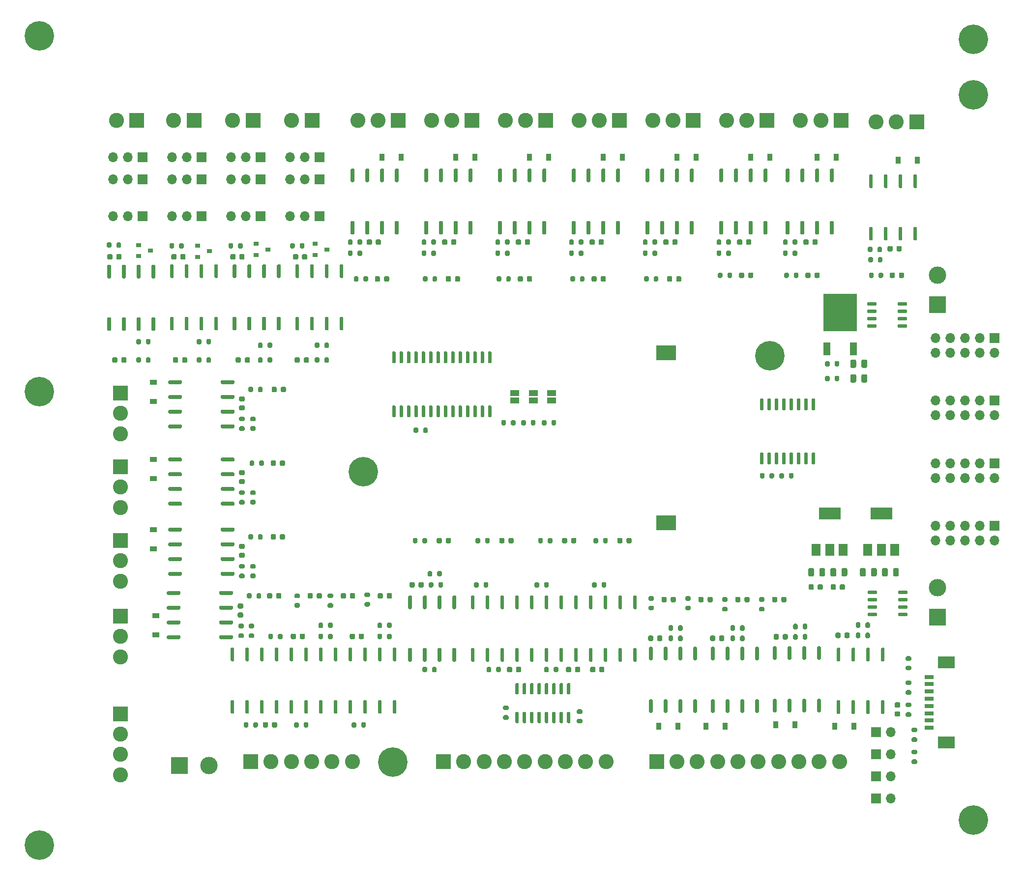
<source format=gbr>
%TF.GenerationSoftware,KiCad,Pcbnew,(5.1.9)-1*%
%TF.CreationDate,2021-02-11T18:19:05-05:00*%
%TF.ProjectId,Tensile_Board,54656e73-696c-4655-9f42-6f6172642e6b,rev?*%
%TF.SameCoordinates,Original*%
%TF.FileFunction,Soldermask,Top*%
%TF.FilePolarity,Negative*%
%FSLAX46Y46*%
G04 Gerber Fmt 4.6, Leading zero omitted, Abs format (unit mm)*
G04 Created by KiCad (PCBNEW (5.1.9)-1) date 2021-02-11 18:19:05*
%MOMM*%
%LPD*%
G01*
G04 APERTURE LIST*
%ADD10C,5.080000*%
%ADD11R,3.510000X2.540000*%
%ADD12R,3.000000X2.100000*%
%ADD13R,1.600000X0.800000*%
%ADD14O,1.700000X1.700000*%
%ADD15R,1.700000X1.700000*%
%ADD16R,2.600000X2.600000*%
%ADD17C,2.600000*%
%ADD18R,1.500000X1.000000*%
%ADD19R,0.900000X1.200000*%
%ADD20R,1.500000X2.000000*%
%ADD21R,3.800000X2.000000*%
%ADD22R,1.200000X0.900000*%
%ADD23R,0.900000X0.800000*%
%ADD24R,1.200000X2.200000*%
%ADD25R,5.800000X6.400000*%
%ADD26C,3.000000*%
%ADD27R,3.000000X3.000000*%
G04 APERTURE END LIST*
D10*
%TO.C,REF\u002A\u002A*%
X150000000Y-85000000D03*
%TD*%
%TO.C,REF\u002A\u002A*%
X80000000Y-105000000D03*
%TD*%
%TO.C,REF\u002A\u002A*%
X185000000Y-165000000D03*
%TD*%
%TO.C,REF\u002A\u002A*%
X85000000Y-155000000D03*
%TD*%
%TO.C,REF\u002A\u002A*%
X185000000Y-40000000D03*
%TD*%
%TO.C,REF\u002A\u002A*%
X185000000Y-30480000D03*
%TD*%
D11*
%TO.C,BT1*%
X132080000Y-84455000D03*
X132080000Y-113815000D03*
%TD*%
%TO.C,U3*%
G36*
G01*
X148740000Y-103719000D02*
X148440000Y-103719000D01*
G75*
G02*
X148290000Y-103569000I0J150000D01*
G01*
X148290000Y-101819000D01*
G75*
G02*
X148440000Y-101669000I150000J0D01*
G01*
X148740000Y-101669000D01*
G75*
G02*
X148890000Y-101819000I0J-150000D01*
G01*
X148890000Y-103569000D01*
G75*
G02*
X148740000Y-103719000I-150000J0D01*
G01*
G37*
G36*
G01*
X150010000Y-103719000D02*
X149710000Y-103719000D01*
G75*
G02*
X149560000Y-103569000I0J150000D01*
G01*
X149560000Y-101819000D01*
G75*
G02*
X149710000Y-101669000I150000J0D01*
G01*
X150010000Y-101669000D01*
G75*
G02*
X150160000Y-101819000I0J-150000D01*
G01*
X150160000Y-103569000D01*
G75*
G02*
X150010000Y-103719000I-150000J0D01*
G01*
G37*
G36*
G01*
X151280000Y-103719000D02*
X150980000Y-103719000D01*
G75*
G02*
X150830000Y-103569000I0J150000D01*
G01*
X150830000Y-101819000D01*
G75*
G02*
X150980000Y-101669000I150000J0D01*
G01*
X151280000Y-101669000D01*
G75*
G02*
X151430000Y-101819000I0J-150000D01*
G01*
X151430000Y-103569000D01*
G75*
G02*
X151280000Y-103719000I-150000J0D01*
G01*
G37*
G36*
G01*
X152550000Y-103719000D02*
X152250000Y-103719000D01*
G75*
G02*
X152100000Y-103569000I0J150000D01*
G01*
X152100000Y-101819000D01*
G75*
G02*
X152250000Y-101669000I150000J0D01*
G01*
X152550000Y-101669000D01*
G75*
G02*
X152700000Y-101819000I0J-150000D01*
G01*
X152700000Y-103569000D01*
G75*
G02*
X152550000Y-103719000I-150000J0D01*
G01*
G37*
G36*
G01*
X153820000Y-103719000D02*
X153520000Y-103719000D01*
G75*
G02*
X153370000Y-103569000I0J150000D01*
G01*
X153370000Y-101819000D01*
G75*
G02*
X153520000Y-101669000I150000J0D01*
G01*
X153820000Y-101669000D01*
G75*
G02*
X153970000Y-101819000I0J-150000D01*
G01*
X153970000Y-103569000D01*
G75*
G02*
X153820000Y-103719000I-150000J0D01*
G01*
G37*
G36*
G01*
X155090000Y-103719000D02*
X154790000Y-103719000D01*
G75*
G02*
X154640000Y-103569000I0J150000D01*
G01*
X154640000Y-101819000D01*
G75*
G02*
X154790000Y-101669000I150000J0D01*
G01*
X155090000Y-101669000D01*
G75*
G02*
X155240000Y-101819000I0J-150000D01*
G01*
X155240000Y-103569000D01*
G75*
G02*
X155090000Y-103719000I-150000J0D01*
G01*
G37*
G36*
G01*
X156360000Y-103719000D02*
X156060000Y-103719000D01*
G75*
G02*
X155910000Y-103569000I0J150000D01*
G01*
X155910000Y-101819000D01*
G75*
G02*
X156060000Y-101669000I150000J0D01*
G01*
X156360000Y-101669000D01*
G75*
G02*
X156510000Y-101819000I0J-150000D01*
G01*
X156510000Y-103569000D01*
G75*
G02*
X156360000Y-103719000I-150000J0D01*
G01*
G37*
G36*
G01*
X157630000Y-103719000D02*
X157330000Y-103719000D01*
G75*
G02*
X157180000Y-103569000I0J150000D01*
G01*
X157180000Y-101819000D01*
G75*
G02*
X157330000Y-101669000I150000J0D01*
G01*
X157630000Y-101669000D01*
G75*
G02*
X157780000Y-101819000I0J-150000D01*
G01*
X157780000Y-103569000D01*
G75*
G02*
X157630000Y-103719000I-150000J0D01*
G01*
G37*
G36*
G01*
X157630000Y-94419000D02*
X157330000Y-94419000D01*
G75*
G02*
X157180000Y-94269000I0J150000D01*
G01*
X157180000Y-92519000D01*
G75*
G02*
X157330000Y-92369000I150000J0D01*
G01*
X157630000Y-92369000D01*
G75*
G02*
X157780000Y-92519000I0J-150000D01*
G01*
X157780000Y-94269000D01*
G75*
G02*
X157630000Y-94419000I-150000J0D01*
G01*
G37*
G36*
G01*
X156360000Y-94419000D02*
X156060000Y-94419000D01*
G75*
G02*
X155910000Y-94269000I0J150000D01*
G01*
X155910000Y-92519000D01*
G75*
G02*
X156060000Y-92369000I150000J0D01*
G01*
X156360000Y-92369000D01*
G75*
G02*
X156510000Y-92519000I0J-150000D01*
G01*
X156510000Y-94269000D01*
G75*
G02*
X156360000Y-94419000I-150000J0D01*
G01*
G37*
G36*
G01*
X155090000Y-94419000D02*
X154790000Y-94419000D01*
G75*
G02*
X154640000Y-94269000I0J150000D01*
G01*
X154640000Y-92519000D01*
G75*
G02*
X154790000Y-92369000I150000J0D01*
G01*
X155090000Y-92369000D01*
G75*
G02*
X155240000Y-92519000I0J-150000D01*
G01*
X155240000Y-94269000D01*
G75*
G02*
X155090000Y-94419000I-150000J0D01*
G01*
G37*
G36*
G01*
X153820000Y-94419000D02*
X153520000Y-94419000D01*
G75*
G02*
X153370000Y-94269000I0J150000D01*
G01*
X153370000Y-92519000D01*
G75*
G02*
X153520000Y-92369000I150000J0D01*
G01*
X153820000Y-92369000D01*
G75*
G02*
X153970000Y-92519000I0J-150000D01*
G01*
X153970000Y-94269000D01*
G75*
G02*
X153820000Y-94419000I-150000J0D01*
G01*
G37*
G36*
G01*
X152550000Y-94419000D02*
X152250000Y-94419000D01*
G75*
G02*
X152100000Y-94269000I0J150000D01*
G01*
X152100000Y-92519000D01*
G75*
G02*
X152250000Y-92369000I150000J0D01*
G01*
X152550000Y-92369000D01*
G75*
G02*
X152700000Y-92519000I0J-150000D01*
G01*
X152700000Y-94269000D01*
G75*
G02*
X152550000Y-94419000I-150000J0D01*
G01*
G37*
G36*
G01*
X151280000Y-94419000D02*
X150980000Y-94419000D01*
G75*
G02*
X150830000Y-94269000I0J150000D01*
G01*
X150830000Y-92519000D01*
G75*
G02*
X150980000Y-92369000I150000J0D01*
G01*
X151280000Y-92369000D01*
G75*
G02*
X151430000Y-92519000I0J-150000D01*
G01*
X151430000Y-94269000D01*
G75*
G02*
X151280000Y-94419000I-150000J0D01*
G01*
G37*
G36*
G01*
X150010000Y-94419000D02*
X149710000Y-94419000D01*
G75*
G02*
X149560000Y-94269000I0J150000D01*
G01*
X149560000Y-92519000D01*
G75*
G02*
X149710000Y-92369000I150000J0D01*
G01*
X150010000Y-92369000D01*
G75*
G02*
X150160000Y-92519000I0J-150000D01*
G01*
X150160000Y-94269000D01*
G75*
G02*
X150010000Y-94419000I-150000J0D01*
G01*
G37*
G36*
G01*
X148740000Y-94419000D02*
X148440000Y-94419000D01*
G75*
G02*
X148290000Y-94269000I0J150000D01*
G01*
X148290000Y-92519000D01*
G75*
G02*
X148440000Y-92369000I150000J0D01*
G01*
X148740000Y-92369000D01*
G75*
G02*
X148890000Y-92519000I0J-150000D01*
G01*
X148890000Y-94269000D01*
G75*
G02*
X148740000Y-94419000I-150000J0D01*
G01*
G37*
%TD*%
D12*
%TO.C,J5*%
X180340000Y-151638000D03*
X180340000Y-137788000D03*
D13*
X177440000Y-149088000D03*
X177440000Y-147838000D03*
X177440000Y-146588000D03*
X177440000Y-145338000D03*
X177440000Y-144088000D03*
X177440000Y-142838000D03*
X177440000Y-141588000D03*
X177440000Y-140338000D03*
%TD*%
%TO.C,U16*%
G36*
G01*
X150987500Y-146445000D02*
X150662500Y-146445000D01*
G75*
G02*
X150500000Y-146282500I0J162500D01*
G01*
X150500000Y-144257500D01*
G75*
G02*
X150662500Y-144095000I162500J0D01*
G01*
X150987500Y-144095000D01*
G75*
G02*
X151150000Y-144257500I0J-162500D01*
G01*
X151150000Y-146282500D01*
G75*
G02*
X150987500Y-146445000I-162500J0D01*
G01*
G37*
G36*
G01*
X153527500Y-146445000D02*
X153202500Y-146445000D01*
G75*
G02*
X153040000Y-146282500I0J162500D01*
G01*
X153040000Y-144257500D01*
G75*
G02*
X153202500Y-144095000I162500J0D01*
G01*
X153527500Y-144095000D01*
G75*
G02*
X153690000Y-144257500I0J-162500D01*
G01*
X153690000Y-146282500D01*
G75*
G02*
X153527500Y-146445000I-162500J0D01*
G01*
G37*
G36*
G01*
X156067500Y-146445000D02*
X155742500Y-146445000D01*
G75*
G02*
X155580000Y-146282500I0J162500D01*
G01*
X155580000Y-144257500D01*
G75*
G02*
X155742500Y-144095000I162500J0D01*
G01*
X156067500Y-144095000D01*
G75*
G02*
X156230000Y-144257500I0J-162500D01*
G01*
X156230000Y-146282500D01*
G75*
G02*
X156067500Y-146445000I-162500J0D01*
G01*
G37*
G36*
G01*
X158607500Y-146445000D02*
X158282500Y-146445000D01*
G75*
G02*
X158120000Y-146282500I0J162500D01*
G01*
X158120000Y-144257500D01*
G75*
G02*
X158282500Y-144095000I162500J0D01*
G01*
X158607500Y-144095000D01*
G75*
G02*
X158770000Y-144257500I0J-162500D01*
G01*
X158770000Y-146282500D01*
G75*
G02*
X158607500Y-146445000I-162500J0D01*
G01*
G37*
G36*
G01*
X158607500Y-137395000D02*
X158282500Y-137395000D01*
G75*
G02*
X158120000Y-137232500I0J162500D01*
G01*
X158120000Y-135207500D01*
G75*
G02*
X158282500Y-135045000I162500J0D01*
G01*
X158607500Y-135045000D01*
G75*
G02*
X158770000Y-135207500I0J-162500D01*
G01*
X158770000Y-137232500D01*
G75*
G02*
X158607500Y-137395000I-162500J0D01*
G01*
G37*
G36*
G01*
X156067500Y-137395000D02*
X155742500Y-137395000D01*
G75*
G02*
X155580000Y-137232500I0J162500D01*
G01*
X155580000Y-135207500D01*
G75*
G02*
X155742500Y-135045000I162500J0D01*
G01*
X156067500Y-135045000D01*
G75*
G02*
X156230000Y-135207500I0J-162500D01*
G01*
X156230000Y-137232500D01*
G75*
G02*
X156067500Y-137395000I-162500J0D01*
G01*
G37*
G36*
G01*
X153527500Y-137395000D02*
X153202500Y-137395000D01*
G75*
G02*
X153040000Y-137232500I0J162500D01*
G01*
X153040000Y-135207500D01*
G75*
G02*
X153202500Y-135045000I162500J0D01*
G01*
X153527500Y-135045000D01*
G75*
G02*
X153690000Y-135207500I0J-162500D01*
G01*
X153690000Y-137232500D01*
G75*
G02*
X153527500Y-137395000I-162500J0D01*
G01*
G37*
G36*
G01*
X150987500Y-137395000D02*
X150662500Y-137395000D01*
G75*
G02*
X150500000Y-137232500I0J162500D01*
G01*
X150500000Y-135207500D01*
G75*
G02*
X150662500Y-135045000I162500J0D01*
G01*
X150987500Y-135045000D01*
G75*
G02*
X151150000Y-135207500I0J-162500D01*
G01*
X151150000Y-137232500D01*
G75*
G02*
X150987500Y-137395000I-162500J0D01*
G01*
G37*
%TD*%
%TO.C,D3*%
G36*
G01*
X69017500Y-85468750D02*
X69017500Y-85981250D01*
G75*
G02*
X68798750Y-86200000I-218750J0D01*
G01*
X68361250Y-86200000D01*
G75*
G02*
X68142500Y-85981250I0J218750D01*
G01*
X68142500Y-85468750D01*
G75*
G02*
X68361250Y-85250000I218750J0D01*
G01*
X68798750Y-85250000D01*
G75*
G02*
X69017500Y-85468750I0J-218750D01*
G01*
G37*
G36*
G01*
X70592500Y-85468750D02*
X70592500Y-85981250D01*
G75*
G02*
X70373750Y-86200000I-218750J0D01*
G01*
X69936250Y-86200000D01*
G75*
G02*
X69717500Y-85981250I0J218750D01*
G01*
X69717500Y-85468750D01*
G75*
G02*
X69936250Y-85250000I218750J0D01*
G01*
X70373750Y-85250000D01*
G75*
G02*
X70592500Y-85468750I0J-218750D01*
G01*
G37*
%TD*%
%TO.C,D13*%
G36*
G01*
X170631000Y-71376250D02*
X170631000Y-70863750D01*
G75*
G02*
X170849750Y-70645000I218750J0D01*
G01*
X171287250Y-70645000D01*
G75*
G02*
X171506000Y-70863750I0J-218750D01*
G01*
X171506000Y-71376250D01*
G75*
G02*
X171287250Y-71595000I-218750J0D01*
G01*
X170849750Y-71595000D01*
G75*
G02*
X170631000Y-71376250I0J218750D01*
G01*
G37*
G36*
G01*
X172206000Y-71376250D02*
X172206000Y-70863750D01*
G75*
G02*
X172424750Y-70645000I218750J0D01*
G01*
X172862250Y-70645000D01*
G75*
G02*
X173081000Y-70863750I0J-218750D01*
G01*
X173081000Y-71376250D01*
G75*
G02*
X172862250Y-71595000I-218750J0D01*
G01*
X172424750Y-71595000D01*
G75*
G02*
X172206000Y-71376250I0J218750D01*
G01*
G37*
%TD*%
%TO.C,R77*%
G36*
G01*
X52940000Y-86000000D02*
X52940000Y-85450000D01*
G75*
G02*
X53140000Y-85250000I200000J0D01*
G01*
X53540000Y-85250000D01*
G75*
G02*
X53740000Y-85450000I0J-200000D01*
G01*
X53740000Y-86000000D01*
G75*
G02*
X53540000Y-86200000I-200000J0D01*
G01*
X53140000Y-86200000D01*
G75*
G02*
X52940000Y-86000000I0J200000D01*
G01*
G37*
G36*
G01*
X51290000Y-86000000D02*
X51290000Y-85450000D01*
G75*
G02*
X51490000Y-85250000I200000J0D01*
G01*
X51890000Y-85250000D01*
G75*
G02*
X52090000Y-85450000I0J-200000D01*
G01*
X52090000Y-86000000D01*
G75*
G02*
X51890000Y-86200000I-200000J0D01*
G01*
X51490000Y-86200000D01*
G75*
G02*
X51290000Y-86000000I0J200000D01*
G01*
G37*
%TD*%
%TO.C,D11*%
G36*
G01*
X144673000Y-71376250D02*
X144673000Y-70863750D01*
G75*
G02*
X144891750Y-70645000I218750J0D01*
G01*
X145329250Y-70645000D01*
G75*
G02*
X145548000Y-70863750I0J-218750D01*
G01*
X145548000Y-71376250D01*
G75*
G02*
X145329250Y-71595000I-218750J0D01*
G01*
X144891750Y-71595000D01*
G75*
G02*
X144673000Y-71376250I0J218750D01*
G01*
G37*
G36*
G01*
X146248000Y-71376250D02*
X146248000Y-70863750D01*
G75*
G02*
X146466750Y-70645000I218750J0D01*
G01*
X146904250Y-70645000D01*
G75*
G02*
X147123000Y-70863750I0J-218750D01*
G01*
X147123000Y-71376250D01*
G75*
G02*
X146904250Y-71595000I-218750J0D01*
G01*
X146466750Y-71595000D01*
G75*
G02*
X146248000Y-71376250I0J218750D01*
G01*
G37*
%TD*%
%TO.C,D14*%
G36*
G01*
X63392500Y-126621250D02*
X63392500Y-126108750D01*
G75*
G02*
X63611250Y-125890000I218750J0D01*
G01*
X64048750Y-125890000D01*
G75*
G02*
X64267500Y-126108750I0J-218750D01*
G01*
X64267500Y-126621250D01*
G75*
G02*
X64048750Y-126840000I-218750J0D01*
G01*
X63611250Y-126840000D01*
G75*
G02*
X63392500Y-126621250I0J218750D01*
G01*
G37*
G36*
G01*
X64967500Y-126621250D02*
X64967500Y-126108750D01*
G75*
G02*
X65186250Y-125890000I218750J0D01*
G01*
X65623750Y-125890000D01*
G75*
G02*
X65842500Y-126108750I0J-218750D01*
G01*
X65842500Y-126621250D01*
G75*
G02*
X65623750Y-126840000I-218750J0D01*
G01*
X65186250Y-126840000D01*
G75*
G02*
X64967500Y-126621250I0J218750D01*
G01*
G37*
%TD*%
%TO.C,D7*%
G36*
G01*
X94177500Y-72011250D02*
X94177500Y-71498750D01*
G75*
G02*
X94396250Y-71280000I218750J0D01*
G01*
X94833750Y-71280000D01*
G75*
G02*
X95052500Y-71498750I0J-218750D01*
G01*
X95052500Y-72011250D01*
G75*
G02*
X94833750Y-72230000I-218750J0D01*
G01*
X94396250Y-72230000D01*
G75*
G02*
X94177500Y-72011250I0J218750D01*
G01*
G37*
G36*
G01*
X95752500Y-72011250D02*
X95752500Y-71498750D01*
G75*
G02*
X95971250Y-71280000I218750J0D01*
G01*
X96408750Y-71280000D01*
G75*
G02*
X96627500Y-71498750I0J-218750D01*
G01*
X96627500Y-72011250D01*
G75*
G02*
X96408750Y-72230000I-218750J0D01*
G01*
X95971250Y-72230000D01*
G75*
G02*
X95752500Y-72011250I0J218750D01*
G01*
G37*
%TD*%
%TO.C,D10*%
G36*
G01*
X133852000Y-72011250D02*
X133852000Y-71498750D01*
G75*
G02*
X134070750Y-71280000I218750J0D01*
G01*
X134508250Y-71280000D01*
G75*
G02*
X134727000Y-71498750I0J-218750D01*
G01*
X134727000Y-72011250D01*
G75*
G02*
X134508250Y-72230000I-218750J0D01*
G01*
X134070750Y-72230000D01*
G75*
G02*
X133852000Y-72011250I0J218750D01*
G01*
G37*
G36*
G01*
X132277000Y-72011250D02*
X132277000Y-71498750D01*
G75*
G02*
X132495750Y-71280000I218750J0D01*
G01*
X132933250Y-71280000D01*
G75*
G02*
X133152000Y-71498750I0J-218750D01*
G01*
X133152000Y-72011250D01*
G75*
G02*
X132933250Y-72230000I-218750J0D01*
G01*
X132495750Y-72230000D01*
G75*
G02*
X132277000Y-72011250I0J218750D01*
G01*
G37*
%TD*%
%TO.C,D8*%
G36*
G01*
X108148000Y-72011250D02*
X108148000Y-71498750D01*
G75*
G02*
X108366750Y-71280000I218750J0D01*
G01*
X108804250Y-71280000D01*
G75*
G02*
X109023000Y-71498750I0J-218750D01*
G01*
X109023000Y-72011250D01*
G75*
G02*
X108804250Y-72230000I-218750J0D01*
G01*
X108366750Y-72230000D01*
G75*
G02*
X108148000Y-72011250I0J218750D01*
G01*
G37*
G36*
G01*
X106573000Y-72011250D02*
X106573000Y-71498750D01*
G75*
G02*
X106791750Y-71280000I218750J0D01*
G01*
X107229250Y-71280000D01*
G75*
G02*
X107448000Y-71498750I0J-218750D01*
G01*
X107448000Y-72011250D01*
G75*
G02*
X107229250Y-72230000I-218750J0D01*
G01*
X106791750Y-72230000D01*
G75*
G02*
X106573000Y-72011250I0J218750D01*
G01*
G37*
%TD*%
%TO.C,D1*%
G36*
G01*
X81960000Y-72011250D02*
X81960000Y-71498750D01*
G75*
G02*
X82178750Y-71280000I218750J0D01*
G01*
X82616250Y-71280000D01*
G75*
G02*
X82835000Y-71498750I0J-218750D01*
G01*
X82835000Y-72011250D01*
G75*
G02*
X82616250Y-72230000I-218750J0D01*
G01*
X82178750Y-72230000D01*
G75*
G02*
X81960000Y-72011250I0J218750D01*
G01*
G37*
G36*
G01*
X83535000Y-72011250D02*
X83535000Y-71498750D01*
G75*
G02*
X83753750Y-71280000I218750J0D01*
G01*
X84191250Y-71280000D01*
G75*
G02*
X84410000Y-71498750I0J-218750D01*
G01*
X84410000Y-72011250D01*
G75*
G02*
X84191250Y-72230000I-218750J0D01*
G01*
X83753750Y-72230000D01*
G75*
G02*
X83535000Y-72011250I0J218750D01*
G01*
G37*
%TD*%
%TO.C,D17*%
G36*
G01*
X64180000Y-91061250D02*
X64180000Y-90548750D01*
G75*
G02*
X64398750Y-90330000I218750J0D01*
G01*
X64836250Y-90330000D01*
G75*
G02*
X65055000Y-90548750I0J-218750D01*
G01*
X65055000Y-91061250D01*
G75*
G02*
X64836250Y-91280000I-218750J0D01*
G01*
X64398750Y-91280000D01*
G75*
G02*
X64180000Y-91061250I0J218750D01*
G01*
G37*
G36*
G01*
X65755000Y-91061250D02*
X65755000Y-90548750D01*
G75*
G02*
X65973750Y-90330000I218750J0D01*
G01*
X66411250Y-90330000D01*
G75*
G02*
X66630000Y-90548750I0J-218750D01*
G01*
X66630000Y-91061250D01*
G75*
G02*
X66411250Y-91280000I-218750J0D01*
G01*
X65973750Y-91280000D01*
G75*
G02*
X65755000Y-91061250I0J218750D01*
G01*
G37*
%TD*%
%TO.C,D4*%
G36*
G01*
X49637500Y-85468750D02*
X49637500Y-85981250D01*
G75*
G02*
X49418750Y-86200000I-218750J0D01*
G01*
X48981250Y-86200000D01*
G75*
G02*
X48762500Y-85981250I0J218750D01*
G01*
X48762500Y-85468750D01*
G75*
G02*
X48981250Y-85250000I218750J0D01*
G01*
X49418750Y-85250000D01*
G75*
G02*
X49637500Y-85468750I0J-218750D01*
G01*
G37*
G36*
G01*
X48062500Y-85468750D02*
X48062500Y-85981250D01*
G75*
G02*
X47843750Y-86200000I-218750J0D01*
G01*
X47406250Y-86200000D01*
G75*
G02*
X47187500Y-85981250I0J218750D01*
G01*
X47187500Y-85468750D01*
G75*
G02*
X47406250Y-85250000I218750J0D01*
G01*
X47843750Y-85250000D01*
G75*
G02*
X48062500Y-85468750I0J-218750D01*
G01*
G37*
%TD*%
%TO.C,D5*%
G36*
G01*
X60432500Y-85468750D02*
X60432500Y-85981250D01*
G75*
G02*
X60213750Y-86200000I-218750J0D01*
G01*
X59776250Y-86200000D01*
G75*
G02*
X59557500Y-85981250I0J218750D01*
G01*
X59557500Y-85468750D01*
G75*
G02*
X59776250Y-85250000I218750J0D01*
G01*
X60213750Y-85250000D01*
G75*
G02*
X60432500Y-85468750I0J-218750D01*
G01*
G37*
G36*
G01*
X58857500Y-85468750D02*
X58857500Y-85981250D01*
G75*
G02*
X58638750Y-86200000I-218750J0D01*
G01*
X58201250Y-86200000D01*
G75*
G02*
X57982500Y-85981250I0J218750D01*
G01*
X57982500Y-85468750D01*
G75*
G02*
X58201250Y-85250000I218750J0D01*
G01*
X58638750Y-85250000D01*
G75*
G02*
X58857500Y-85468750I0J-218750D01*
G01*
G37*
%TD*%
%TO.C,D12*%
G36*
G01*
X157678000Y-71376250D02*
X157678000Y-70863750D01*
G75*
G02*
X157896750Y-70645000I218750J0D01*
G01*
X158334250Y-70645000D01*
G75*
G02*
X158553000Y-70863750I0J-218750D01*
G01*
X158553000Y-71376250D01*
G75*
G02*
X158334250Y-71595000I-218750J0D01*
G01*
X157896750Y-71595000D01*
G75*
G02*
X157678000Y-71376250I0J218750D01*
G01*
G37*
G36*
G01*
X156103000Y-71376250D02*
X156103000Y-70863750D01*
G75*
G02*
X156321750Y-70645000I218750J0D01*
G01*
X156759250Y-70645000D01*
G75*
G02*
X156978000Y-70863750I0J-218750D01*
G01*
X156978000Y-71376250D01*
G75*
G02*
X156759250Y-71595000I-218750J0D01*
G01*
X156321750Y-71595000D01*
G75*
G02*
X156103000Y-71376250I0J218750D01*
G01*
G37*
%TD*%
%TO.C,D6*%
G36*
G01*
X37597500Y-85468750D02*
X37597500Y-85981250D01*
G75*
G02*
X37378750Y-86200000I-218750J0D01*
G01*
X36941250Y-86200000D01*
G75*
G02*
X36722500Y-85981250I0J218750D01*
G01*
X36722500Y-85468750D01*
G75*
G02*
X36941250Y-85250000I218750J0D01*
G01*
X37378750Y-85250000D01*
G75*
G02*
X37597500Y-85468750I0J-218750D01*
G01*
G37*
G36*
G01*
X39172500Y-85468750D02*
X39172500Y-85981250D01*
G75*
G02*
X38953750Y-86200000I-218750J0D01*
G01*
X38516250Y-86200000D01*
G75*
G02*
X38297500Y-85981250I0J218750D01*
G01*
X38297500Y-85468750D01*
G75*
G02*
X38516250Y-85250000I218750J0D01*
G01*
X38953750Y-85250000D01*
G75*
G02*
X39172500Y-85468750I0J-218750D01*
G01*
G37*
%TD*%
%TO.C,D9*%
G36*
G01*
X119273000Y-72011250D02*
X119273000Y-71498750D01*
G75*
G02*
X119491750Y-71280000I218750J0D01*
G01*
X119929250Y-71280000D01*
G75*
G02*
X120148000Y-71498750I0J-218750D01*
G01*
X120148000Y-72011250D01*
G75*
G02*
X119929250Y-72230000I-218750J0D01*
G01*
X119491750Y-72230000D01*
G75*
G02*
X119273000Y-72011250I0J218750D01*
G01*
G37*
G36*
G01*
X120848000Y-72011250D02*
X120848000Y-71498750D01*
G75*
G02*
X121066750Y-71280000I218750J0D01*
G01*
X121504250Y-71280000D01*
G75*
G02*
X121723000Y-71498750I0J-218750D01*
G01*
X121723000Y-72011250D01*
G75*
G02*
X121504250Y-72230000I-218750J0D01*
G01*
X121066750Y-72230000D01*
G75*
G02*
X120848000Y-72011250I0J218750D01*
G01*
G37*
%TD*%
%TO.C,D15*%
G36*
G01*
X65602500Y-116461250D02*
X65602500Y-115948750D01*
G75*
G02*
X65821250Y-115730000I218750J0D01*
G01*
X66258750Y-115730000D01*
G75*
G02*
X66477500Y-115948750I0J-218750D01*
G01*
X66477500Y-116461250D01*
G75*
G02*
X66258750Y-116680000I-218750J0D01*
G01*
X65821250Y-116680000D01*
G75*
G02*
X65602500Y-116461250I0J218750D01*
G01*
G37*
G36*
G01*
X64027500Y-116461250D02*
X64027500Y-115948750D01*
G75*
G02*
X64246250Y-115730000I218750J0D01*
G01*
X64683750Y-115730000D01*
G75*
G02*
X64902500Y-115948750I0J-218750D01*
G01*
X64902500Y-116461250D01*
G75*
G02*
X64683750Y-116680000I-218750J0D01*
G01*
X64246250Y-116680000D01*
G75*
G02*
X64027500Y-116461250I0J218750D01*
G01*
G37*
%TD*%
%TO.C,D16*%
G36*
G01*
X65602500Y-103761250D02*
X65602500Y-103248750D01*
G75*
G02*
X65821250Y-103030000I218750J0D01*
G01*
X66258750Y-103030000D01*
G75*
G02*
X66477500Y-103248750I0J-218750D01*
G01*
X66477500Y-103761250D01*
G75*
G02*
X66258750Y-103980000I-218750J0D01*
G01*
X65821250Y-103980000D01*
G75*
G02*
X65602500Y-103761250I0J218750D01*
G01*
G37*
G36*
G01*
X64027500Y-103761250D02*
X64027500Y-103248750D01*
G75*
G02*
X64246250Y-103030000I218750J0D01*
G01*
X64683750Y-103030000D01*
G75*
G02*
X64902500Y-103248750I0J-218750D01*
G01*
X64902500Y-103761250D01*
G75*
G02*
X64683750Y-103980000I-218750J0D01*
G01*
X64246250Y-103980000D01*
G75*
G02*
X64027500Y-103761250I0J218750D01*
G01*
G37*
%TD*%
%TO.C,R76*%
G36*
G01*
X71610000Y-86000000D02*
X71610000Y-85450000D01*
G75*
G02*
X71810000Y-85250000I200000J0D01*
G01*
X72210000Y-85250000D01*
G75*
G02*
X72410000Y-85450000I0J-200000D01*
G01*
X72410000Y-86000000D01*
G75*
G02*
X72210000Y-86200000I-200000J0D01*
G01*
X71810000Y-86200000D01*
G75*
G02*
X71610000Y-86000000I0J200000D01*
G01*
G37*
G36*
G01*
X73260000Y-86000000D02*
X73260000Y-85450000D01*
G75*
G02*
X73460000Y-85250000I200000J0D01*
G01*
X73860000Y-85250000D01*
G75*
G02*
X74060000Y-85450000I0J-200000D01*
G01*
X74060000Y-86000000D01*
G75*
G02*
X73860000Y-86200000I-200000J0D01*
G01*
X73460000Y-86200000D01*
G75*
G02*
X73260000Y-86000000I0J200000D01*
G01*
G37*
%TD*%
%TO.C,R78*%
G36*
G01*
X63480000Y-86000000D02*
X63480000Y-85450000D01*
G75*
G02*
X63680000Y-85250000I200000J0D01*
G01*
X64080000Y-85250000D01*
G75*
G02*
X64280000Y-85450000I0J-200000D01*
G01*
X64280000Y-86000000D01*
G75*
G02*
X64080000Y-86200000I-200000J0D01*
G01*
X63680000Y-86200000D01*
G75*
G02*
X63480000Y-86000000I0J200000D01*
G01*
G37*
G36*
G01*
X61830000Y-86000000D02*
X61830000Y-85450000D01*
G75*
G02*
X62030000Y-85250000I200000J0D01*
G01*
X62430000Y-85250000D01*
G75*
G02*
X62630000Y-85450000I0J-200000D01*
G01*
X62630000Y-86000000D01*
G75*
G02*
X62430000Y-86200000I-200000J0D01*
G01*
X62030000Y-86200000D01*
G75*
G02*
X61830000Y-86000000I0J200000D01*
G01*
G37*
%TD*%
%TO.C,R79*%
G36*
G01*
X40875000Y-86000000D02*
X40875000Y-85450000D01*
G75*
G02*
X41075000Y-85250000I200000J0D01*
G01*
X41475000Y-85250000D01*
G75*
G02*
X41675000Y-85450000I0J-200000D01*
G01*
X41675000Y-86000000D01*
G75*
G02*
X41475000Y-86200000I-200000J0D01*
G01*
X41075000Y-86200000D01*
G75*
G02*
X40875000Y-86000000I0J200000D01*
G01*
G37*
G36*
G01*
X42525000Y-86000000D02*
X42525000Y-85450000D01*
G75*
G02*
X42725000Y-85250000I200000J0D01*
G01*
X43125000Y-85250000D01*
G75*
G02*
X43325000Y-85450000I0J-200000D01*
G01*
X43325000Y-86000000D01*
G75*
G02*
X43125000Y-86200000I-200000J0D01*
G01*
X42725000Y-86200000D01*
G75*
G02*
X42525000Y-86000000I0J200000D01*
G01*
G37*
%TD*%
D14*
%TO.C,J1*%
X178537000Y-116840000D03*
X178537000Y-114300000D03*
X181077000Y-116840000D03*
X181077000Y-114300000D03*
X183617000Y-116840000D03*
X183617000Y-114300000D03*
X186157000Y-116840000D03*
X186157000Y-114300000D03*
X188697000Y-116840000D03*
D15*
X188697000Y-114300000D03*
%TD*%
D14*
%TO.C,J2*%
X178537000Y-106045000D03*
X178537000Y-103505000D03*
X181077000Y-106045000D03*
X181077000Y-103505000D03*
X183617000Y-106045000D03*
X183617000Y-103505000D03*
X186157000Y-106045000D03*
X186157000Y-103505000D03*
X188697000Y-106045000D03*
D15*
X188697000Y-103505000D03*
%TD*%
%TO.C,J3*%
X188697000Y-92710000D03*
D14*
X188697000Y-95250000D03*
X186157000Y-92710000D03*
X186157000Y-95250000D03*
X183617000Y-92710000D03*
X183617000Y-95250000D03*
X181077000Y-92710000D03*
X181077000Y-95250000D03*
X178537000Y-92710000D03*
X178537000Y-95250000D03*
%TD*%
D10*
%TO.C,DISP_HOLE_3*%
X24130000Y-169345000D03*
%TD*%
%TO.C,DISP_HOLE_2*%
X24130000Y-91145000D03*
%TD*%
%TO.C,DISP_HOLE_1*%
X24130000Y-29845000D03*
%TD*%
%TO.C,C1*%
G36*
G01*
X171708000Y-144711000D02*
X172208000Y-144711000D01*
G75*
G02*
X172433000Y-144936000I0J-225000D01*
G01*
X172433000Y-145386000D01*
G75*
G02*
X172208000Y-145611000I-225000J0D01*
G01*
X171708000Y-145611000D01*
G75*
G02*
X171483000Y-145386000I0J225000D01*
G01*
X171483000Y-144936000D01*
G75*
G02*
X171708000Y-144711000I225000J0D01*
G01*
G37*
G36*
G01*
X171708000Y-146261000D02*
X172208000Y-146261000D01*
G75*
G02*
X172433000Y-146486000I0J-225000D01*
G01*
X172433000Y-146936000D01*
G75*
G02*
X172208000Y-147161000I-225000J0D01*
G01*
X171708000Y-147161000D01*
G75*
G02*
X171483000Y-146936000I0J225000D01*
G01*
X171483000Y-146486000D01*
G75*
G02*
X171708000Y-146261000I225000J0D01*
G01*
G37*
%TD*%
%TO.C,C2*%
G36*
G01*
X172199000Y-121826000D02*
X172199000Y-122776000D01*
G75*
G02*
X171949000Y-123026000I-250000J0D01*
G01*
X171449000Y-123026000D01*
G75*
G02*
X171199000Y-122776000I0J250000D01*
G01*
X171199000Y-121826000D01*
G75*
G02*
X171449000Y-121576000I250000J0D01*
G01*
X171949000Y-121576000D01*
G75*
G02*
X172199000Y-121826000I0J-250000D01*
G01*
G37*
G36*
G01*
X170299000Y-121826000D02*
X170299000Y-122776000D01*
G75*
G02*
X170049000Y-123026000I-250000J0D01*
G01*
X169549000Y-123026000D01*
G75*
G02*
X169299000Y-122776000I0J250000D01*
G01*
X169299000Y-121826000D01*
G75*
G02*
X169549000Y-121576000I250000J0D01*
G01*
X170049000Y-121576000D01*
G75*
G02*
X170299000Y-121826000I0J-250000D01*
G01*
G37*
%TD*%
%TO.C,C3*%
G36*
G01*
X166494000Y-121826000D02*
X166494000Y-122776000D01*
G75*
G02*
X166244000Y-123026000I-250000J0D01*
G01*
X165744000Y-123026000D01*
G75*
G02*
X165494000Y-122776000I0J250000D01*
G01*
X165494000Y-121826000D01*
G75*
G02*
X165744000Y-121576000I250000J0D01*
G01*
X166244000Y-121576000D01*
G75*
G02*
X166494000Y-121826000I0J-250000D01*
G01*
G37*
G36*
G01*
X168394000Y-121826000D02*
X168394000Y-122776000D01*
G75*
G02*
X168144000Y-123026000I-250000J0D01*
G01*
X167644000Y-123026000D01*
G75*
G02*
X167394000Y-122776000I0J250000D01*
G01*
X167394000Y-121826000D01*
G75*
G02*
X167644000Y-121576000I250000J0D01*
G01*
X168144000Y-121576000D01*
G75*
G02*
X168394000Y-121826000I0J-250000D01*
G01*
G37*
%TD*%
%TO.C,C4*%
G36*
G01*
X161414000Y-121826000D02*
X161414000Y-122776000D01*
G75*
G02*
X161164000Y-123026000I-250000J0D01*
G01*
X160664000Y-123026000D01*
G75*
G02*
X160414000Y-122776000I0J250000D01*
G01*
X160414000Y-121826000D01*
G75*
G02*
X160664000Y-121576000I250000J0D01*
G01*
X161164000Y-121576000D01*
G75*
G02*
X161414000Y-121826000I0J-250000D01*
G01*
G37*
G36*
G01*
X163314000Y-121826000D02*
X163314000Y-122776000D01*
G75*
G02*
X163064000Y-123026000I-250000J0D01*
G01*
X162564000Y-123026000D01*
G75*
G02*
X162314000Y-122776000I0J250000D01*
G01*
X162314000Y-121826000D01*
G75*
G02*
X162564000Y-121576000I250000J0D01*
G01*
X163064000Y-121576000D01*
G75*
G02*
X163314000Y-121826000I0J-250000D01*
G01*
G37*
%TD*%
%TO.C,C5*%
G36*
G01*
X162909000Y-124591000D02*
X162909000Y-125091000D01*
G75*
G02*
X162684000Y-125316000I-225000J0D01*
G01*
X162234000Y-125316000D01*
G75*
G02*
X162009000Y-125091000I0J225000D01*
G01*
X162009000Y-124591000D01*
G75*
G02*
X162234000Y-124366000I225000J0D01*
G01*
X162684000Y-124366000D01*
G75*
G02*
X162909000Y-124591000I0J-225000D01*
G01*
G37*
G36*
G01*
X161359000Y-124591000D02*
X161359000Y-125091000D01*
G75*
G02*
X161134000Y-125316000I-225000J0D01*
G01*
X160684000Y-125316000D01*
G75*
G02*
X160459000Y-125091000I0J225000D01*
G01*
X160459000Y-124591000D01*
G75*
G02*
X160684000Y-124366000I225000J0D01*
G01*
X161134000Y-124366000D01*
G75*
G02*
X161359000Y-124591000I0J-225000D01*
G01*
G37*
%TD*%
%TO.C,C6*%
G36*
G01*
X159499000Y-121826000D02*
X159499000Y-122776000D01*
G75*
G02*
X159249000Y-123026000I-250000J0D01*
G01*
X158749000Y-123026000D01*
G75*
G02*
X158499000Y-122776000I0J250000D01*
G01*
X158499000Y-121826000D01*
G75*
G02*
X158749000Y-121576000I250000J0D01*
G01*
X159249000Y-121576000D01*
G75*
G02*
X159499000Y-121826000I0J-250000D01*
G01*
G37*
G36*
G01*
X157599000Y-121826000D02*
X157599000Y-122776000D01*
G75*
G02*
X157349000Y-123026000I-250000J0D01*
G01*
X156849000Y-123026000D01*
G75*
G02*
X156599000Y-122776000I0J250000D01*
G01*
X156599000Y-121826000D01*
G75*
G02*
X156849000Y-121576000I250000J0D01*
G01*
X157349000Y-121576000D01*
G75*
G02*
X157599000Y-121826000I0J-250000D01*
G01*
G37*
%TD*%
%TO.C,C7*%
G36*
G01*
X159099000Y-124591000D02*
X159099000Y-125091000D01*
G75*
G02*
X158874000Y-125316000I-225000J0D01*
G01*
X158424000Y-125316000D01*
G75*
G02*
X158199000Y-125091000I0J225000D01*
G01*
X158199000Y-124591000D01*
G75*
G02*
X158424000Y-124366000I225000J0D01*
G01*
X158874000Y-124366000D01*
G75*
G02*
X159099000Y-124591000I0J-225000D01*
G01*
G37*
G36*
G01*
X157549000Y-124591000D02*
X157549000Y-125091000D01*
G75*
G02*
X157324000Y-125316000I-225000J0D01*
G01*
X156874000Y-125316000D01*
G75*
G02*
X156649000Y-125091000I0J225000D01*
G01*
X156649000Y-124591000D01*
G75*
G02*
X156874000Y-124366000I225000J0D01*
G01*
X157324000Y-124366000D01*
G75*
G02*
X157549000Y-124591000I0J-225000D01*
G01*
G37*
%TD*%
%TO.C,C8*%
G36*
G01*
X105606000Y-138815000D02*
X105606000Y-139315000D01*
G75*
G02*
X105381000Y-139540000I-225000J0D01*
G01*
X104931000Y-139540000D01*
G75*
G02*
X104706000Y-139315000I0J225000D01*
G01*
X104706000Y-138815000D01*
G75*
G02*
X104931000Y-138590000I225000J0D01*
G01*
X105381000Y-138590000D01*
G75*
G02*
X105606000Y-138815000I0J-225000D01*
G01*
G37*
G36*
G01*
X107156000Y-138815000D02*
X107156000Y-139315000D01*
G75*
G02*
X106931000Y-139540000I-225000J0D01*
G01*
X106481000Y-139540000D01*
G75*
G02*
X106256000Y-139315000I0J225000D01*
G01*
X106256000Y-138815000D01*
G75*
G02*
X106481000Y-138590000I225000J0D01*
G01*
X106931000Y-138590000D01*
G75*
G02*
X107156000Y-138815000I0J-225000D01*
G01*
G37*
%TD*%
%TO.C,C9*%
G36*
G01*
X119931000Y-138815000D02*
X119931000Y-139315000D01*
G75*
G02*
X119706000Y-139540000I-225000J0D01*
G01*
X119256000Y-139540000D01*
G75*
G02*
X119031000Y-139315000I0J225000D01*
G01*
X119031000Y-138815000D01*
G75*
G02*
X119256000Y-138590000I225000J0D01*
G01*
X119706000Y-138590000D01*
G75*
G02*
X119931000Y-138815000I0J-225000D01*
G01*
G37*
G36*
G01*
X121481000Y-138815000D02*
X121481000Y-139315000D01*
G75*
G02*
X121256000Y-139540000I-225000J0D01*
G01*
X120806000Y-139540000D01*
G75*
G02*
X120581000Y-139315000I0J225000D01*
G01*
X120581000Y-138815000D01*
G75*
G02*
X120806000Y-138590000I225000J0D01*
G01*
X121256000Y-138590000D01*
G75*
G02*
X121481000Y-138815000I0J-225000D01*
G01*
G37*
%TD*%
%TO.C,C12*%
G36*
G01*
X162821000Y-133422000D02*
X162821000Y-132922000D01*
G75*
G02*
X163046000Y-132697000I225000J0D01*
G01*
X163496000Y-132697000D01*
G75*
G02*
X163721000Y-132922000I0J-225000D01*
G01*
X163721000Y-133422000D01*
G75*
G02*
X163496000Y-133647000I-225000J0D01*
G01*
X163046000Y-133647000D01*
G75*
G02*
X162821000Y-133422000I0J225000D01*
G01*
G37*
G36*
G01*
X161271000Y-133422000D02*
X161271000Y-132922000D01*
G75*
G02*
X161496000Y-132697000I225000J0D01*
G01*
X161946000Y-132697000D01*
G75*
G02*
X162171000Y-132922000I0J-225000D01*
G01*
X162171000Y-133422000D01*
G75*
G02*
X161946000Y-133647000I-225000J0D01*
G01*
X161496000Y-133647000D01*
G75*
G02*
X161271000Y-133422000I0J225000D01*
G01*
G37*
%TD*%
%TO.C,C13*%
G36*
G01*
X152179000Y-133676000D02*
X152179000Y-133176000D01*
G75*
G02*
X152404000Y-132951000I225000J0D01*
G01*
X152854000Y-132951000D01*
G75*
G02*
X153079000Y-133176000I0J-225000D01*
G01*
X153079000Y-133676000D01*
G75*
G02*
X152854000Y-133901000I-225000J0D01*
G01*
X152404000Y-133901000D01*
G75*
G02*
X152179000Y-133676000I0J225000D01*
G01*
G37*
G36*
G01*
X150629000Y-133676000D02*
X150629000Y-133176000D01*
G75*
G02*
X150854000Y-132951000I225000J0D01*
G01*
X151304000Y-132951000D01*
G75*
G02*
X151529000Y-133176000I0J-225000D01*
G01*
X151529000Y-133676000D01*
G75*
G02*
X151304000Y-133901000I-225000J0D01*
G01*
X150854000Y-133901000D01*
G75*
G02*
X150629000Y-133676000I0J225000D01*
G01*
G37*
%TD*%
%TO.C,C14*%
G36*
G01*
X141231000Y-133930000D02*
X141231000Y-133430000D01*
G75*
G02*
X141456000Y-133205000I225000J0D01*
G01*
X141906000Y-133205000D01*
G75*
G02*
X142131000Y-133430000I0J-225000D01*
G01*
X142131000Y-133930000D01*
G75*
G02*
X141906000Y-134155000I-225000J0D01*
G01*
X141456000Y-134155000D01*
G75*
G02*
X141231000Y-133930000I0J225000D01*
G01*
G37*
G36*
G01*
X139681000Y-133930000D02*
X139681000Y-133430000D01*
G75*
G02*
X139906000Y-133205000I225000J0D01*
G01*
X140356000Y-133205000D01*
G75*
G02*
X140581000Y-133430000I0J-225000D01*
G01*
X140581000Y-133930000D01*
G75*
G02*
X140356000Y-134155000I-225000J0D01*
G01*
X139906000Y-134155000D01*
G75*
G02*
X139681000Y-133930000I0J225000D01*
G01*
G37*
%TD*%
%TO.C,C15*%
G36*
G01*
X129013000Y-133930000D02*
X129013000Y-133430000D01*
G75*
G02*
X129238000Y-133205000I225000J0D01*
G01*
X129688000Y-133205000D01*
G75*
G02*
X129913000Y-133430000I0J-225000D01*
G01*
X129913000Y-133930000D01*
G75*
G02*
X129688000Y-134155000I-225000J0D01*
G01*
X129238000Y-134155000D01*
G75*
G02*
X129013000Y-133930000I0J225000D01*
G01*
G37*
G36*
G01*
X130563000Y-133930000D02*
X130563000Y-133430000D01*
G75*
G02*
X130788000Y-133205000I225000J0D01*
G01*
X131238000Y-133205000D01*
G75*
G02*
X131463000Y-133430000I0J-225000D01*
G01*
X131463000Y-133930000D01*
G75*
G02*
X131238000Y-134155000I-225000J0D01*
G01*
X130788000Y-134155000D01*
G75*
G02*
X130563000Y-133930000I0J225000D01*
G01*
G37*
%TD*%
%TO.C,C16*%
G36*
G01*
X117316000Y-138815000D02*
X117316000Y-139315000D01*
G75*
G02*
X117091000Y-139540000I-225000J0D01*
G01*
X116641000Y-139540000D01*
G75*
G02*
X116416000Y-139315000I0J225000D01*
G01*
X116416000Y-138815000D01*
G75*
G02*
X116641000Y-138590000I225000J0D01*
G01*
X117091000Y-138590000D01*
G75*
G02*
X117316000Y-138815000I0J-225000D01*
G01*
G37*
G36*
G01*
X115766000Y-138815000D02*
X115766000Y-139315000D01*
G75*
G02*
X115541000Y-139540000I-225000J0D01*
G01*
X115091000Y-139540000D01*
G75*
G02*
X114866000Y-139315000I0J225000D01*
G01*
X114866000Y-138815000D01*
G75*
G02*
X115091000Y-138590000I225000J0D01*
G01*
X115541000Y-138590000D01*
G75*
G02*
X115766000Y-138815000I0J-225000D01*
G01*
G37*
%TD*%
%TO.C,C17*%
G36*
G01*
X89466000Y-124710000D02*
X89466000Y-124210000D01*
G75*
G02*
X89691000Y-123985000I225000J0D01*
G01*
X90141000Y-123985000D01*
G75*
G02*
X90366000Y-124210000I0J-225000D01*
G01*
X90366000Y-124710000D01*
G75*
G02*
X90141000Y-124935000I-225000J0D01*
G01*
X89691000Y-124935000D01*
G75*
G02*
X89466000Y-124710000I0J225000D01*
G01*
G37*
G36*
G01*
X87916000Y-124710000D02*
X87916000Y-124210000D01*
G75*
G02*
X88141000Y-123985000I225000J0D01*
G01*
X88591000Y-123985000D01*
G75*
G02*
X88816000Y-124210000I0J-225000D01*
G01*
X88816000Y-124710000D01*
G75*
G02*
X88591000Y-124935000I-225000J0D01*
G01*
X88141000Y-124935000D01*
G75*
G02*
X87916000Y-124710000I0J225000D01*
G01*
G37*
%TD*%
%TO.C,C18*%
G36*
G01*
X65119000Y-148340000D02*
X65119000Y-148840000D01*
G75*
G02*
X64894000Y-149065000I-225000J0D01*
G01*
X64444000Y-149065000D01*
G75*
G02*
X64219000Y-148840000I0J225000D01*
G01*
X64219000Y-148340000D01*
G75*
G02*
X64444000Y-148115000I225000J0D01*
G01*
X64894000Y-148115000D01*
G75*
G02*
X65119000Y-148340000I0J-225000D01*
G01*
G37*
G36*
G01*
X63569000Y-148340000D02*
X63569000Y-148840000D01*
G75*
G02*
X63344000Y-149065000I-225000J0D01*
G01*
X62894000Y-149065000D01*
G75*
G02*
X62669000Y-148840000I0J225000D01*
G01*
X62669000Y-148340000D01*
G75*
G02*
X62894000Y-148115000I225000J0D01*
G01*
X63344000Y-148115000D01*
G75*
G02*
X63569000Y-148340000I0J-225000D01*
G01*
G37*
%TD*%
%TO.C,C19*%
G36*
G01*
X77629000Y-133600000D02*
X77629000Y-133100000D01*
G75*
G02*
X77854000Y-132875000I225000J0D01*
G01*
X78304000Y-132875000D01*
G75*
G02*
X78529000Y-133100000I0J-225000D01*
G01*
X78529000Y-133600000D01*
G75*
G02*
X78304000Y-133825000I-225000J0D01*
G01*
X77854000Y-133825000D01*
G75*
G02*
X77629000Y-133600000I0J225000D01*
G01*
G37*
G36*
G01*
X79179000Y-133600000D02*
X79179000Y-133100000D01*
G75*
G02*
X79404000Y-132875000I225000J0D01*
G01*
X79854000Y-132875000D01*
G75*
G02*
X80079000Y-133100000I0J-225000D01*
G01*
X80079000Y-133600000D01*
G75*
G02*
X79854000Y-133825000I-225000J0D01*
G01*
X79404000Y-133825000D01*
G75*
G02*
X79179000Y-133600000I0J225000D01*
G01*
G37*
%TD*%
%TO.C,C20*%
G36*
G01*
X67469000Y-133600000D02*
X67469000Y-133100000D01*
G75*
G02*
X67694000Y-132875000I225000J0D01*
G01*
X68144000Y-132875000D01*
G75*
G02*
X68369000Y-133100000I0J-225000D01*
G01*
X68369000Y-133600000D01*
G75*
G02*
X68144000Y-133825000I-225000J0D01*
G01*
X67694000Y-133825000D01*
G75*
G02*
X67469000Y-133600000I0J225000D01*
G01*
G37*
G36*
G01*
X69019000Y-133600000D02*
X69019000Y-133100000D01*
G75*
G02*
X69244000Y-132875000I225000J0D01*
G01*
X69694000Y-132875000D01*
G75*
G02*
X69919000Y-133100000I0J-225000D01*
G01*
X69919000Y-133600000D01*
G75*
G02*
X69694000Y-133825000I-225000J0D01*
G01*
X69244000Y-133825000D01*
G75*
G02*
X69019000Y-133600000I0J225000D01*
G01*
G37*
%TD*%
D16*
%TO.C,J7*%
X93752000Y-154940000D03*
D17*
X97252000Y-154940000D03*
X100752000Y-154940000D03*
X104252000Y-154940000D03*
X107752000Y-154940000D03*
X111252000Y-154940000D03*
X114752000Y-154940000D03*
X118252000Y-154940000D03*
X121752000Y-154940000D03*
%TD*%
D16*
%TO.C,J8*%
X60579000Y-154940000D03*
D17*
X64079000Y-154940000D03*
X67579000Y-154940000D03*
X71079000Y-154940000D03*
X74579000Y-154940000D03*
X78079000Y-154940000D03*
%TD*%
D18*
%TO.C,JP1*%
X106045000Y-92710000D03*
X106045000Y-91410000D03*
%TD*%
%TO.C,JP2*%
X109220000Y-91410000D03*
X109220000Y-92710000D03*
%TD*%
%TO.C,JP3*%
X112395000Y-92710000D03*
X112395000Y-91410000D03*
%TD*%
D19*
%TO.C,Q3*%
X164465000Y-148844000D03*
X161165000Y-148844000D03*
%TD*%
%TO.C,Q4*%
X154305000Y-148590000D03*
X151005000Y-148590000D03*
%TD*%
%TO.C,Q5*%
X138940000Y-148844000D03*
X142240000Y-148844000D03*
%TD*%
%TO.C,Q6*%
X134112000Y-148844000D03*
X130812000Y-148844000D03*
%TD*%
%TO.C,R1*%
G36*
G01*
X174138000Y-137561000D02*
X173588000Y-137561000D01*
G75*
G02*
X173388000Y-137361000I0J200000D01*
G01*
X173388000Y-136961000D01*
G75*
G02*
X173588000Y-136761000I200000J0D01*
G01*
X174138000Y-136761000D01*
G75*
G02*
X174338000Y-136961000I0J-200000D01*
G01*
X174338000Y-137361000D01*
G75*
G02*
X174138000Y-137561000I-200000J0D01*
G01*
G37*
G36*
G01*
X174138000Y-139211000D02*
X173588000Y-139211000D01*
G75*
G02*
X173388000Y-139011000I0J200000D01*
G01*
X173388000Y-138611000D01*
G75*
G02*
X173588000Y-138411000I200000J0D01*
G01*
X174138000Y-138411000D01*
G75*
G02*
X174338000Y-138611000I0J-200000D01*
G01*
X174338000Y-139011000D01*
G75*
G02*
X174138000Y-139211000I-200000J0D01*
G01*
G37*
%TD*%
%TO.C,R2*%
G36*
G01*
X174138000Y-143401000D02*
X173588000Y-143401000D01*
G75*
G02*
X173388000Y-143201000I0J200000D01*
G01*
X173388000Y-142801000D01*
G75*
G02*
X173588000Y-142601000I200000J0D01*
G01*
X174138000Y-142601000D01*
G75*
G02*
X174338000Y-142801000I0J-200000D01*
G01*
X174338000Y-143201000D01*
G75*
G02*
X174138000Y-143401000I-200000J0D01*
G01*
G37*
G36*
G01*
X174138000Y-141751000D02*
X173588000Y-141751000D01*
G75*
G02*
X173388000Y-141551000I0J200000D01*
G01*
X173388000Y-141151000D01*
G75*
G02*
X173588000Y-140951000I200000J0D01*
G01*
X174138000Y-140951000D01*
G75*
G02*
X174338000Y-141151000I0J-200000D01*
G01*
X174338000Y-141551000D01*
G75*
G02*
X174138000Y-141751000I-200000J0D01*
G01*
G37*
%TD*%
%TO.C,R3*%
G36*
G01*
X173588000Y-144761000D02*
X174138000Y-144761000D01*
G75*
G02*
X174338000Y-144961000I0J-200000D01*
G01*
X174338000Y-145361000D01*
G75*
G02*
X174138000Y-145561000I-200000J0D01*
G01*
X173588000Y-145561000D01*
G75*
G02*
X173388000Y-145361000I0J200000D01*
G01*
X173388000Y-144961000D01*
G75*
G02*
X173588000Y-144761000I200000J0D01*
G01*
G37*
G36*
G01*
X173588000Y-146411000D02*
X174138000Y-146411000D01*
G75*
G02*
X174338000Y-146611000I0J-200000D01*
G01*
X174338000Y-147011000D01*
G75*
G02*
X174138000Y-147211000I-200000J0D01*
G01*
X173588000Y-147211000D01*
G75*
G02*
X173388000Y-147011000I0J200000D01*
G01*
X173388000Y-146611000D01*
G75*
G02*
X173588000Y-146411000I200000J0D01*
G01*
G37*
%TD*%
%TO.C,R4*%
G36*
G01*
X175154000Y-151530000D02*
X174604000Y-151530000D01*
G75*
G02*
X174404000Y-151330000I0J200000D01*
G01*
X174404000Y-150930000D01*
G75*
G02*
X174604000Y-150730000I200000J0D01*
G01*
X175154000Y-150730000D01*
G75*
G02*
X175354000Y-150930000I0J-200000D01*
G01*
X175354000Y-151330000D01*
G75*
G02*
X175154000Y-151530000I-200000J0D01*
G01*
G37*
G36*
G01*
X175154000Y-149880000D02*
X174604000Y-149880000D01*
G75*
G02*
X174404000Y-149680000I0J200000D01*
G01*
X174404000Y-149280000D01*
G75*
G02*
X174604000Y-149080000I200000J0D01*
G01*
X175154000Y-149080000D01*
G75*
G02*
X175354000Y-149280000I0J-200000D01*
G01*
X175354000Y-149680000D01*
G75*
G02*
X175154000Y-149880000I-200000J0D01*
G01*
G37*
%TD*%
%TO.C,R5*%
G36*
G01*
X175154000Y-153690000D02*
X174604000Y-153690000D01*
G75*
G02*
X174404000Y-153490000I0J200000D01*
G01*
X174404000Y-153090000D01*
G75*
G02*
X174604000Y-152890000I200000J0D01*
G01*
X175154000Y-152890000D01*
G75*
G02*
X175354000Y-153090000I0J-200000D01*
G01*
X175354000Y-153490000D01*
G75*
G02*
X175154000Y-153690000I-200000J0D01*
G01*
G37*
G36*
G01*
X175154000Y-155340000D02*
X174604000Y-155340000D01*
G75*
G02*
X174404000Y-155140000I0J200000D01*
G01*
X174404000Y-154740000D01*
G75*
G02*
X174604000Y-154540000I200000J0D01*
G01*
X175154000Y-154540000D01*
G75*
G02*
X175354000Y-154740000I0J-200000D01*
G01*
X175354000Y-155140000D01*
G75*
G02*
X175154000Y-155340000I-200000J0D01*
G01*
G37*
%TD*%
%TO.C,R6*%
G36*
G01*
X149054000Y-105389000D02*
X149054000Y-105939000D01*
G75*
G02*
X148854000Y-106139000I-200000J0D01*
G01*
X148454000Y-106139000D01*
G75*
G02*
X148254000Y-105939000I0J200000D01*
G01*
X148254000Y-105389000D01*
G75*
G02*
X148454000Y-105189000I200000J0D01*
G01*
X148854000Y-105189000D01*
G75*
G02*
X149054000Y-105389000I0J-200000D01*
G01*
G37*
G36*
G01*
X150704000Y-105389000D02*
X150704000Y-105939000D01*
G75*
G02*
X150504000Y-106139000I-200000J0D01*
G01*
X150104000Y-106139000D01*
G75*
G02*
X149904000Y-105939000I0J200000D01*
G01*
X149904000Y-105389000D01*
G75*
G02*
X150104000Y-105189000I200000J0D01*
G01*
X150504000Y-105189000D01*
G75*
G02*
X150704000Y-105389000I0J-200000D01*
G01*
G37*
%TD*%
%TO.C,R7*%
G36*
G01*
X153269000Y-105939000D02*
X153269000Y-105389000D01*
G75*
G02*
X153469000Y-105189000I200000J0D01*
G01*
X153869000Y-105189000D01*
G75*
G02*
X154069000Y-105389000I0J-200000D01*
G01*
X154069000Y-105939000D01*
G75*
G02*
X153869000Y-106139000I-200000J0D01*
G01*
X153469000Y-106139000D01*
G75*
G02*
X153269000Y-105939000I0J200000D01*
G01*
G37*
G36*
G01*
X151619000Y-105939000D02*
X151619000Y-105389000D01*
G75*
G02*
X151819000Y-105189000I200000J0D01*
G01*
X152219000Y-105189000D01*
G75*
G02*
X152419000Y-105389000I0J-200000D01*
G01*
X152419000Y-105939000D01*
G75*
G02*
X152219000Y-106139000I-200000J0D01*
G01*
X151819000Y-106139000D01*
G75*
G02*
X151619000Y-105939000I0J200000D01*
G01*
G37*
%TD*%
%TO.C,R8*%
G36*
G01*
X104796000Y-146070000D02*
X104246000Y-146070000D01*
G75*
G02*
X104046000Y-145870000I0J200000D01*
G01*
X104046000Y-145470000D01*
G75*
G02*
X104246000Y-145270000I200000J0D01*
G01*
X104796000Y-145270000D01*
G75*
G02*
X104996000Y-145470000I0J-200000D01*
G01*
X104996000Y-145870000D01*
G75*
G02*
X104796000Y-146070000I-200000J0D01*
G01*
G37*
G36*
G01*
X104796000Y-147720000D02*
X104246000Y-147720000D01*
G75*
G02*
X104046000Y-147520000I0J200000D01*
G01*
X104046000Y-147120000D01*
G75*
G02*
X104246000Y-146920000I200000J0D01*
G01*
X104796000Y-146920000D01*
G75*
G02*
X104996000Y-147120000I0J-200000D01*
G01*
X104996000Y-147520000D01*
G75*
G02*
X104796000Y-147720000I-200000J0D01*
G01*
G37*
%TD*%
%TO.C,R9*%
G36*
G01*
X117496000Y-148355000D02*
X116946000Y-148355000D01*
G75*
G02*
X116746000Y-148155000I0J200000D01*
G01*
X116746000Y-147755000D01*
G75*
G02*
X116946000Y-147555000I200000J0D01*
G01*
X117496000Y-147555000D01*
G75*
G02*
X117696000Y-147755000I0J-200000D01*
G01*
X117696000Y-148155000D01*
G75*
G02*
X117496000Y-148355000I-200000J0D01*
G01*
G37*
G36*
G01*
X117496000Y-146705000D02*
X116946000Y-146705000D01*
G75*
G02*
X116746000Y-146505000I0J200000D01*
G01*
X116746000Y-146105000D01*
G75*
G02*
X116946000Y-145905000I200000J0D01*
G01*
X117496000Y-145905000D01*
G75*
G02*
X117696000Y-146105000I0J-200000D01*
G01*
X117696000Y-146505000D01*
G75*
G02*
X117496000Y-146705000I-200000J0D01*
G01*
G37*
%TD*%
%TO.C,R10*%
G36*
G01*
X103651000Y-138790000D02*
X103651000Y-139340000D01*
G75*
G02*
X103451000Y-139540000I-200000J0D01*
G01*
X103051000Y-139540000D01*
G75*
G02*
X102851000Y-139340000I0J200000D01*
G01*
X102851000Y-138790000D01*
G75*
G02*
X103051000Y-138590000I200000J0D01*
G01*
X103451000Y-138590000D01*
G75*
G02*
X103651000Y-138790000I0J-200000D01*
G01*
G37*
G36*
G01*
X102001000Y-138790000D02*
X102001000Y-139340000D01*
G75*
G02*
X101801000Y-139540000I-200000J0D01*
G01*
X101401000Y-139540000D01*
G75*
G02*
X101201000Y-139340000I0J200000D01*
G01*
X101201000Y-138790000D01*
G75*
G02*
X101401000Y-138590000I200000J0D01*
G01*
X101801000Y-138590000D01*
G75*
G02*
X102001000Y-138790000I0J-200000D01*
G01*
G37*
%TD*%
%TO.C,R11*%
G36*
G01*
X111906000Y-138790000D02*
X111906000Y-139340000D01*
G75*
G02*
X111706000Y-139540000I-200000J0D01*
G01*
X111306000Y-139540000D01*
G75*
G02*
X111106000Y-139340000I0J200000D01*
G01*
X111106000Y-138790000D01*
G75*
G02*
X111306000Y-138590000I200000J0D01*
G01*
X111706000Y-138590000D01*
G75*
G02*
X111906000Y-138790000I0J-200000D01*
G01*
G37*
G36*
G01*
X113556000Y-138790000D02*
X113556000Y-139340000D01*
G75*
G02*
X113356000Y-139540000I-200000J0D01*
G01*
X112956000Y-139540000D01*
G75*
G02*
X112756000Y-139340000I0J200000D01*
G01*
X112756000Y-138790000D01*
G75*
G02*
X112956000Y-138590000I200000J0D01*
G01*
X113356000Y-138590000D01*
G75*
G02*
X113556000Y-138790000I0J-200000D01*
G01*
G37*
%TD*%
%TO.C,R12*%
G36*
G01*
X92601000Y-138790000D02*
X92601000Y-139340000D01*
G75*
G02*
X92401000Y-139540000I-200000J0D01*
G01*
X92001000Y-139540000D01*
G75*
G02*
X91801000Y-139340000I0J200000D01*
G01*
X91801000Y-138790000D01*
G75*
G02*
X92001000Y-138590000I200000J0D01*
G01*
X92401000Y-138590000D01*
G75*
G02*
X92601000Y-138790000I0J-200000D01*
G01*
G37*
G36*
G01*
X90951000Y-138790000D02*
X90951000Y-139340000D01*
G75*
G02*
X90751000Y-139540000I-200000J0D01*
G01*
X90351000Y-139540000D01*
G75*
G02*
X90151000Y-139340000I0J200000D01*
G01*
X90151000Y-138790000D01*
G75*
G02*
X90351000Y-138590000I200000J0D01*
G01*
X90751000Y-138590000D01*
G75*
G02*
X90951000Y-138790000I0J-200000D01*
G01*
G37*
%TD*%
%TO.C,R13*%
G36*
G01*
X101491000Y-124185000D02*
X101491000Y-124735000D01*
G75*
G02*
X101291000Y-124935000I-200000J0D01*
G01*
X100891000Y-124935000D01*
G75*
G02*
X100691000Y-124735000I0J200000D01*
G01*
X100691000Y-124185000D01*
G75*
G02*
X100891000Y-123985000I200000J0D01*
G01*
X101291000Y-123985000D01*
G75*
G02*
X101491000Y-124185000I0J-200000D01*
G01*
G37*
G36*
G01*
X99841000Y-124185000D02*
X99841000Y-124735000D01*
G75*
G02*
X99641000Y-124935000I-200000J0D01*
G01*
X99241000Y-124935000D01*
G75*
G02*
X99041000Y-124735000I0J200000D01*
G01*
X99041000Y-124185000D01*
G75*
G02*
X99241000Y-123985000I200000J0D01*
G01*
X99641000Y-123985000D01*
G75*
G02*
X99841000Y-124185000I0J-200000D01*
G01*
G37*
%TD*%
%TO.C,R14*%
G36*
G01*
X120161000Y-124185000D02*
X120161000Y-124735000D01*
G75*
G02*
X119961000Y-124935000I-200000J0D01*
G01*
X119561000Y-124935000D01*
G75*
G02*
X119361000Y-124735000I0J200000D01*
G01*
X119361000Y-124185000D01*
G75*
G02*
X119561000Y-123985000I200000J0D01*
G01*
X119961000Y-123985000D01*
G75*
G02*
X120161000Y-124185000I0J-200000D01*
G01*
G37*
G36*
G01*
X121811000Y-124185000D02*
X121811000Y-124735000D01*
G75*
G02*
X121611000Y-124935000I-200000J0D01*
G01*
X121211000Y-124935000D01*
G75*
G02*
X121011000Y-124735000I0J200000D01*
G01*
X121011000Y-124185000D01*
G75*
G02*
X121211000Y-123985000I200000J0D01*
G01*
X121611000Y-123985000D01*
G75*
G02*
X121811000Y-124185000I0J-200000D01*
G01*
G37*
%TD*%
%TO.C,R15*%
G36*
G01*
X110256000Y-124185000D02*
X110256000Y-124735000D01*
G75*
G02*
X110056000Y-124935000I-200000J0D01*
G01*
X109656000Y-124935000D01*
G75*
G02*
X109456000Y-124735000I0J200000D01*
G01*
X109456000Y-124185000D01*
G75*
G02*
X109656000Y-123985000I200000J0D01*
G01*
X110056000Y-123985000D01*
G75*
G02*
X110256000Y-124185000I0J-200000D01*
G01*
G37*
G36*
G01*
X111906000Y-124185000D02*
X111906000Y-124735000D01*
G75*
G02*
X111706000Y-124935000I-200000J0D01*
G01*
X111306000Y-124935000D01*
G75*
G02*
X111106000Y-124735000I0J200000D01*
G01*
X111106000Y-124185000D01*
G75*
G02*
X111306000Y-123985000I200000J0D01*
G01*
X111706000Y-123985000D01*
G75*
G02*
X111906000Y-124185000I0J-200000D01*
G01*
G37*
%TD*%
%TO.C,R16*%
G36*
G01*
X91231000Y-124735000D02*
X91231000Y-124185000D01*
G75*
G02*
X91431000Y-123985000I200000J0D01*
G01*
X91831000Y-123985000D01*
G75*
G02*
X92031000Y-124185000I0J-200000D01*
G01*
X92031000Y-124735000D01*
G75*
G02*
X91831000Y-124935000I-200000J0D01*
G01*
X91431000Y-124935000D01*
G75*
G02*
X91231000Y-124735000I0J200000D01*
G01*
G37*
G36*
G01*
X92881000Y-124735000D02*
X92881000Y-124185000D01*
G75*
G02*
X93081000Y-123985000I200000J0D01*
G01*
X93481000Y-123985000D01*
G75*
G02*
X93681000Y-124185000I0J-200000D01*
G01*
X93681000Y-124735000D01*
G75*
G02*
X93481000Y-124935000I-200000J0D01*
G01*
X93081000Y-124935000D01*
G75*
G02*
X92881000Y-124735000I0J200000D01*
G01*
G37*
%TD*%
%TO.C,R17*%
G36*
G01*
X92691000Y-122830000D02*
X92691000Y-122280000D01*
G75*
G02*
X92891000Y-122080000I200000J0D01*
G01*
X93291000Y-122080000D01*
G75*
G02*
X93491000Y-122280000I0J-200000D01*
G01*
X93491000Y-122830000D01*
G75*
G02*
X93291000Y-123030000I-200000J0D01*
G01*
X92891000Y-123030000D01*
G75*
G02*
X92691000Y-122830000I0J200000D01*
G01*
G37*
G36*
G01*
X91041000Y-122830000D02*
X91041000Y-122280000D01*
G75*
G02*
X91241000Y-122080000I200000J0D01*
G01*
X91641000Y-122080000D01*
G75*
G02*
X91841000Y-122280000I0J-200000D01*
G01*
X91841000Y-122830000D01*
G75*
G02*
X91641000Y-123030000I-200000J0D01*
G01*
X91241000Y-123030000D01*
G75*
G02*
X91041000Y-122830000I0J200000D01*
G01*
G37*
%TD*%
%TO.C,R18*%
G36*
G01*
X61004000Y-148865000D02*
X61004000Y-148315000D01*
G75*
G02*
X61204000Y-148115000I200000J0D01*
G01*
X61604000Y-148115000D01*
G75*
G02*
X61804000Y-148315000I0J-200000D01*
G01*
X61804000Y-148865000D01*
G75*
G02*
X61604000Y-149065000I-200000J0D01*
G01*
X61204000Y-149065000D01*
G75*
G02*
X61004000Y-148865000I0J200000D01*
G01*
G37*
G36*
G01*
X59354000Y-148865000D02*
X59354000Y-148315000D01*
G75*
G02*
X59554000Y-148115000I200000J0D01*
G01*
X59954000Y-148115000D01*
G75*
G02*
X60154000Y-148315000I0J-200000D01*
G01*
X60154000Y-148865000D01*
G75*
G02*
X59954000Y-149065000I-200000J0D01*
G01*
X59554000Y-149065000D01*
G75*
G02*
X59354000Y-148865000I0J200000D01*
G01*
G37*
%TD*%
%TO.C,R19*%
G36*
G01*
X77959000Y-148865000D02*
X77959000Y-148315000D01*
G75*
G02*
X78159000Y-148115000I200000J0D01*
G01*
X78559000Y-148115000D01*
G75*
G02*
X78759000Y-148315000I0J-200000D01*
G01*
X78759000Y-148865000D01*
G75*
G02*
X78559000Y-149065000I-200000J0D01*
G01*
X78159000Y-149065000D01*
G75*
G02*
X77959000Y-148865000I0J200000D01*
G01*
G37*
G36*
G01*
X79609000Y-148865000D02*
X79609000Y-148315000D01*
G75*
G02*
X79809000Y-148115000I200000J0D01*
G01*
X80209000Y-148115000D01*
G75*
G02*
X80409000Y-148315000I0J-200000D01*
G01*
X80409000Y-148865000D01*
G75*
G02*
X80209000Y-149065000I-200000J0D01*
G01*
X79809000Y-149065000D01*
G75*
G02*
X79609000Y-148865000I0J200000D01*
G01*
G37*
%TD*%
%TO.C,R20*%
G36*
G01*
X68054000Y-148865000D02*
X68054000Y-148315000D01*
G75*
G02*
X68254000Y-148115000I200000J0D01*
G01*
X68654000Y-148115000D01*
G75*
G02*
X68854000Y-148315000I0J-200000D01*
G01*
X68854000Y-148865000D01*
G75*
G02*
X68654000Y-149065000I-200000J0D01*
G01*
X68254000Y-149065000D01*
G75*
G02*
X68054000Y-148865000I0J200000D01*
G01*
G37*
G36*
G01*
X69704000Y-148865000D02*
X69704000Y-148315000D01*
G75*
G02*
X69904000Y-148115000I200000J0D01*
G01*
X70304000Y-148115000D01*
G75*
G02*
X70504000Y-148315000I0J-200000D01*
G01*
X70504000Y-148865000D01*
G75*
G02*
X70304000Y-149065000I-200000J0D01*
G01*
X69904000Y-149065000D01*
G75*
G02*
X69704000Y-148865000I0J200000D01*
G01*
G37*
%TD*%
%TO.C,R21*%
G36*
G01*
X65258000Y-133625000D02*
X65258000Y-133075000D01*
G75*
G02*
X65458000Y-132875000I200000J0D01*
G01*
X65858000Y-132875000D01*
G75*
G02*
X66058000Y-133075000I0J-200000D01*
G01*
X66058000Y-133625000D01*
G75*
G02*
X65858000Y-133825000I-200000J0D01*
G01*
X65458000Y-133825000D01*
G75*
G02*
X65258000Y-133625000I0J200000D01*
G01*
G37*
G36*
G01*
X63608000Y-133625000D02*
X63608000Y-133075000D01*
G75*
G02*
X63808000Y-132875000I200000J0D01*
G01*
X64208000Y-132875000D01*
G75*
G02*
X64408000Y-133075000I0J-200000D01*
G01*
X64408000Y-133625000D01*
G75*
G02*
X64208000Y-133825000I-200000J0D01*
G01*
X63808000Y-133825000D01*
G75*
G02*
X63608000Y-133625000I0J200000D01*
G01*
G37*
%TD*%
%TO.C,R22*%
G36*
G01*
X84854000Y-133075000D02*
X84854000Y-133625000D01*
G75*
G02*
X84654000Y-133825000I-200000J0D01*
G01*
X84254000Y-133825000D01*
G75*
G02*
X84054000Y-133625000I0J200000D01*
G01*
X84054000Y-133075000D01*
G75*
G02*
X84254000Y-132875000I200000J0D01*
G01*
X84654000Y-132875000D01*
G75*
G02*
X84854000Y-133075000I0J-200000D01*
G01*
G37*
G36*
G01*
X83204000Y-133075000D02*
X83204000Y-133625000D01*
G75*
G02*
X83004000Y-133825000I-200000J0D01*
G01*
X82604000Y-133825000D01*
G75*
G02*
X82404000Y-133625000I0J200000D01*
G01*
X82404000Y-133075000D01*
G75*
G02*
X82604000Y-132875000I200000J0D01*
G01*
X83004000Y-132875000D01*
G75*
G02*
X83204000Y-133075000I0J-200000D01*
G01*
G37*
%TD*%
%TO.C,R23*%
G36*
G01*
X74694000Y-133075000D02*
X74694000Y-133625000D01*
G75*
G02*
X74494000Y-133825000I-200000J0D01*
G01*
X74094000Y-133825000D01*
G75*
G02*
X73894000Y-133625000I0J200000D01*
G01*
X73894000Y-133075000D01*
G75*
G02*
X74094000Y-132875000I200000J0D01*
G01*
X74494000Y-132875000D01*
G75*
G02*
X74694000Y-133075000I0J-200000D01*
G01*
G37*
G36*
G01*
X73044000Y-133075000D02*
X73044000Y-133625000D01*
G75*
G02*
X72844000Y-133825000I-200000J0D01*
G01*
X72444000Y-133825000D01*
G75*
G02*
X72244000Y-133625000I0J200000D01*
G01*
X72244000Y-133075000D01*
G75*
G02*
X72444000Y-132875000I200000J0D01*
G01*
X72844000Y-132875000D01*
G75*
G02*
X73044000Y-133075000I0J-200000D01*
G01*
G37*
%TD*%
%TO.C,R24*%
G36*
G01*
X83204000Y-131170000D02*
X83204000Y-131720000D01*
G75*
G02*
X83004000Y-131920000I-200000J0D01*
G01*
X82604000Y-131920000D01*
G75*
G02*
X82404000Y-131720000I0J200000D01*
G01*
X82404000Y-131170000D01*
G75*
G02*
X82604000Y-130970000I200000J0D01*
G01*
X83004000Y-130970000D01*
G75*
G02*
X83204000Y-131170000I0J-200000D01*
G01*
G37*
G36*
G01*
X84854000Y-131170000D02*
X84854000Y-131720000D01*
G75*
G02*
X84654000Y-131920000I-200000J0D01*
G01*
X84254000Y-131920000D01*
G75*
G02*
X84054000Y-131720000I0J200000D01*
G01*
X84054000Y-131170000D01*
G75*
G02*
X84254000Y-130970000I200000J0D01*
G01*
X84654000Y-130970000D01*
G75*
G02*
X84854000Y-131170000I0J-200000D01*
G01*
G37*
%TD*%
%TO.C,R25*%
G36*
G01*
X73044000Y-131170000D02*
X73044000Y-131720000D01*
G75*
G02*
X72844000Y-131920000I-200000J0D01*
G01*
X72444000Y-131920000D01*
G75*
G02*
X72244000Y-131720000I0J200000D01*
G01*
X72244000Y-131170000D01*
G75*
G02*
X72444000Y-130970000I200000J0D01*
G01*
X72844000Y-130970000D01*
G75*
G02*
X73044000Y-131170000I0J-200000D01*
G01*
G37*
G36*
G01*
X74694000Y-131170000D02*
X74694000Y-131720000D01*
G75*
G02*
X74494000Y-131920000I-200000J0D01*
G01*
X74094000Y-131920000D01*
G75*
G02*
X73894000Y-131720000I0J200000D01*
G01*
X73894000Y-131170000D01*
G75*
G02*
X74094000Y-130970000I200000J0D01*
G01*
X74494000Y-130970000D01*
G75*
G02*
X74694000Y-131170000I0J-200000D01*
G01*
G37*
%TD*%
%TO.C,R26*%
G36*
G01*
X104540000Y-96245000D02*
X104540000Y-96795000D01*
G75*
G02*
X104340000Y-96995000I-200000J0D01*
G01*
X103940000Y-96995000D01*
G75*
G02*
X103740000Y-96795000I0J200000D01*
G01*
X103740000Y-96245000D01*
G75*
G02*
X103940000Y-96045000I200000J0D01*
G01*
X104340000Y-96045000D01*
G75*
G02*
X104540000Y-96245000I0J-200000D01*
G01*
G37*
G36*
G01*
X106190000Y-96245000D02*
X106190000Y-96795000D01*
G75*
G02*
X105990000Y-96995000I-200000J0D01*
G01*
X105590000Y-96995000D01*
G75*
G02*
X105390000Y-96795000I0J200000D01*
G01*
X105390000Y-96245000D01*
G75*
G02*
X105590000Y-96045000I200000J0D01*
G01*
X105990000Y-96045000D01*
G75*
G02*
X106190000Y-96245000I0J-200000D01*
G01*
G37*
%TD*%
%TO.C,R27*%
G36*
G01*
X109620000Y-96245000D02*
X109620000Y-96795000D01*
G75*
G02*
X109420000Y-96995000I-200000J0D01*
G01*
X109020000Y-96995000D01*
G75*
G02*
X108820000Y-96795000I0J200000D01*
G01*
X108820000Y-96245000D01*
G75*
G02*
X109020000Y-96045000I200000J0D01*
G01*
X109420000Y-96045000D01*
G75*
G02*
X109620000Y-96245000I0J-200000D01*
G01*
G37*
G36*
G01*
X107970000Y-96245000D02*
X107970000Y-96795000D01*
G75*
G02*
X107770000Y-96995000I-200000J0D01*
G01*
X107370000Y-96995000D01*
G75*
G02*
X107170000Y-96795000I0J200000D01*
G01*
X107170000Y-96245000D01*
G75*
G02*
X107370000Y-96045000I200000J0D01*
G01*
X107770000Y-96045000D01*
G75*
G02*
X107970000Y-96245000I0J-200000D01*
G01*
G37*
%TD*%
%TO.C,R28*%
G36*
G01*
X91051600Y-97565800D02*
X91051600Y-98115800D01*
G75*
G02*
X90851600Y-98315800I-200000J0D01*
G01*
X90451600Y-98315800D01*
G75*
G02*
X90251600Y-98115800I0J200000D01*
G01*
X90251600Y-97565800D01*
G75*
G02*
X90451600Y-97365800I200000J0D01*
G01*
X90851600Y-97365800D01*
G75*
G02*
X91051600Y-97565800I0J-200000D01*
G01*
G37*
G36*
G01*
X89401600Y-97565800D02*
X89401600Y-98115800D01*
G75*
G02*
X89201600Y-98315800I-200000J0D01*
G01*
X88801600Y-98315800D01*
G75*
G02*
X88601600Y-98115800I0J200000D01*
G01*
X88601600Y-97565800D01*
G75*
G02*
X88801600Y-97365800I200000J0D01*
G01*
X89201600Y-97365800D01*
G75*
G02*
X89401600Y-97565800I0J-200000D01*
G01*
G37*
%TD*%
%TO.C,R29*%
G36*
G01*
X111525000Y-96245000D02*
X111525000Y-96795000D01*
G75*
G02*
X111325000Y-96995000I-200000J0D01*
G01*
X110925000Y-96995000D01*
G75*
G02*
X110725000Y-96795000I0J200000D01*
G01*
X110725000Y-96245000D01*
G75*
G02*
X110925000Y-96045000I200000J0D01*
G01*
X111325000Y-96045000D01*
G75*
G02*
X111525000Y-96245000I0J-200000D01*
G01*
G37*
G36*
G01*
X113175000Y-96245000D02*
X113175000Y-96795000D01*
G75*
G02*
X112975000Y-96995000I-200000J0D01*
G01*
X112575000Y-96995000D01*
G75*
G02*
X112375000Y-96795000I0J200000D01*
G01*
X112375000Y-96245000D01*
G75*
G02*
X112575000Y-96045000I200000J0D01*
G01*
X112975000Y-96045000D01*
G75*
G02*
X113175000Y-96245000I0J-200000D01*
G01*
G37*
%TD*%
%TO.C,R32*%
G36*
G01*
X166427000Y-133447000D02*
X166427000Y-132897000D01*
G75*
G02*
X166627000Y-132697000I200000J0D01*
G01*
X167027000Y-132697000D01*
G75*
G02*
X167227000Y-132897000I0J-200000D01*
G01*
X167227000Y-133447000D01*
G75*
G02*
X167027000Y-133647000I-200000J0D01*
G01*
X166627000Y-133647000D01*
G75*
G02*
X166427000Y-133447000I0J200000D01*
G01*
G37*
G36*
G01*
X164777000Y-133447000D02*
X164777000Y-132897000D01*
G75*
G02*
X164977000Y-132697000I200000J0D01*
G01*
X165377000Y-132697000D01*
G75*
G02*
X165577000Y-132897000I0J-200000D01*
G01*
X165577000Y-133447000D01*
G75*
G02*
X165377000Y-133647000I-200000J0D01*
G01*
X164977000Y-133647000D01*
G75*
G02*
X164777000Y-133447000I0J200000D01*
G01*
G37*
%TD*%
%TO.C,R33*%
G36*
G01*
X155631000Y-133701000D02*
X155631000Y-133151000D01*
G75*
G02*
X155831000Y-132951000I200000J0D01*
G01*
X156231000Y-132951000D01*
G75*
G02*
X156431000Y-133151000I0J-200000D01*
G01*
X156431000Y-133701000D01*
G75*
G02*
X156231000Y-133901000I-200000J0D01*
G01*
X155831000Y-133901000D01*
G75*
G02*
X155631000Y-133701000I0J200000D01*
G01*
G37*
G36*
G01*
X153981000Y-133701000D02*
X153981000Y-133151000D01*
G75*
G02*
X154181000Y-132951000I200000J0D01*
G01*
X154581000Y-132951000D01*
G75*
G02*
X154781000Y-133151000I0J-200000D01*
G01*
X154781000Y-133701000D01*
G75*
G02*
X154581000Y-133901000I-200000J0D01*
G01*
X154181000Y-133901000D01*
G75*
G02*
X153981000Y-133701000I0J200000D01*
G01*
G37*
%TD*%
%TO.C,R34*%
G36*
G01*
X143187000Y-133955000D02*
X143187000Y-133405000D01*
G75*
G02*
X143387000Y-133205000I200000J0D01*
G01*
X143787000Y-133205000D01*
G75*
G02*
X143987000Y-133405000I0J-200000D01*
G01*
X143987000Y-133955000D01*
G75*
G02*
X143787000Y-134155000I-200000J0D01*
G01*
X143387000Y-134155000D01*
G75*
G02*
X143187000Y-133955000I0J200000D01*
G01*
G37*
G36*
G01*
X144837000Y-133955000D02*
X144837000Y-133405000D01*
G75*
G02*
X145037000Y-133205000I200000J0D01*
G01*
X145437000Y-133205000D01*
G75*
G02*
X145637000Y-133405000I0J-200000D01*
G01*
X145637000Y-133955000D01*
G75*
G02*
X145437000Y-134155000I-200000J0D01*
G01*
X145037000Y-134155000D01*
G75*
G02*
X144837000Y-133955000I0J200000D01*
G01*
G37*
%TD*%
%TO.C,R35*%
G36*
G01*
X134169000Y-133955000D02*
X134169000Y-133405000D01*
G75*
G02*
X134369000Y-133205000I200000J0D01*
G01*
X134769000Y-133205000D01*
G75*
G02*
X134969000Y-133405000I0J-200000D01*
G01*
X134969000Y-133955000D01*
G75*
G02*
X134769000Y-134155000I-200000J0D01*
G01*
X134369000Y-134155000D01*
G75*
G02*
X134169000Y-133955000I0J200000D01*
G01*
G37*
G36*
G01*
X132519000Y-133955000D02*
X132519000Y-133405000D01*
G75*
G02*
X132719000Y-133205000I200000J0D01*
G01*
X133119000Y-133205000D01*
G75*
G02*
X133319000Y-133405000I0J-200000D01*
G01*
X133319000Y-133955000D01*
G75*
G02*
X133119000Y-134155000I-200000J0D01*
G01*
X132719000Y-134155000D01*
G75*
G02*
X132519000Y-133955000I0J200000D01*
G01*
G37*
%TD*%
%TO.C,R38*%
G36*
G01*
X164777000Y-131669000D02*
X164777000Y-131119000D01*
G75*
G02*
X164977000Y-130919000I200000J0D01*
G01*
X165377000Y-130919000D01*
G75*
G02*
X165577000Y-131119000I0J-200000D01*
G01*
X165577000Y-131669000D01*
G75*
G02*
X165377000Y-131869000I-200000J0D01*
G01*
X164977000Y-131869000D01*
G75*
G02*
X164777000Y-131669000I0J200000D01*
G01*
G37*
G36*
G01*
X166427000Y-131669000D02*
X166427000Y-131119000D01*
G75*
G02*
X166627000Y-130919000I200000J0D01*
G01*
X167027000Y-130919000D01*
G75*
G02*
X167227000Y-131119000I0J-200000D01*
G01*
X167227000Y-131669000D01*
G75*
G02*
X167027000Y-131869000I-200000J0D01*
G01*
X166627000Y-131869000D01*
G75*
G02*
X166427000Y-131669000I0J200000D01*
G01*
G37*
%TD*%
%TO.C,R39*%
G36*
G01*
X153981000Y-131923000D02*
X153981000Y-131373000D01*
G75*
G02*
X154181000Y-131173000I200000J0D01*
G01*
X154581000Y-131173000D01*
G75*
G02*
X154781000Y-131373000I0J-200000D01*
G01*
X154781000Y-131923000D01*
G75*
G02*
X154581000Y-132123000I-200000J0D01*
G01*
X154181000Y-132123000D01*
G75*
G02*
X153981000Y-131923000I0J200000D01*
G01*
G37*
G36*
G01*
X155631000Y-131923000D02*
X155631000Y-131373000D01*
G75*
G02*
X155831000Y-131173000I200000J0D01*
G01*
X156231000Y-131173000D01*
G75*
G02*
X156431000Y-131373000I0J-200000D01*
G01*
X156431000Y-131923000D01*
G75*
G02*
X156231000Y-132123000I-200000J0D01*
G01*
X155831000Y-132123000D01*
G75*
G02*
X155631000Y-131923000I0J200000D01*
G01*
G37*
%TD*%
%TO.C,R40*%
G36*
G01*
X144837000Y-132177000D02*
X144837000Y-131627000D01*
G75*
G02*
X145037000Y-131427000I200000J0D01*
G01*
X145437000Y-131427000D01*
G75*
G02*
X145637000Y-131627000I0J-200000D01*
G01*
X145637000Y-132177000D01*
G75*
G02*
X145437000Y-132377000I-200000J0D01*
G01*
X145037000Y-132377000D01*
G75*
G02*
X144837000Y-132177000I0J200000D01*
G01*
G37*
G36*
G01*
X143187000Y-132177000D02*
X143187000Y-131627000D01*
G75*
G02*
X143387000Y-131427000I200000J0D01*
G01*
X143787000Y-131427000D01*
G75*
G02*
X143987000Y-131627000I0J-200000D01*
G01*
X143987000Y-132177000D01*
G75*
G02*
X143787000Y-132377000I-200000J0D01*
G01*
X143387000Y-132377000D01*
G75*
G02*
X143187000Y-132177000I0J200000D01*
G01*
G37*
%TD*%
%TO.C,R41*%
G36*
G01*
X132519000Y-132177000D02*
X132519000Y-131627000D01*
G75*
G02*
X132719000Y-131427000I200000J0D01*
G01*
X133119000Y-131427000D01*
G75*
G02*
X133319000Y-131627000I0J-200000D01*
G01*
X133319000Y-132177000D01*
G75*
G02*
X133119000Y-132377000I-200000J0D01*
G01*
X132719000Y-132377000D01*
G75*
G02*
X132519000Y-132177000I0J200000D01*
G01*
G37*
G36*
G01*
X134169000Y-132177000D02*
X134169000Y-131627000D01*
G75*
G02*
X134369000Y-131427000I200000J0D01*
G01*
X134769000Y-131427000D01*
G75*
G02*
X134969000Y-131627000I0J-200000D01*
G01*
X134969000Y-132177000D01*
G75*
G02*
X134769000Y-132377000I-200000J0D01*
G01*
X134369000Y-132377000D01*
G75*
G02*
X134169000Y-132177000I0J200000D01*
G01*
G37*
%TD*%
D20*
%TO.C,U1*%
X166864000Y-118466000D03*
X171464000Y-118466000D03*
X169164000Y-118466000D03*
D21*
X169164000Y-112166000D03*
%TD*%
%TO.C,U2*%
X160274000Y-112141000D03*
D20*
X160274000Y-118441000D03*
X162574000Y-118441000D03*
X157974000Y-118441000D03*
%TD*%
%TO.C,U4*%
G36*
G01*
X106576000Y-148295000D02*
X106276000Y-148295000D01*
G75*
G02*
X106126000Y-148145000I0J150000D01*
G01*
X106126000Y-146495000D01*
G75*
G02*
X106276000Y-146345000I150000J0D01*
G01*
X106576000Y-146345000D01*
G75*
G02*
X106726000Y-146495000I0J-150000D01*
G01*
X106726000Y-148145000D01*
G75*
G02*
X106576000Y-148295000I-150000J0D01*
G01*
G37*
G36*
G01*
X107846000Y-148295000D02*
X107546000Y-148295000D01*
G75*
G02*
X107396000Y-148145000I0J150000D01*
G01*
X107396000Y-146495000D01*
G75*
G02*
X107546000Y-146345000I150000J0D01*
G01*
X107846000Y-146345000D01*
G75*
G02*
X107996000Y-146495000I0J-150000D01*
G01*
X107996000Y-148145000D01*
G75*
G02*
X107846000Y-148295000I-150000J0D01*
G01*
G37*
G36*
G01*
X109116000Y-148295000D02*
X108816000Y-148295000D01*
G75*
G02*
X108666000Y-148145000I0J150000D01*
G01*
X108666000Y-146495000D01*
G75*
G02*
X108816000Y-146345000I150000J0D01*
G01*
X109116000Y-146345000D01*
G75*
G02*
X109266000Y-146495000I0J-150000D01*
G01*
X109266000Y-148145000D01*
G75*
G02*
X109116000Y-148295000I-150000J0D01*
G01*
G37*
G36*
G01*
X110386000Y-148295000D02*
X110086000Y-148295000D01*
G75*
G02*
X109936000Y-148145000I0J150000D01*
G01*
X109936000Y-146495000D01*
G75*
G02*
X110086000Y-146345000I150000J0D01*
G01*
X110386000Y-146345000D01*
G75*
G02*
X110536000Y-146495000I0J-150000D01*
G01*
X110536000Y-148145000D01*
G75*
G02*
X110386000Y-148295000I-150000J0D01*
G01*
G37*
G36*
G01*
X111656000Y-148295000D02*
X111356000Y-148295000D01*
G75*
G02*
X111206000Y-148145000I0J150000D01*
G01*
X111206000Y-146495000D01*
G75*
G02*
X111356000Y-146345000I150000J0D01*
G01*
X111656000Y-146345000D01*
G75*
G02*
X111806000Y-146495000I0J-150000D01*
G01*
X111806000Y-148145000D01*
G75*
G02*
X111656000Y-148295000I-150000J0D01*
G01*
G37*
G36*
G01*
X112926000Y-148295000D02*
X112626000Y-148295000D01*
G75*
G02*
X112476000Y-148145000I0J150000D01*
G01*
X112476000Y-146495000D01*
G75*
G02*
X112626000Y-146345000I150000J0D01*
G01*
X112926000Y-146345000D01*
G75*
G02*
X113076000Y-146495000I0J-150000D01*
G01*
X113076000Y-148145000D01*
G75*
G02*
X112926000Y-148295000I-150000J0D01*
G01*
G37*
G36*
G01*
X114196000Y-148295000D02*
X113896000Y-148295000D01*
G75*
G02*
X113746000Y-148145000I0J150000D01*
G01*
X113746000Y-146495000D01*
G75*
G02*
X113896000Y-146345000I150000J0D01*
G01*
X114196000Y-146345000D01*
G75*
G02*
X114346000Y-146495000I0J-150000D01*
G01*
X114346000Y-148145000D01*
G75*
G02*
X114196000Y-148295000I-150000J0D01*
G01*
G37*
G36*
G01*
X115466000Y-148295000D02*
X115166000Y-148295000D01*
G75*
G02*
X115016000Y-148145000I0J150000D01*
G01*
X115016000Y-146495000D01*
G75*
G02*
X115166000Y-146345000I150000J0D01*
G01*
X115466000Y-146345000D01*
G75*
G02*
X115616000Y-146495000I0J-150000D01*
G01*
X115616000Y-148145000D01*
G75*
G02*
X115466000Y-148295000I-150000J0D01*
G01*
G37*
G36*
G01*
X115466000Y-143345000D02*
X115166000Y-143345000D01*
G75*
G02*
X115016000Y-143195000I0J150000D01*
G01*
X115016000Y-141545000D01*
G75*
G02*
X115166000Y-141395000I150000J0D01*
G01*
X115466000Y-141395000D01*
G75*
G02*
X115616000Y-141545000I0J-150000D01*
G01*
X115616000Y-143195000D01*
G75*
G02*
X115466000Y-143345000I-150000J0D01*
G01*
G37*
G36*
G01*
X114196000Y-143345000D02*
X113896000Y-143345000D01*
G75*
G02*
X113746000Y-143195000I0J150000D01*
G01*
X113746000Y-141545000D01*
G75*
G02*
X113896000Y-141395000I150000J0D01*
G01*
X114196000Y-141395000D01*
G75*
G02*
X114346000Y-141545000I0J-150000D01*
G01*
X114346000Y-143195000D01*
G75*
G02*
X114196000Y-143345000I-150000J0D01*
G01*
G37*
G36*
G01*
X112926000Y-143345000D02*
X112626000Y-143345000D01*
G75*
G02*
X112476000Y-143195000I0J150000D01*
G01*
X112476000Y-141545000D01*
G75*
G02*
X112626000Y-141395000I150000J0D01*
G01*
X112926000Y-141395000D01*
G75*
G02*
X113076000Y-141545000I0J-150000D01*
G01*
X113076000Y-143195000D01*
G75*
G02*
X112926000Y-143345000I-150000J0D01*
G01*
G37*
G36*
G01*
X111656000Y-143345000D02*
X111356000Y-143345000D01*
G75*
G02*
X111206000Y-143195000I0J150000D01*
G01*
X111206000Y-141545000D01*
G75*
G02*
X111356000Y-141395000I150000J0D01*
G01*
X111656000Y-141395000D01*
G75*
G02*
X111806000Y-141545000I0J-150000D01*
G01*
X111806000Y-143195000D01*
G75*
G02*
X111656000Y-143345000I-150000J0D01*
G01*
G37*
G36*
G01*
X110386000Y-143345000D02*
X110086000Y-143345000D01*
G75*
G02*
X109936000Y-143195000I0J150000D01*
G01*
X109936000Y-141545000D01*
G75*
G02*
X110086000Y-141395000I150000J0D01*
G01*
X110386000Y-141395000D01*
G75*
G02*
X110536000Y-141545000I0J-150000D01*
G01*
X110536000Y-143195000D01*
G75*
G02*
X110386000Y-143345000I-150000J0D01*
G01*
G37*
G36*
G01*
X109116000Y-143345000D02*
X108816000Y-143345000D01*
G75*
G02*
X108666000Y-143195000I0J150000D01*
G01*
X108666000Y-141545000D01*
G75*
G02*
X108816000Y-141395000I150000J0D01*
G01*
X109116000Y-141395000D01*
G75*
G02*
X109266000Y-141545000I0J-150000D01*
G01*
X109266000Y-143195000D01*
G75*
G02*
X109116000Y-143345000I-150000J0D01*
G01*
G37*
G36*
G01*
X107846000Y-143345000D02*
X107546000Y-143345000D01*
G75*
G02*
X107396000Y-143195000I0J150000D01*
G01*
X107396000Y-141545000D01*
G75*
G02*
X107546000Y-141395000I150000J0D01*
G01*
X107846000Y-141395000D01*
G75*
G02*
X107996000Y-141545000I0J-150000D01*
G01*
X107996000Y-143195000D01*
G75*
G02*
X107846000Y-143345000I-150000J0D01*
G01*
G37*
G36*
G01*
X106576000Y-143345000D02*
X106276000Y-143345000D01*
G75*
G02*
X106126000Y-143195000I0J150000D01*
G01*
X106126000Y-141545000D01*
G75*
G02*
X106276000Y-141395000I150000J0D01*
G01*
X106576000Y-141395000D01*
G75*
G02*
X106726000Y-141545000I0J-150000D01*
G01*
X106726000Y-143195000D01*
G75*
G02*
X106576000Y-143345000I-150000J0D01*
G01*
G37*
%TD*%
%TO.C,U5*%
G36*
G01*
X106263500Y-135350000D02*
X106588500Y-135350000D01*
G75*
G02*
X106751000Y-135512500I0J-162500D01*
G01*
X106751000Y-137537500D01*
G75*
G02*
X106588500Y-137700000I-162500J0D01*
G01*
X106263500Y-137700000D01*
G75*
G02*
X106101000Y-137537500I0J162500D01*
G01*
X106101000Y-135512500D01*
G75*
G02*
X106263500Y-135350000I162500J0D01*
G01*
G37*
G36*
G01*
X103723500Y-135350000D02*
X104048500Y-135350000D01*
G75*
G02*
X104211000Y-135512500I0J-162500D01*
G01*
X104211000Y-137537500D01*
G75*
G02*
X104048500Y-137700000I-162500J0D01*
G01*
X103723500Y-137700000D01*
G75*
G02*
X103561000Y-137537500I0J162500D01*
G01*
X103561000Y-135512500D01*
G75*
G02*
X103723500Y-135350000I162500J0D01*
G01*
G37*
G36*
G01*
X101183500Y-135350000D02*
X101508500Y-135350000D01*
G75*
G02*
X101671000Y-135512500I0J-162500D01*
G01*
X101671000Y-137537500D01*
G75*
G02*
X101508500Y-137700000I-162500J0D01*
G01*
X101183500Y-137700000D01*
G75*
G02*
X101021000Y-137537500I0J162500D01*
G01*
X101021000Y-135512500D01*
G75*
G02*
X101183500Y-135350000I162500J0D01*
G01*
G37*
G36*
G01*
X98643500Y-135350000D02*
X98968500Y-135350000D01*
G75*
G02*
X99131000Y-135512500I0J-162500D01*
G01*
X99131000Y-137537500D01*
G75*
G02*
X98968500Y-137700000I-162500J0D01*
G01*
X98643500Y-137700000D01*
G75*
G02*
X98481000Y-137537500I0J162500D01*
G01*
X98481000Y-135512500D01*
G75*
G02*
X98643500Y-135350000I162500J0D01*
G01*
G37*
G36*
G01*
X98643500Y-126300000D02*
X98968500Y-126300000D01*
G75*
G02*
X99131000Y-126462500I0J-162500D01*
G01*
X99131000Y-128487500D01*
G75*
G02*
X98968500Y-128650000I-162500J0D01*
G01*
X98643500Y-128650000D01*
G75*
G02*
X98481000Y-128487500I0J162500D01*
G01*
X98481000Y-126462500D01*
G75*
G02*
X98643500Y-126300000I162500J0D01*
G01*
G37*
G36*
G01*
X101183500Y-126300000D02*
X101508500Y-126300000D01*
G75*
G02*
X101671000Y-126462500I0J-162500D01*
G01*
X101671000Y-128487500D01*
G75*
G02*
X101508500Y-128650000I-162500J0D01*
G01*
X101183500Y-128650000D01*
G75*
G02*
X101021000Y-128487500I0J162500D01*
G01*
X101021000Y-126462500D01*
G75*
G02*
X101183500Y-126300000I162500J0D01*
G01*
G37*
G36*
G01*
X103723500Y-126300000D02*
X104048500Y-126300000D01*
G75*
G02*
X104211000Y-126462500I0J-162500D01*
G01*
X104211000Y-128487500D01*
G75*
G02*
X104048500Y-128650000I-162500J0D01*
G01*
X103723500Y-128650000D01*
G75*
G02*
X103561000Y-128487500I0J162500D01*
G01*
X103561000Y-126462500D01*
G75*
G02*
X103723500Y-126300000I162500J0D01*
G01*
G37*
G36*
G01*
X106263500Y-126300000D02*
X106588500Y-126300000D01*
G75*
G02*
X106751000Y-126462500I0J-162500D01*
G01*
X106751000Y-128487500D01*
G75*
G02*
X106588500Y-128650000I-162500J0D01*
G01*
X106263500Y-128650000D01*
G75*
G02*
X106101000Y-128487500I0J162500D01*
G01*
X106101000Y-126462500D01*
G75*
G02*
X106263500Y-126300000I162500J0D01*
G01*
G37*
%TD*%
%TO.C,U6*%
G36*
G01*
X126583500Y-135350000D02*
X126908500Y-135350000D01*
G75*
G02*
X127071000Y-135512500I0J-162500D01*
G01*
X127071000Y-137537500D01*
G75*
G02*
X126908500Y-137700000I-162500J0D01*
G01*
X126583500Y-137700000D01*
G75*
G02*
X126421000Y-137537500I0J162500D01*
G01*
X126421000Y-135512500D01*
G75*
G02*
X126583500Y-135350000I162500J0D01*
G01*
G37*
G36*
G01*
X124043500Y-135350000D02*
X124368500Y-135350000D01*
G75*
G02*
X124531000Y-135512500I0J-162500D01*
G01*
X124531000Y-137537500D01*
G75*
G02*
X124368500Y-137700000I-162500J0D01*
G01*
X124043500Y-137700000D01*
G75*
G02*
X123881000Y-137537500I0J162500D01*
G01*
X123881000Y-135512500D01*
G75*
G02*
X124043500Y-135350000I162500J0D01*
G01*
G37*
G36*
G01*
X121503500Y-135350000D02*
X121828500Y-135350000D01*
G75*
G02*
X121991000Y-135512500I0J-162500D01*
G01*
X121991000Y-137537500D01*
G75*
G02*
X121828500Y-137700000I-162500J0D01*
G01*
X121503500Y-137700000D01*
G75*
G02*
X121341000Y-137537500I0J162500D01*
G01*
X121341000Y-135512500D01*
G75*
G02*
X121503500Y-135350000I162500J0D01*
G01*
G37*
G36*
G01*
X118963500Y-135350000D02*
X119288500Y-135350000D01*
G75*
G02*
X119451000Y-135512500I0J-162500D01*
G01*
X119451000Y-137537500D01*
G75*
G02*
X119288500Y-137700000I-162500J0D01*
G01*
X118963500Y-137700000D01*
G75*
G02*
X118801000Y-137537500I0J162500D01*
G01*
X118801000Y-135512500D01*
G75*
G02*
X118963500Y-135350000I162500J0D01*
G01*
G37*
G36*
G01*
X118963500Y-126300000D02*
X119288500Y-126300000D01*
G75*
G02*
X119451000Y-126462500I0J-162500D01*
G01*
X119451000Y-128487500D01*
G75*
G02*
X119288500Y-128650000I-162500J0D01*
G01*
X118963500Y-128650000D01*
G75*
G02*
X118801000Y-128487500I0J162500D01*
G01*
X118801000Y-126462500D01*
G75*
G02*
X118963500Y-126300000I162500J0D01*
G01*
G37*
G36*
G01*
X121503500Y-126300000D02*
X121828500Y-126300000D01*
G75*
G02*
X121991000Y-126462500I0J-162500D01*
G01*
X121991000Y-128487500D01*
G75*
G02*
X121828500Y-128650000I-162500J0D01*
G01*
X121503500Y-128650000D01*
G75*
G02*
X121341000Y-128487500I0J162500D01*
G01*
X121341000Y-126462500D01*
G75*
G02*
X121503500Y-126300000I162500J0D01*
G01*
G37*
G36*
G01*
X124043500Y-126300000D02*
X124368500Y-126300000D01*
G75*
G02*
X124531000Y-126462500I0J-162500D01*
G01*
X124531000Y-128487500D01*
G75*
G02*
X124368500Y-128650000I-162500J0D01*
G01*
X124043500Y-128650000D01*
G75*
G02*
X123881000Y-128487500I0J162500D01*
G01*
X123881000Y-126462500D01*
G75*
G02*
X124043500Y-126300000I162500J0D01*
G01*
G37*
G36*
G01*
X126583500Y-126300000D02*
X126908500Y-126300000D01*
G75*
G02*
X127071000Y-126462500I0J-162500D01*
G01*
X127071000Y-128487500D01*
G75*
G02*
X126908500Y-128650000I-162500J0D01*
G01*
X126583500Y-128650000D01*
G75*
G02*
X126421000Y-128487500I0J162500D01*
G01*
X126421000Y-126462500D01*
G75*
G02*
X126583500Y-126300000I162500J0D01*
G01*
G37*
%TD*%
%TO.C,U7*%
G36*
G01*
X116423500Y-135350000D02*
X116748500Y-135350000D01*
G75*
G02*
X116911000Y-135512500I0J-162500D01*
G01*
X116911000Y-137537500D01*
G75*
G02*
X116748500Y-137700000I-162500J0D01*
G01*
X116423500Y-137700000D01*
G75*
G02*
X116261000Y-137537500I0J162500D01*
G01*
X116261000Y-135512500D01*
G75*
G02*
X116423500Y-135350000I162500J0D01*
G01*
G37*
G36*
G01*
X113883500Y-135350000D02*
X114208500Y-135350000D01*
G75*
G02*
X114371000Y-135512500I0J-162500D01*
G01*
X114371000Y-137537500D01*
G75*
G02*
X114208500Y-137700000I-162500J0D01*
G01*
X113883500Y-137700000D01*
G75*
G02*
X113721000Y-137537500I0J162500D01*
G01*
X113721000Y-135512500D01*
G75*
G02*
X113883500Y-135350000I162500J0D01*
G01*
G37*
G36*
G01*
X111343500Y-135350000D02*
X111668500Y-135350000D01*
G75*
G02*
X111831000Y-135512500I0J-162500D01*
G01*
X111831000Y-137537500D01*
G75*
G02*
X111668500Y-137700000I-162500J0D01*
G01*
X111343500Y-137700000D01*
G75*
G02*
X111181000Y-137537500I0J162500D01*
G01*
X111181000Y-135512500D01*
G75*
G02*
X111343500Y-135350000I162500J0D01*
G01*
G37*
G36*
G01*
X108803500Y-135350000D02*
X109128500Y-135350000D01*
G75*
G02*
X109291000Y-135512500I0J-162500D01*
G01*
X109291000Y-137537500D01*
G75*
G02*
X109128500Y-137700000I-162500J0D01*
G01*
X108803500Y-137700000D01*
G75*
G02*
X108641000Y-137537500I0J162500D01*
G01*
X108641000Y-135512500D01*
G75*
G02*
X108803500Y-135350000I162500J0D01*
G01*
G37*
G36*
G01*
X108803500Y-126300000D02*
X109128500Y-126300000D01*
G75*
G02*
X109291000Y-126462500I0J-162500D01*
G01*
X109291000Y-128487500D01*
G75*
G02*
X109128500Y-128650000I-162500J0D01*
G01*
X108803500Y-128650000D01*
G75*
G02*
X108641000Y-128487500I0J162500D01*
G01*
X108641000Y-126462500D01*
G75*
G02*
X108803500Y-126300000I162500J0D01*
G01*
G37*
G36*
G01*
X111343500Y-126300000D02*
X111668500Y-126300000D01*
G75*
G02*
X111831000Y-126462500I0J-162500D01*
G01*
X111831000Y-128487500D01*
G75*
G02*
X111668500Y-128650000I-162500J0D01*
G01*
X111343500Y-128650000D01*
G75*
G02*
X111181000Y-128487500I0J162500D01*
G01*
X111181000Y-126462500D01*
G75*
G02*
X111343500Y-126300000I162500J0D01*
G01*
G37*
G36*
G01*
X113883500Y-126300000D02*
X114208500Y-126300000D01*
G75*
G02*
X114371000Y-126462500I0J-162500D01*
G01*
X114371000Y-128487500D01*
G75*
G02*
X114208500Y-128650000I-162500J0D01*
G01*
X113883500Y-128650000D01*
G75*
G02*
X113721000Y-128487500I0J162500D01*
G01*
X113721000Y-126462500D01*
G75*
G02*
X113883500Y-126300000I162500J0D01*
G01*
G37*
G36*
G01*
X116423500Y-126300000D02*
X116748500Y-126300000D01*
G75*
G02*
X116911000Y-126462500I0J-162500D01*
G01*
X116911000Y-128487500D01*
G75*
G02*
X116748500Y-128650000I-162500J0D01*
G01*
X116423500Y-128650000D01*
G75*
G02*
X116261000Y-128487500I0J162500D01*
G01*
X116261000Y-126462500D01*
G75*
G02*
X116423500Y-126300000I162500J0D01*
G01*
G37*
%TD*%
%TO.C,U8*%
G36*
G01*
X88173500Y-137700000D02*
X87848500Y-137700000D01*
G75*
G02*
X87686000Y-137537500I0J162500D01*
G01*
X87686000Y-135512500D01*
G75*
G02*
X87848500Y-135350000I162500J0D01*
G01*
X88173500Y-135350000D01*
G75*
G02*
X88336000Y-135512500I0J-162500D01*
G01*
X88336000Y-137537500D01*
G75*
G02*
X88173500Y-137700000I-162500J0D01*
G01*
G37*
G36*
G01*
X90713500Y-137700000D02*
X90388500Y-137700000D01*
G75*
G02*
X90226000Y-137537500I0J162500D01*
G01*
X90226000Y-135512500D01*
G75*
G02*
X90388500Y-135350000I162500J0D01*
G01*
X90713500Y-135350000D01*
G75*
G02*
X90876000Y-135512500I0J-162500D01*
G01*
X90876000Y-137537500D01*
G75*
G02*
X90713500Y-137700000I-162500J0D01*
G01*
G37*
G36*
G01*
X93253500Y-137700000D02*
X92928500Y-137700000D01*
G75*
G02*
X92766000Y-137537500I0J162500D01*
G01*
X92766000Y-135512500D01*
G75*
G02*
X92928500Y-135350000I162500J0D01*
G01*
X93253500Y-135350000D01*
G75*
G02*
X93416000Y-135512500I0J-162500D01*
G01*
X93416000Y-137537500D01*
G75*
G02*
X93253500Y-137700000I-162500J0D01*
G01*
G37*
G36*
G01*
X95793500Y-137700000D02*
X95468500Y-137700000D01*
G75*
G02*
X95306000Y-137537500I0J162500D01*
G01*
X95306000Y-135512500D01*
G75*
G02*
X95468500Y-135350000I162500J0D01*
G01*
X95793500Y-135350000D01*
G75*
G02*
X95956000Y-135512500I0J-162500D01*
G01*
X95956000Y-137537500D01*
G75*
G02*
X95793500Y-137700000I-162500J0D01*
G01*
G37*
G36*
G01*
X95793500Y-128650000D02*
X95468500Y-128650000D01*
G75*
G02*
X95306000Y-128487500I0J162500D01*
G01*
X95306000Y-126462500D01*
G75*
G02*
X95468500Y-126300000I162500J0D01*
G01*
X95793500Y-126300000D01*
G75*
G02*
X95956000Y-126462500I0J-162500D01*
G01*
X95956000Y-128487500D01*
G75*
G02*
X95793500Y-128650000I-162500J0D01*
G01*
G37*
G36*
G01*
X93253500Y-128650000D02*
X92928500Y-128650000D01*
G75*
G02*
X92766000Y-128487500I0J162500D01*
G01*
X92766000Y-126462500D01*
G75*
G02*
X92928500Y-126300000I162500J0D01*
G01*
X93253500Y-126300000D01*
G75*
G02*
X93416000Y-126462500I0J-162500D01*
G01*
X93416000Y-128487500D01*
G75*
G02*
X93253500Y-128650000I-162500J0D01*
G01*
G37*
G36*
G01*
X90713500Y-128650000D02*
X90388500Y-128650000D01*
G75*
G02*
X90226000Y-128487500I0J162500D01*
G01*
X90226000Y-126462500D01*
G75*
G02*
X90388500Y-126300000I162500J0D01*
G01*
X90713500Y-126300000D01*
G75*
G02*
X90876000Y-126462500I0J-162500D01*
G01*
X90876000Y-128487500D01*
G75*
G02*
X90713500Y-128650000I-162500J0D01*
G01*
G37*
G36*
G01*
X88173500Y-128650000D02*
X87848500Y-128650000D01*
G75*
G02*
X87686000Y-128487500I0J162500D01*
G01*
X87686000Y-126462500D01*
G75*
G02*
X87848500Y-126300000I162500J0D01*
G01*
X88173500Y-126300000D01*
G75*
G02*
X88336000Y-126462500I0J-162500D01*
G01*
X88336000Y-128487500D01*
G75*
G02*
X88173500Y-128650000I-162500J0D01*
G01*
G37*
%TD*%
%TO.C,U9*%
G36*
G01*
X64861500Y-135270000D02*
X65186500Y-135270000D01*
G75*
G02*
X65349000Y-135432500I0J-162500D01*
G01*
X65349000Y-137457500D01*
G75*
G02*
X65186500Y-137620000I-162500J0D01*
G01*
X64861500Y-137620000D01*
G75*
G02*
X64699000Y-137457500I0J162500D01*
G01*
X64699000Y-135432500D01*
G75*
G02*
X64861500Y-135270000I162500J0D01*
G01*
G37*
G36*
G01*
X62321500Y-135270000D02*
X62646500Y-135270000D01*
G75*
G02*
X62809000Y-135432500I0J-162500D01*
G01*
X62809000Y-137457500D01*
G75*
G02*
X62646500Y-137620000I-162500J0D01*
G01*
X62321500Y-137620000D01*
G75*
G02*
X62159000Y-137457500I0J162500D01*
G01*
X62159000Y-135432500D01*
G75*
G02*
X62321500Y-135270000I162500J0D01*
G01*
G37*
G36*
G01*
X59781500Y-135270000D02*
X60106500Y-135270000D01*
G75*
G02*
X60269000Y-135432500I0J-162500D01*
G01*
X60269000Y-137457500D01*
G75*
G02*
X60106500Y-137620000I-162500J0D01*
G01*
X59781500Y-137620000D01*
G75*
G02*
X59619000Y-137457500I0J162500D01*
G01*
X59619000Y-135432500D01*
G75*
G02*
X59781500Y-135270000I162500J0D01*
G01*
G37*
G36*
G01*
X57241500Y-135270000D02*
X57566500Y-135270000D01*
G75*
G02*
X57729000Y-135432500I0J-162500D01*
G01*
X57729000Y-137457500D01*
G75*
G02*
X57566500Y-137620000I-162500J0D01*
G01*
X57241500Y-137620000D01*
G75*
G02*
X57079000Y-137457500I0J162500D01*
G01*
X57079000Y-135432500D01*
G75*
G02*
X57241500Y-135270000I162500J0D01*
G01*
G37*
G36*
G01*
X57241500Y-144320000D02*
X57566500Y-144320000D01*
G75*
G02*
X57729000Y-144482500I0J-162500D01*
G01*
X57729000Y-146507500D01*
G75*
G02*
X57566500Y-146670000I-162500J0D01*
G01*
X57241500Y-146670000D01*
G75*
G02*
X57079000Y-146507500I0J162500D01*
G01*
X57079000Y-144482500D01*
G75*
G02*
X57241500Y-144320000I162500J0D01*
G01*
G37*
G36*
G01*
X59781500Y-144320000D02*
X60106500Y-144320000D01*
G75*
G02*
X60269000Y-144482500I0J-162500D01*
G01*
X60269000Y-146507500D01*
G75*
G02*
X60106500Y-146670000I-162500J0D01*
G01*
X59781500Y-146670000D01*
G75*
G02*
X59619000Y-146507500I0J162500D01*
G01*
X59619000Y-144482500D01*
G75*
G02*
X59781500Y-144320000I162500J0D01*
G01*
G37*
G36*
G01*
X62321500Y-144320000D02*
X62646500Y-144320000D01*
G75*
G02*
X62809000Y-144482500I0J-162500D01*
G01*
X62809000Y-146507500D01*
G75*
G02*
X62646500Y-146670000I-162500J0D01*
G01*
X62321500Y-146670000D01*
G75*
G02*
X62159000Y-146507500I0J162500D01*
G01*
X62159000Y-144482500D01*
G75*
G02*
X62321500Y-144320000I162500J0D01*
G01*
G37*
G36*
G01*
X64861500Y-144320000D02*
X65186500Y-144320000D01*
G75*
G02*
X65349000Y-144482500I0J-162500D01*
G01*
X65349000Y-146507500D01*
G75*
G02*
X65186500Y-146670000I-162500J0D01*
G01*
X64861500Y-146670000D01*
G75*
G02*
X64699000Y-146507500I0J162500D01*
G01*
X64699000Y-144482500D01*
G75*
G02*
X64861500Y-144320000I162500J0D01*
G01*
G37*
%TD*%
%TO.C,U10*%
G36*
G01*
X77886500Y-137620000D02*
X77561500Y-137620000D01*
G75*
G02*
X77399000Y-137457500I0J162500D01*
G01*
X77399000Y-135432500D01*
G75*
G02*
X77561500Y-135270000I162500J0D01*
G01*
X77886500Y-135270000D01*
G75*
G02*
X78049000Y-135432500I0J-162500D01*
G01*
X78049000Y-137457500D01*
G75*
G02*
X77886500Y-137620000I-162500J0D01*
G01*
G37*
G36*
G01*
X80426500Y-137620000D02*
X80101500Y-137620000D01*
G75*
G02*
X79939000Y-137457500I0J162500D01*
G01*
X79939000Y-135432500D01*
G75*
G02*
X80101500Y-135270000I162500J0D01*
G01*
X80426500Y-135270000D01*
G75*
G02*
X80589000Y-135432500I0J-162500D01*
G01*
X80589000Y-137457500D01*
G75*
G02*
X80426500Y-137620000I-162500J0D01*
G01*
G37*
G36*
G01*
X82966500Y-137620000D02*
X82641500Y-137620000D01*
G75*
G02*
X82479000Y-137457500I0J162500D01*
G01*
X82479000Y-135432500D01*
G75*
G02*
X82641500Y-135270000I162500J0D01*
G01*
X82966500Y-135270000D01*
G75*
G02*
X83129000Y-135432500I0J-162500D01*
G01*
X83129000Y-137457500D01*
G75*
G02*
X82966500Y-137620000I-162500J0D01*
G01*
G37*
G36*
G01*
X85506500Y-137620000D02*
X85181500Y-137620000D01*
G75*
G02*
X85019000Y-137457500I0J162500D01*
G01*
X85019000Y-135432500D01*
G75*
G02*
X85181500Y-135270000I162500J0D01*
G01*
X85506500Y-135270000D01*
G75*
G02*
X85669000Y-135432500I0J-162500D01*
G01*
X85669000Y-137457500D01*
G75*
G02*
X85506500Y-137620000I-162500J0D01*
G01*
G37*
G36*
G01*
X85506500Y-146670000D02*
X85181500Y-146670000D01*
G75*
G02*
X85019000Y-146507500I0J162500D01*
G01*
X85019000Y-144482500D01*
G75*
G02*
X85181500Y-144320000I162500J0D01*
G01*
X85506500Y-144320000D01*
G75*
G02*
X85669000Y-144482500I0J-162500D01*
G01*
X85669000Y-146507500D01*
G75*
G02*
X85506500Y-146670000I-162500J0D01*
G01*
G37*
G36*
G01*
X82966500Y-146670000D02*
X82641500Y-146670000D01*
G75*
G02*
X82479000Y-146507500I0J162500D01*
G01*
X82479000Y-144482500D01*
G75*
G02*
X82641500Y-144320000I162500J0D01*
G01*
X82966500Y-144320000D01*
G75*
G02*
X83129000Y-144482500I0J-162500D01*
G01*
X83129000Y-146507500D01*
G75*
G02*
X82966500Y-146670000I-162500J0D01*
G01*
G37*
G36*
G01*
X80426500Y-146670000D02*
X80101500Y-146670000D01*
G75*
G02*
X79939000Y-146507500I0J162500D01*
G01*
X79939000Y-144482500D01*
G75*
G02*
X80101500Y-144320000I162500J0D01*
G01*
X80426500Y-144320000D01*
G75*
G02*
X80589000Y-144482500I0J-162500D01*
G01*
X80589000Y-146507500D01*
G75*
G02*
X80426500Y-146670000I-162500J0D01*
G01*
G37*
G36*
G01*
X77886500Y-146670000D02*
X77561500Y-146670000D01*
G75*
G02*
X77399000Y-146507500I0J162500D01*
G01*
X77399000Y-144482500D01*
G75*
G02*
X77561500Y-144320000I162500J0D01*
G01*
X77886500Y-144320000D01*
G75*
G02*
X78049000Y-144482500I0J-162500D01*
G01*
X78049000Y-146507500D01*
G75*
G02*
X77886500Y-146670000I-162500J0D01*
G01*
G37*
%TD*%
%TO.C,U11*%
G36*
G01*
X67726500Y-137620000D02*
X67401500Y-137620000D01*
G75*
G02*
X67239000Y-137457500I0J162500D01*
G01*
X67239000Y-135432500D01*
G75*
G02*
X67401500Y-135270000I162500J0D01*
G01*
X67726500Y-135270000D01*
G75*
G02*
X67889000Y-135432500I0J-162500D01*
G01*
X67889000Y-137457500D01*
G75*
G02*
X67726500Y-137620000I-162500J0D01*
G01*
G37*
G36*
G01*
X70266500Y-137620000D02*
X69941500Y-137620000D01*
G75*
G02*
X69779000Y-137457500I0J162500D01*
G01*
X69779000Y-135432500D01*
G75*
G02*
X69941500Y-135270000I162500J0D01*
G01*
X70266500Y-135270000D01*
G75*
G02*
X70429000Y-135432500I0J-162500D01*
G01*
X70429000Y-137457500D01*
G75*
G02*
X70266500Y-137620000I-162500J0D01*
G01*
G37*
G36*
G01*
X72806500Y-137620000D02*
X72481500Y-137620000D01*
G75*
G02*
X72319000Y-137457500I0J162500D01*
G01*
X72319000Y-135432500D01*
G75*
G02*
X72481500Y-135270000I162500J0D01*
G01*
X72806500Y-135270000D01*
G75*
G02*
X72969000Y-135432500I0J-162500D01*
G01*
X72969000Y-137457500D01*
G75*
G02*
X72806500Y-137620000I-162500J0D01*
G01*
G37*
G36*
G01*
X75346500Y-137620000D02*
X75021500Y-137620000D01*
G75*
G02*
X74859000Y-137457500I0J162500D01*
G01*
X74859000Y-135432500D01*
G75*
G02*
X75021500Y-135270000I162500J0D01*
G01*
X75346500Y-135270000D01*
G75*
G02*
X75509000Y-135432500I0J-162500D01*
G01*
X75509000Y-137457500D01*
G75*
G02*
X75346500Y-137620000I-162500J0D01*
G01*
G37*
G36*
G01*
X75346500Y-146670000D02*
X75021500Y-146670000D01*
G75*
G02*
X74859000Y-146507500I0J162500D01*
G01*
X74859000Y-144482500D01*
G75*
G02*
X75021500Y-144320000I162500J0D01*
G01*
X75346500Y-144320000D01*
G75*
G02*
X75509000Y-144482500I0J-162500D01*
G01*
X75509000Y-146507500D01*
G75*
G02*
X75346500Y-146670000I-162500J0D01*
G01*
G37*
G36*
G01*
X72806500Y-146670000D02*
X72481500Y-146670000D01*
G75*
G02*
X72319000Y-146507500I0J162500D01*
G01*
X72319000Y-144482500D01*
G75*
G02*
X72481500Y-144320000I162500J0D01*
G01*
X72806500Y-144320000D01*
G75*
G02*
X72969000Y-144482500I0J-162500D01*
G01*
X72969000Y-146507500D01*
G75*
G02*
X72806500Y-146670000I-162500J0D01*
G01*
G37*
G36*
G01*
X70266500Y-146670000D02*
X69941500Y-146670000D01*
G75*
G02*
X69779000Y-146507500I0J162500D01*
G01*
X69779000Y-144482500D01*
G75*
G02*
X69941500Y-144320000I162500J0D01*
G01*
X70266500Y-144320000D01*
G75*
G02*
X70429000Y-144482500I0J-162500D01*
G01*
X70429000Y-146507500D01*
G75*
G02*
X70266500Y-146670000I-162500J0D01*
G01*
G37*
G36*
G01*
X67726500Y-146670000D02*
X67401500Y-146670000D01*
G75*
G02*
X67239000Y-146507500I0J162500D01*
G01*
X67239000Y-144482500D01*
G75*
G02*
X67401500Y-144320000I162500J0D01*
G01*
X67726500Y-144320000D01*
G75*
G02*
X67889000Y-144482500I0J-162500D01*
G01*
X67889000Y-146507500D01*
G75*
G02*
X67726500Y-146670000I-162500J0D01*
G01*
G37*
%TD*%
%TO.C,U12*%
G36*
G01*
X101577000Y-84241000D02*
X101877000Y-84241000D01*
G75*
G02*
X102027000Y-84391000I0J-150000D01*
G01*
X102027000Y-86141000D01*
G75*
G02*
X101877000Y-86291000I-150000J0D01*
G01*
X101577000Y-86291000D01*
G75*
G02*
X101427000Y-86141000I0J150000D01*
G01*
X101427000Y-84391000D01*
G75*
G02*
X101577000Y-84241000I150000J0D01*
G01*
G37*
G36*
G01*
X100307000Y-84241000D02*
X100607000Y-84241000D01*
G75*
G02*
X100757000Y-84391000I0J-150000D01*
G01*
X100757000Y-86141000D01*
G75*
G02*
X100607000Y-86291000I-150000J0D01*
G01*
X100307000Y-86291000D01*
G75*
G02*
X100157000Y-86141000I0J150000D01*
G01*
X100157000Y-84391000D01*
G75*
G02*
X100307000Y-84241000I150000J0D01*
G01*
G37*
G36*
G01*
X99037000Y-84241000D02*
X99337000Y-84241000D01*
G75*
G02*
X99487000Y-84391000I0J-150000D01*
G01*
X99487000Y-86141000D01*
G75*
G02*
X99337000Y-86291000I-150000J0D01*
G01*
X99037000Y-86291000D01*
G75*
G02*
X98887000Y-86141000I0J150000D01*
G01*
X98887000Y-84391000D01*
G75*
G02*
X99037000Y-84241000I150000J0D01*
G01*
G37*
G36*
G01*
X97767000Y-84241000D02*
X98067000Y-84241000D01*
G75*
G02*
X98217000Y-84391000I0J-150000D01*
G01*
X98217000Y-86141000D01*
G75*
G02*
X98067000Y-86291000I-150000J0D01*
G01*
X97767000Y-86291000D01*
G75*
G02*
X97617000Y-86141000I0J150000D01*
G01*
X97617000Y-84391000D01*
G75*
G02*
X97767000Y-84241000I150000J0D01*
G01*
G37*
G36*
G01*
X96497000Y-84241000D02*
X96797000Y-84241000D01*
G75*
G02*
X96947000Y-84391000I0J-150000D01*
G01*
X96947000Y-86141000D01*
G75*
G02*
X96797000Y-86291000I-150000J0D01*
G01*
X96497000Y-86291000D01*
G75*
G02*
X96347000Y-86141000I0J150000D01*
G01*
X96347000Y-84391000D01*
G75*
G02*
X96497000Y-84241000I150000J0D01*
G01*
G37*
G36*
G01*
X95227000Y-84241000D02*
X95527000Y-84241000D01*
G75*
G02*
X95677000Y-84391000I0J-150000D01*
G01*
X95677000Y-86141000D01*
G75*
G02*
X95527000Y-86291000I-150000J0D01*
G01*
X95227000Y-86291000D01*
G75*
G02*
X95077000Y-86141000I0J150000D01*
G01*
X95077000Y-84391000D01*
G75*
G02*
X95227000Y-84241000I150000J0D01*
G01*
G37*
G36*
G01*
X93957000Y-84241000D02*
X94257000Y-84241000D01*
G75*
G02*
X94407000Y-84391000I0J-150000D01*
G01*
X94407000Y-86141000D01*
G75*
G02*
X94257000Y-86291000I-150000J0D01*
G01*
X93957000Y-86291000D01*
G75*
G02*
X93807000Y-86141000I0J150000D01*
G01*
X93807000Y-84391000D01*
G75*
G02*
X93957000Y-84241000I150000J0D01*
G01*
G37*
G36*
G01*
X92687000Y-84241000D02*
X92987000Y-84241000D01*
G75*
G02*
X93137000Y-84391000I0J-150000D01*
G01*
X93137000Y-86141000D01*
G75*
G02*
X92987000Y-86291000I-150000J0D01*
G01*
X92687000Y-86291000D01*
G75*
G02*
X92537000Y-86141000I0J150000D01*
G01*
X92537000Y-84391000D01*
G75*
G02*
X92687000Y-84241000I150000J0D01*
G01*
G37*
G36*
G01*
X91417000Y-84241000D02*
X91717000Y-84241000D01*
G75*
G02*
X91867000Y-84391000I0J-150000D01*
G01*
X91867000Y-86141000D01*
G75*
G02*
X91717000Y-86291000I-150000J0D01*
G01*
X91417000Y-86291000D01*
G75*
G02*
X91267000Y-86141000I0J150000D01*
G01*
X91267000Y-84391000D01*
G75*
G02*
X91417000Y-84241000I150000J0D01*
G01*
G37*
G36*
G01*
X90147000Y-84241000D02*
X90447000Y-84241000D01*
G75*
G02*
X90597000Y-84391000I0J-150000D01*
G01*
X90597000Y-86141000D01*
G75*
G02*
X90447000Y-86291000I-150000J0D01*
G01*
X90147000Y-86291000D01*
G75*
G02*
X89997000Y-86141000I0J150000D01*
G01*
X89997000Y-84391000D01*
G75*
G02*
X90147000Y-84241000I150000J0D01*
G01*
G37*
G36*
G01*
X88877000Y-84241000D02*
X89177000Y-84241000D01*
G75*
G02*
X89327000Y-84391000I0J-150000D01*
G01*
X89327000Y-86141000D01*
G75*
G02*
X89177000Y-86291000I-150000J0D01*
G01*
X88877000Y-86291000D01*
G75*
G02*
X88727000Y-86141000I0J150000D01*
G01*
X88727000Y-84391000D01*
G75*
G02*
X88877000Y-84241000I150000J0D01*
G01*
G37*
G36*
G01*
X87607000Y-84241000D02*
X87907000Y-84241000D01*
G75*
G02*
X88057000Y-84391000I0J-150000D01*
G01*
X88057000Y-86141000D01*
G75*
G02*
X87907000Y-86291000I-150000J0D01*
G01*
X87607000Y-86291000D01*
G75*
G02*
X87457000Y-86141000I0J150000D01*
G01*
X87457000Y-84391000D01*
G75*
G02*
X87607000Y-84241000I150000J0D01*
G01*
G37*
G36*
G01*
X86337000Y-84241000D02*
X86637000Y-84241000D01*
G75*
G02*
X86787000Y-84391000I0J-150000D01*
G01*
X86787000Y-86141000D01*
G75*
G02*
X86637000Y-86291000I-150000J0D01*
G01*
X86337000Y-86291000D01*
G75*
G02*
X86187000Y-86141000I0J150000D01*
G01*
X86187000Y-84391000D01*
G75*
G02*
X86337000Y-84241000I150000J0D01*
G01*
G37*
G36*
G01*
X85067000Y-84241000D02*
X85367000Y-84241000D01*
G75*
G02*
X85517000Y-84391000I0J-150000D01*
G01*
X85517000Y-86141000D01*
G75*
G02*
X85367000Y-86291000I-150000J0D01*
G01*
X85067000Y-86291000D01*
G75*
G02*
X84917000Y-86141000I0J150000D01*
G01*
X84917000Y-84391000D01*
G75*
G02*
X85067000Y-84241000I150000J0D01*
G01*
G37*
G36*
G01*
X85067000Y-93541000D02*
X85367000Y-93541000D01*
G75*
G02*
X85517000Y-93691000I0J-150000D01*
G01*
X85517000Y-95441000D01*
G75*
G02*
X85367000Y-95591000I-150000J0D01*
G01*
X85067000Y-95591000D01*
G75*
G02*
X84917000Y-95441000I0J150000D01*
G01*
X84917000Y-93691000D01*
G75*
G02*
X85067000Y-93541000I150000J0D01*
G01*
G37*
G36*
G01*
X86337000Y-93541000D02*
X86637000Y-93541000D01*
G75*
G02*
X86787000Y-93691000I0J-150000D01*
G01*
X86787000Y-95441000D01*
G75*
G02*
X86637000Y-95591000I-150000J0D01*
G01*
X86337000Y-95591000D01*
G75*
G02*
X86187000Y-95441000I0J150000D01*
G01*
X86187000Y-93691000D01*
G75*
G02*
X86337000Y-93541000I150000J0D01*
G01*
G37*
G36*
G01*
X87607000Y-93541000D02*
X87907000Y-93541000D01*
G75*
G02*
X88057000Y-93691000I0J-150000D01*
G01*
X88057000Y-95441000D01*
G75*
G02*
X87907000Y-95591000I-150000J0D01*
G01*
X87607000Y-95591000D01*
G75*
G02*
X87457000Y-95441000I0J150000D01*
G01*
X87457000Y-93691000D01*
G75*
G02*
X87607000Y-93541000I150000J0D01*
G01*
G37*
G36*
G01*
X88877000Y-93541000D02*
X89177000Y-93541000D01*
G75*
G02*
X89327000Y-93691000I0J-150000D01*
G01*
X89327000Y-95441000D01*
G75*
G02*
X89177000Y-95591000I-150000J0D01*
G01*
X88877000Y-95591000D01*
G75*
G02*
X88727000Y-95441000I0J150000D01*
G01*
X88727000Y-93691000D01*
G75*
G02*
X88877000Y-93541000I150000J0D01*
G01*
G37*
G36*
G01*
X90147000Y-93541000D02*
X90447000Y-93541000D01*
G75*
G02*
X90597000Y-93691000I0J-150000D01*
G01*
X90597000Y-95441000D01*
G75*
G02*
X90447000Y-95591000I-150000J0D01*
G01*
X90147000Y-95591000D01*
G75*
G02*
X89997000Y-95441000I0J150000D01*
G01*
X89997000Y-93691000D01*
G75*
G02*
X90147000Y-93541000I150000J0D01*
G01*
G37*
G36*
G01*
X91417000Y-93541000D02*
X91717000Y-93541000D01*
G75*
G02*
X91867000Y-93691000I0J-150000D01*
G01*
X91867000Y-95441000D01*
G75*
G02*
X91717000Y-95591000I-150000J0D01*
G01*
X91417000Y-95591000D01*
G75*
G02*
X91267000Y-95441000I0J150000D01*
G01*
X91267000Y-93691000D01*
G75*
G02*
X91417000Y-93541000I150000J0D01*
G01*
G37*
G36*
G01*
X92687000Y-93541000D02*
X92987000Y-93541000D01*
G75*
G02*
X93137000Y-93691000I0J-150000D01*
G01*
X93137000Y-95441000D01*
G75*
G02*
X92987000Y-95591000I-150000J0D01*
G01*
X92687000Y-95591000D01*
G75*
G02*
X92537000Y-95441000I0J150000D01*
G01*
X92537000Y-93691000D01*
G75*
G02*
X92687000Y-93541000I150000J0D01*
G01*
G37*
G36*
G01*
X93957000Y-93541000D02*
X94257000Y-93541000D01*
G75*
G02*
X94407000Y-93691000I0J-150000D01*
G01*
X94407000Y-95441000D01*
G75*
G02*
X94257000Y-95591000I-150000J0D01*
G01*
X93957000Y-95591000D01*
G75*
G02*
X93807000Y-95441000I0J150000D01*
G01*
X93807000Y-93691000D01*
G75*
G02*
X93957000Y-93541000I150000J0D01*
G01*
G37*
G36*
G01*
X95227000Y-93541000D02*
X95527000Y-93541000D01*
G75*
G02*
X95677000Y-93691000I0J-150000D01*
G01*
X95677000Y-95441000D01*
G75*
G02*
X95527000Y-95591000I-150000J0D01*
G01*
X95227000Y-95591000D01*
G75*
G02*
X95077000Y-95441000I0J150000D01*
G01*
X95077000Y-93691000D01*
G75*
G02*
X95227000Y-93541000I150000J0D01*
G01*
G37*
G36*
G01*
X96497000Y-93541000D02*
X96797000Y-93541000D01*
G75*
G02*
X96947000Y-93691000I0J-150000D01*
G01*
X96947000Y-95441000D01*
G75*
G02*
X96797000Y-95591000I-150000J0D01*
G01*
X96497000Y-95591000D01*
G75*
G02*
X96347000Y-95441000I0J150000D01*
G01*
X96347000Y-93691000D01*
G75*
G02*
X96497000Y-93541000I150000J0D01*
G01*
G37*
G36*
G01*
X97767000Y-93541000D02*
X98067000Y-93541000D01*
G75*
G02*
X98217000Y-93691000I0J-150000D01*
G01*
X98217000Y-95441000D01*
G75*
G02*
X98067000Y-95591000I-150000J0D01*
G01*
X97767000Y-95591000D01*
G75*
G02*
X97617000Y-95441000I0J150000D01*
G01*
X97617000Y-93691000D01*
G75*
G02*
X97767000Y-93541000I150000J0D01*
G01*
G37*
G36*
G01*
X99037000Y-93541000D02*
X99337000Y-93541000D01*
G75*
G02*
X99487000Y-93691000I0J-150000D01*
G01*
X99487000Y-95441000D01*
G75*
G02*
X99337000Y-95591000I-150000J0D01*
G01*
X99037000Y-95591000D01*
G75*
G02*
X98887000Y-95441000I0J150000D01*
G01*
X98887000Y-93691000D01*
G75*
G02*
X99037000Y-93541000I150000J0D01*
G01*
G37*
G36*
G01*
X100307000Y-93541000D02*
X100607000Y-93541000D01*
G75*
G02*
X100757000Y-93691000I0J-150000D01*
G01*
X100757000Y-95441000D01*
G75*
G02*
X100607000Y-95591000I-150000J0D01*
G01*
X100307000Y-95591000D01*
G75*
G02*
X100157000Y-95441000I0J150000D01*
G01*
X100157000Y-93691000D01*
G75*
G02*
X100307000Y-93541000I150000J0D01*
G01*
G37*
G36*
G01*
X101577000Y-93541000D02*
X101877000Y-93541000D01*
G75*
G02*
X102027000Y-93691000I0J-150000D01*
G01*
X102027000Y-95441000D01*
G75*
G02*
X101877000Y-95591000I-150000J0D01*
G01*
X101577000Y-95591000D01*
G75*
G02*
X101427000Y-95441000I0J150000D01*
G01*
X101427000Y-93691000D01*
G75*
G02*
X101577000Y-93541000I150000J0D01*
G01*
G37*
%TD*%
%TO.C,U15*%
G36*
G01*
X161960500Y-146717000D02*
X161635500Y-146717000D01*
G75*
G02*
X161473000Y-146554500I0J162500D01*
G01*
X161473000Y-144529500D01*
G75*
G02*
X161635500Y-144367000I162500J0D01*
G01*
X161960500Y-144367000D01*
G75*
G02*
X162123000Y-144529500I0J-162500D01*
G01*
X162123000Y-146554500D01*
G75*
G02*
X161960500Y-146717000I-162500J0D01*
G01*
G37*
G36*
G01*
X164500500Y-146717000D02*
X164175500Y-146717000D01*
G75*
G02*
X164013000Y-146554500I0J162500D01*
G01*
X164013000Y-144529500D01*
G75*
G02*
X164175500Y-144367000I162500J0D01*
G01*
X164500500Y-144367000D01*
G75*
G02*
X164663000Y-144529500I0J-162500D01*
G01*
X164663000Y-146554500D01*
G75*
G02*
X164500500Y-146717000I-162500J0D01*
G01*
G37*
G36*
G01*
X167040500Y-146717000D02*
X166715500Y-146717000D01*
G75*
G02*
X166553000Y-146554500I0J162500D01*
G01*
X166553000Y-144529500D01*
G75*
G02*
X166715500Y-144367000I162500J0D01*
G01*
X167040500Y-144367000D01*
G75*
G02*
X167203000Y-144529500I0J-162500D01*
G01*
X167203000Y-146554500D01*
G75*
G02*
X167040500Y-146717000I-162500J0D01*
G01*
G37*
G36*
G01*
X169580500Y-146717000D02*
X169255500Y-146717000D01*
G75*
G02*
X169093000Y-146554500I0J162500D01*
G01*
X169093000Y-144529500D01*
G75*
G02*
X169255500Y-144367000I162500J0D01*
G01*
X169580500Y-144367000D01*
G75*
G02*
X169743000Y-144529500I0J-162500D01*
G01*
X169743000Y-146554500D01*
G75*
G02*
X169580500Y-146717000I-162500J0D01*
G01*
G37*
G36*
G01*
X169580500Y-137667000D02*
X169255500Y-137667000D01*
G75*
G02*
X169093000Y-137504500I0J162500D01*
G01*
X169093000Y-135479500D01*
G75*
G02*
X169255500Y-135317000I162500J0D01*
G01*
X169580500Y-135317000D01*
G75*
G02*
X169743000Y-135479500I0J-162500D01*
G01*
X169743000Y-137504500D01*
G75*
G02*
X169580500Y-137667000I-162500J0D01*
G01*
G37*
G36*
G01*
X167040500Y-137667000D02*
X166715500Y-137667000D01*
G75*
G02*
X166553000Y-137504500I0J162500D01*
G01*
X166553000Y-135479500D01*
G75*
G02*
X166715500Y-135317000I162500J0D01*
G01*
X167040500Y-135317000D01*
G75*
G02*
X167203000Y-135479500I0J-162500D01*
G01*
X167203000Y-137504500D01*
G75*
G02*
X167040500Y-137667000I-162500J0D01*
G01*
G37*
G36*
G01*
X164500500Y-137667000D02*
X164175500Y-137667000D01*
G75*
G02*
X164013000Y-137504500I0J162500D01*
G01*
X164013000Y-135479500D01*
G75*
G02*
X164175500Y-135317000I162500J0D01*
G01*
X164500500Y-135317000D01*
G75*
G02*
X164663000Y-135479500I0J-162500D01*
G01*
X164663000Y-137504500D01*
G75*
G02*
X164500500Y-137667000I-162500J0D01*
G01*
G37*
G36*
G01*
X161960500Y-137667000D02*
X161635500Y-137667000D01*
G75*
G02*
X161473000Y-137504500I0J162500D01*
G01*
X161473000Y-135479500D01*
G75*
G02*
X161635500Y-135317000I162500J0D01*
G01*
X161960500Y-135317000D01*
G75*
G02*
X162123000Y-135479500I0J-162500D01*
G01*
X162123000Y-137504500D01*
G75*
G02*
X161960500Y-137667000I-162500J0D01*
G01*
G37*
%TD*%
%TO.C,U17*%
G36*
G01*
X140319500Y-146539000D02*
X139994500Y-146539000D01*
G75*
G02*
X139832000Y-146376500I0J162500D01*
G01*
X139832000Y-144351500D01*
G75*
G02*
X139994500Y-144189000I162500J0D01*
G01*
X140319500Y-144189000D01*
G75*
G02*
X140482000Y-144351500I0J-162500D01*
G01*
X140482000Y-146376500D01*
G75*
G02*
X140319500Y-146539000I-162500J0D01*
G01*
G37*
G36*
G01*
X142859500Y-146539000D02*
X142534500Y-146539000D01*
G75*
G02*
X142372000Y-146376500I0J162500D01*
G01*
X142372000Y-144351500D01*
G75*
G02*
X142534500Y-144189000I162500J0D01*
G01*
X142859500Y-144189000D01*
G75*
G02*
X143022000Y-144351500I0J-162500D01*
G01*
X143022000Y-146376500D01*
G75*
G02*
X142859500Y-146539000I-162500J0D01*
G01*
G37*
G36*
G01*
X145399500Y-146539000D02*
X145074500Y-146539000D01*
G75*
G02*
X144912000Y-146376500I0J162500D01*
G01*
X144912000Y-144351500D01*
G75*
G02*
X145074500Y-144189000I162500J0D01*
G01*
X145399500Y-144189000D01*
G75*
G02*
X145562000Y-144351500I0J-162500D01*
G01*
X145562000Y-146376500D01*
G75*
G02*
X145399500Y-146539000I-162500J0D01*
G01*
G37*
G36*
G01*
X147939500Y-146539000D02*
X147614500Y-146539000D01*
G75*
G02*
X147452000Y-146376500I0J162500D01*
G01*
X147452000Y-144351500D01*
G75*
G02*
X147614500Y-144189000I162500J0D01*
G01*
X147939500Y-144189000D01*
G75*
G02*
X148102000Y-144351500I0J-162500D01*
G01*
X148102000Y-146376500D01*
G75*
G02*
X147939500Y-146539000I-162500J0D01*
G01*
G37*
G36*
G01*
X147939500Y-137489000D02*
X147614500Y-137489000D01*
G75*
G02*
X147452000Y-137326500I0J162500D01*
G01*
X147452000Y-135301500D01*
G75*
G02*
X147614500Y-135139000I162500J0D01*
G01*
X147939500Y-135139000D01*
G75*
G02*
X148102000Y-135301500I0J-162500D01*
G01*
X148102000Y-137326500D01*
G75*
G02*
X147939500Y-137489000I-162500J0D01*
G01*
G37*
G36*
G01*
X145399500Y-137489000D02*
X145074500Y-137489000D01*
G75*
G02*
X144912000Y-137326500I0J162500D01*
G01*
X144912000Y-135301500D01*
G75*
G02*
X145074500Y-135139000I162500J0D01*
G01*
X145399500Y-135139000D01*
G75*
G02*
X145562000Y-135301500I0J-162500D01*
G01*
X145562000Y-137326500D01*
G75*
G02*
X145399500Y-137489000I-162500J0D01*
G01*
G37*
G36*
G01*
X142859500Y-137489000D02*
X142534500Y-137489000D01*
G75*
G02*
X142372000Y-137326500I0J162500D01*
G01*
X142372000Y-135301500D01*
G75*
G02*
X142534500Y-135139000I162500J0D01*
G01*
X142859500Y-135139000D01*
G75*
G02*
X143022000Y-135301500I0J-162500D01*
G01*
X143022000Y-137326500D01*
G75*
G02*
X142859500Y-137489000I-162500J0D01*
G01*
G37*
G36*
G01*
X140319500Y-137489000D02*
X139994500Y-137489000D01*
G75*
G02*
X139832000Y-137326500I0J162500D01*
G01*
X139832000Y-135301500D01*
G75*
G02*
X139994500Y-135139000I162500J0D01*
G01*
X140319500Y-135139000D01*
G75*
G02*
X140482000Y-135301500I0J-162500D01*
G01*
X140482000Y-137326500D01*
G75*
G02*
X140319500Y-137489000I-162500J0D01*
G01*
G37*
%TD*%
%TO.C,U18*%
G36*
G01*
X129651500Y-146539000D02*
X129326500Y-146539000D01*
G75*
G02*
X129164000Y-146376500I0J162500D01*
G01*
X129164000Y-144351500D01*
G75*
G02*
X129326500Y-144189000I162500J0D01*
G01*
X129651500Y-144189000D01*
G75*
G02*
X129814000Y-144351500I0J-162500D01*
G01*
X129814000Y-146376500D01*
G75*
G02*
X129651500Y-146539000I-162500J0D01*
G01*
G37*
G36*
G01*
X132191500Y-146539000D02*
X131866500Y-146539000D01*
G75*
G02*
X131704000Y-146376500I0J162500D01*
G01*
X131704000Y-144351500D01*
G75*
G02*
X131866500Y-144189000I162500J0D01*
G01*
X132191500Y-144189000D01*
G75*
G02*
X132354000Y-144351500I0J-162500D01*
G01*
X132354000Y-146376500D01*
G75*
G02*
X132191500Y-146539000I-162500J0D01*
G01*
G37*
G36*
G01*
X134731500Y-146539000D02*
X134406500Y-146539000D01*
G75*
G02*
X134244000Y-146376500I0J162500D01*
G01*
X134244000Y-144351500D01*
G75*
G02*
X134406500Y-144189000I162500J0D01*
G01*
X134731500Y-144189000D01*
G75*
G02*
X134894000Y-144351500I0J-162500D01*
G01*
X134894000Y-146376500D01*
G75*
G02*
X134731500Y-146539000I-162500J0D01*
G01*
G37*
G36*
G01*
X137271500Y-146539000D02*
X136946500Y-146539000D01*
G75*
G02*
X136784000Y-146376500I0J162500D01*
G01*
X136784000Y-144351500D01*
G75*
G02*
X136946500Y-144189000I162500J0D01*
G01*
X137271500Y-144189000D01*
G75*
G02*
X137434000Y-144351500I0J-162500D01*
G01*
X137434000Y-146376500D01*
G75*
G02*
X137271500Y-146539000I-162500J0D01*
G01*
G37*
G36*
G01*
X137271500Y-137489000D02*
X136946500Y-137489000D01*
G75*
G02*
X136784000Y-137326500I0J162500D01*
G01*
X136784000Y-135301500D01*
G75*
G02*
X136946500Y-135139000I162500J0D01*
G01*
X137271500Y-135139000D01*
G75*
G02*
X137434000Y-135301500I0J-162500D01*
G01*
X137434000Y-137326500D01*
G75*
G02*
X137271500Y-137489000I-162500J0D01*
G01*
G37*
G36*
G01*
X134731500Y-137489000D02*
X134406500Y-137489000D01*
G75*
G02*
X134244000Y-137326500I0J162500D01*
G01*
X134244000Y-135301500D01*
G75*
G02*
X134406500Y-135139000I162500J0D01*
G01*
X134731500Y-135139000D01*
G75*
G02*
X134894000Y-135301500I0J-162500D01*
G01*
X134894000Y-137326500D01*
G75*
G02*
X134731500Y-137489000I-162500J0D01*
G01*
G37*
G36*
G01*
X132191500Y-137489000D02*
X131866500Y-137489000D01*
G75*
G02*
X131704000Y-137326500I0J162500D01*
G01*
X131704000Y-135301500D01*
G75*
G02*
X131866500Y-135139000I162500J0D01*
G01*
X132191500Y-135139000D01*
G75*
G02*
X132354000Y-135301500I0J-162500D01*
G01*
X132354000Y-137326500D01*
G75*
G02*
X132191500Y-137489000I-162500J0D01*
G01*
G37*
G36*
G01*
X129651500Y-137489000D02*
X129326500Y-137489000D01*
G75*
G02*
X129164000Y-137326500I0J162500D01*
G01*
X129164000Y-135301500D01*
G75*
G02*
X129326500Y-135139000I162500J0D01*
G01*
X129651500Y-135139000D01*
G75*
G02*
X129814000Y-135301500I0J-162500D01*
G01*
X129814000Y-137326500D01*
G75*
G02*
X129651500Y-137489000I-162500J0D01*
G01*
G37*
%TD*%
%TO.C,C21*%
G36*
G01*
X165738000Y-86835000D02*
X165738000Y-85885000D01*
G75*
G02*
X165988000Y-85635000I250000J0D01*
G01*
X166488000Y-85635000D01*
G75*
G02*
X166738000Y-85885000I0J-250000D01*
G01*
X166738000Y-86835000D01*
G75*
G02*
X166488000Y-87085000I-250000J0D01*
G01*
X165988000Y-87085000D01*
G75*
G02*
X165738000Y-86835000I0J250000D01*
G01*
G37*
G36*
G01*
X163838000Y-86835000D02*
X163838000Y-85885000D01*
G75*
G02*
X164088000Y-85635000I250000J0D01*
G01*
X164588000Y-85635000D01*
G75*
G02*
X164838000Y-85885000I0J-250000D01*
G01*
X164838000Y-86835000D01*
G75*
G02*
X164588000Y-87085000I-250000J0D01*
G01*
X164088000Y-87085000D01*
G75*
G02*
X163838000Y-86835000I0J250000D01*
G01*
G37*
%TD*%
%TO.C,C22*%
G36*
G01*
X163843000Y-89375000D02*
X163843000Y-88425000D01*
G75*
G02*
X164093000Y-88175000I250000J0D01*
G01*
X164593000Y-88175000D01*
G75*
G02*
X164843000Y-88425000I0J-250000D01*
G01*
X164843000Y-89375000D01*
G75*
G02*
X164593000Y-89625000I-250000J0D01*
G01*
X164093000Y-89625000D01*
G75*
G02*
X163843000Y-89375000I0J250000D01*
G01*
G37*
G36*
G01*
X165743000Y-89375000D02*
X165743000Y-88425000D01*
G75*
G02*
X165993000Y-88175000I250000J0D01*
G01*
X166493000Y-88175000D01*
G75*
G02*
X166743000Y-88425000I0J-250000D01*
G01*
X166743000Y-89375000D01*
G75*
G02*
X166493000Y-89625000I-250000J0D01*
G01*
X165993000Y-89625000D01*
G75*
G02*
X165743000Y-89375000I0J250000D01*
G01*
G37*
%TD*%
%TO.C,C23*%
G36*
G01*
X69400000Y-68195000D02*
X69400000Y-67695000D01*
G75*
G02*
X69625000Y-67470000I225000J0D01*
G01*
X70075000Y-67470000D01*
G75*
G02*
X70300000Y-67695000I0J-225000D01*
G01*
X70300000Y-68195000D01*
G75*
G02*
X70075000Y-68420000I-225000J0D01*
G01*
X69625000Y-68420000D01*
G75*
G02*
X69400000Y-68195000I0J225000D01*
G01*
G37*
G36*
G01*
X67850000Y-68195000D02*
X67850000Y-67695000D01*
G75*
G02*
X68075000Y-67470000I225000J0D01*
G01*
X68525000Y-67470000D01*
G75*
G02*
X68750000Y-67695000I0J-225000D01*
G01*
X68750000Y-68195000D01*
G75*
G02*
X68525000Y-68420000I-225000J0D01*
G01*
X68075000Y-68420000D01*
G75*
G02*
X67850000Y-68195000I0J225000D01*
G01*
G37*
%TD*%
%TO.C,C24*%
G36*
G01*
X48445000Y-68195000D02*
X48445000Y-67695000D01*
G75*
G02*
X48670000Y-67470000I225000J0D01*
G01*
X49120000Y-67470000D01*
G75*
G02*
X49345000Y-67695000I0J-225000D01*
G01*
X49345000Y-68195000D01*
G75*
G02*
X49120000Y-68420000I-225000J0D01*
G01*
X48670000Y-68420000D01*
G75*
G02*
X48445000Y-68195000I0J225000D01*
G01*
G37*
G36*
G01*
X46895000Y-68195000D02*
X46895000Y-67695000D01*
G75*
G02*
X47120000Y-67470000I225000J0D01*
G01*
X47570000Y-67470000D01*
G75*
G02*
X47795000Y-67695000I0J-225000D01*
G01*
X47795000Y-68195000D01*
G75*
G02*
X47570000Y-68420000I-225000J0D01*
G01*
X47120000Y-68420000D01*
G75*
G02*
X46895000Y-68195000I0J225000D01*
G01*
G37*
%TD*%
%TO.C,C25*%
G36*
G01*
X58605000Y-68195000D02*
X58605000Y-67695000D01*
G75*
G02*
X58830000Y-67470000I225000J0D01*
G01*
X59280000Y-67470000D01*
G75*
G02*
X59505000Y-67695000I0J-225000D01*
G01*
X59505000Y-68195000D01*
G75*
G02*
X59280000Y-68420000I-225000J0D01*
G01*
X58830000Y-68420000D01*
G75*
G02*
X58605000Y-68195000I0J225000D01*
G01*
G37*
G36*
G01*
X57055000Y-68195000D02*
X57055000Y-67695000D01*
G75*
G02*
X57280000Y-67470000I225000J0D01*
G01*
X57730000Y-67470000D01*
G75*
G02*
X57955000Y-67695000I0J-225000D01*
G01*
X57955000Y-68195000D01*
G75*
G02*
X57730000Y-68420000I-225000J0D01*
G01*
X57280000Y-68420000D01*
G75*
G02*
X57055000Y-68195000I0J225000D01*
G01*
G37*
%TD*%
%TO.C,C26*%
G36*
G01*
X35872000Y-68195000D02*
X35872000Y-67695000D01*
G75*
G02*
X36097000Y-67470000I225000J0D01*
G01*
X36547000Y-67470000D01*
G75*
G02*
X36772000Y-67695000I0J-225000D01*
G01*
X36772000Y-68195000D01*
G75*
G02*
X36547000Y-68420000I-225000J0D01*
G01*
X36097000Y-68420000D01*
G75*
G02*
X35872000Y-68195000I0J225000D01*
G01*
G37*
G36*
G01*
X37422000Y-68195000D02*
X37422000Y-67695000D01*
G75*
G02*
X37647000Y-67470000I225000J0D01*
G01*
X38097000Y-67470000D01*
G75*
G02*
X38322000Y-67695000I0J-225000D01*
G01*
X38322000Y-68195000D01*
G75*
G02*
X38097000Y-68420000I-225000J0D01*
G01*
X37647000Y-68420000D01*
G75*
G02*
X37422000Y-68195000I0J225000D01*
G01*
G37*
%TD*%
%TO.C,C27*%
G36*
G01*
X83000000Y-65155000D02*
X83000000Y-65655000D01*
G75*
G02*
X82775000Y-65880000I-225000J0D01*
G01*
X82325000Y-65880000D01*
G75*
G02*
X82100000Y-65655000I0J225000D01*
G01*
X82100000Y-65155000D01*
G75*
G02*
X82325000Y-64930000I225000J0D01*
G01*
X82775000Y-64930000D01*
G75*
G02*
X83000000Y-65155000I0J-225000D01*
G01*
G37*
G36*
G01*
X81450000Y-65155000D02*
X81450000Y-65655000D01*
G75*
G02*
X81225000Y-65880000I-225000J0D01*
G01*
X80775000Y-65880000D01*
G75*
G02*
X80550000Y-65655000I0J225000D01*
G01*
X80550000Y-65155000D01*
G75*
G02*
X80775000Y-64930000I225000J0D01*
G01*
X81225000Y-64930000D01*
G75*
G02*
X81450000Y-65155000I0J-225000D01*
G01*
G37*
%TD*%
%TO.C,C28*%
G36*
G01*
X95980000Y-65155000D02*
X95980000Y-65655000D01*
G75*
G02*
X95755000Y-65880000I-225000J0D01*
G01*
X95305000Y-65880000D01*
G75*
G02*
X95080000Y-65655000I0J225000D01*
G01*
X95080000Y-65155000D01*
G75*
G02*
X95305000Y-64930000I225000J0D01*
G01*
X95755000Y-64930000D01*
G75*
G02*
X95980000Y-65155000I0J-225000D01*
G01*
G37*
G36*
G01*
X94430000Y-65155000D02*
X94430000Y-65655000D01*
G75*
G02*
X94205000Y-65880000I-225000J0D01*
G01*
X93755000Y-65880000D01*
G75*
G02*
X93530000Y-65655000I0J225000D01*
G01*
X93530000Y-65155000D01*
G75*
G02*
X93755000Y-64930000I225000J0D01*
G01*
X94205000Y-64930000D01*
G75*
G02*
X94430000Y-65155000I0J-225000D01*
G01*
G37*
%TD*%
%TO.C,C29*%
G36*
G01*
X107130000Y-65155000D02*
X107130000Y-65655000D01*
G75*
G02*
X106905000Y-65880000I-225000J0D01*
G01*
X106455000Y-65880000D01*
G75*
G02*
X106230000Y-65655000I0J225000D01*
G01*
X106230000Y-65155000D01*
G75*
G02*
X106455000Y-64930000I225000J0D01*
G01*
X106905000Y-64930000D01*
G75*
G02*
X107130000Y-65155000I0J-225000D01*
G01*
G37*
G36*
G01*
X108680000Y-65155000D02*
X108680000Y-65655000D01*
G75*
G02*
X108455000Y-65880000I-225000J0D01*
G01*
X108005000Y-65880000D01*
G75*
G02*
X107780000Y-65655000I0J225000D01*
G01*
X107780000Y-65155000D01*
G75*
G02*
X108005000Y-64930000I225000J0D01*
G01*
X108455000Y-64930000D01*
G75*
G02*
X108680000Y-65155000I0J-225000D01*
G01*
G37*
%TD*%
%TO.C,C30*%
G36*
G01*
X121380000Y-65155000D02*
X121380000Y-65655000D01*
G75*
G02*
X121155000Y-65880000I-225000J0D01*
G01*
X120705000Y-65880000D01*
G75*
G02*
X120480000Y-65655000I0J225000D01*
G01*
X120480000Y-65155000D01*
G75*
G02*
X120705000Y-64930000I225000J0D01*
G01*
X121155000Y-64930000D01*
G75*
G02*
X121380000Y-65155000I0J-225000D01*
G01*
G37*
G36*
G01*
X119830000Y-65155000D02*
X119830000Y-65655000D01*
G75*
G02*
X119605000Y-65880000I-225000J0D01*
G01*
X119155000Y-65880000D01*
G75*
G02*
X118930000Y-65655000I0J225000D01*
G01*
X118930000Y-65155000D01*
G75*
G02*
X119155000Y-64930000I225000J0D01*
G01*
X119605000Y-64930000D01*
G75*
G02*
X119830000Y-65155000I0J-225000D01*
G01*
G37*
%TD*%
%TO.C,C31*%
G36*
G01*
X132530000Y-65155000D02*
X132530000Y-65655000D01*
G75*
G02*
X132305000Y-65880000I-225000J0D01*
G01*
X131855000Y-65880000D01*
G75*
G02*
X131630000Y-65655000I0J225000D01*
G01*
X131630000Y-65155000D01*
G75*
G02*
X131855000Y-64930000I225000J0D01*
G01*
X132305000Y-64930000D01*
G75*
G02*
X132530000Y-65155000I0J-225000D01*
G01*
G37*
G36*
G01*
X134080000Y-65155000D02*
X134080000Y-65655000D01*
G75*
G02*
X133855000Y-65880000I-225000J0D01*
G01*
X133405000Y-65880000D01*
G75*
G02*
X133180000Y-65655000I0J225000D01*
G01*
X133180000Y-65155000D01*
G75*
G02*
X133405000Y-64930000I225000J0D01*
G01*
X133855000Y-64930000D01*
G75*
G02*
X134080000Y-65155000I0J-225000D01*
G01*
G37*
%TD*%
%TO.C,C32*%
G36*
G01*
X146780000Y-65155000D02*
X146780000Y-65655000D01*
G75*
G02*
X146555000Y-65880000I-225000J0D01*
G01*
X146105000Y-65880000D01*
G75*
G02*
X145880000Y-65655000I0J225000D01*
G01*
X145880000Y-65155000D01*
G75*
G02*
X146105000Y-64930000I225000J0D01*
G01*
X146555000Y-64930000D01*
G75*
G02*
X146780000Y-65155000I0J-225000D01*
G01*
G37*
G36*
G01*
X145230000Y-65155000D02*
X145230000Y-65655000D01*
G75*
G02*
X145005000Y-65880000I-225000J0D01*
G01*
X144555000Y-65880000D01*
G75*
G02*
X144330000Y-65655000I0J225000D01*
G01*
X144330000Y-65155000D01*
G75*
G02*
X144555000Y-64930000I225000J0D01*
G01*
X145005000Y-64930000D01*
G75*
G02*
X145230000Y-65155000I0J-225000D01*
G01*
G37*
%TD*%
%TO.C,C33*%
G36*
G01*
X156660000Y-65155000D02*
X156660000Y-65655000D01*
G75*
G02*
X156435000Y-65880000I-225000J0D01*
G01*
X155985000Y-65880000D01*
G75*
G02*
X155760000Y-65655000I0J225000D01*
G01*
X155760000Y-65155000D01*
G75*
G02*
X155985000Y-64930000I225000J0D01*
G01*
X156435000Y-64930000D01*
G75*
G02*
X156660000Y-65155000I0J-225000D01*
G01*
G37*
G36*
G01*
X158210000Y-65155000D02*
X158210000Y-65655000D01*
G75*
G02*
X157985000Y-65880000I-225000J0D01*
G01*
X157535000Y-65880000D01*
G75*
G02*
X157310000Y-65655000I0J225000D01*
G01*
X157310000Y-65155000D01*
G75*
G02*
X157535000Y-64930000I225000J0D01*
G01*
X157985000Y-64930000D01*
G75*
G02*
X158210000Y-65155000I0J-225000D01*
G01*
G37*
%TD*%
%TO.C,C34*%
G36*
G01*
X172688000Y-66298000D02*
X172688000Y-66798000D01*
G75*
G02*
X172463000Y-67023000I-225000J0D01*
G01*
X172013000Y-67023000D01*
G75*
G02*
X171788000Y-66798000I0J225000D01*
G01*
X171788000Y-66298000D01*
G75*
G02*
X172013000Y-66073000I225000J0D01*
G01*
X172463000Y-66073000D01*
G75*
G02*
X172688000Y-66298000I0J-225000D01*
G01*
G37*
G36*
G01*
X171138000Y-66298000D02*
X171138000Y-66798000D01*
G75*
G02*
X170913000Y-67023000I-225000J0D01*
G01*
X170463000Y-67023000D01*
G75*
G02*
X170238000Y-66798000I0J225000D01*
G01*
X170238000Y-66298000D01*
G75*
G02*
X170463000Y-66073000I225000J0D01*
G01*
X170913000Y-66073000D01*
G75*
G02*
X171138000Y-66298000I0J-225000D01*
G01*
G37*
%TD*%
%TO.C,C35*%
G36*
G01*
X58551000Y-129217000D02*
X59051000Y-129217000D01*
G75*
G02*
X59276000Y-129442000I0J-225000D01*
G01*
X59276000Y-129892000D01*
G75*
G02*
X59051000Y-130117000I-225000J0D01*
G01*
X58551000Y-130117000D01*
G75*
G02*
X58326000Y-129892000I0J225000D01*
G01*
X58326000Y-129442000D01*
G75*
G02*
X58551000Y-129217000I225000J0D01*
G01*
G37*
G36*
G01*
X58551000Y-127667000D02*
X59051000Y-127667000D01*
G75*
G02*
X59276000Y-127892000I0J-225000D01*
G01*
X59276000Y-128342000D01*
G75*
G02*
X59051000Y-128567000I-225000J0D01*
G01*
X58551000Y-128567000D01*
G75*
G02*
X58326000Y-128342000I0J225000D01*
G01*
X58326000Y-127892000D01*
G75*
G02*
X58551000Y-127667000I225000J0D01*
G01*
G37*
%TD*%
%TO.C,C36*%
G36*
G01*
X58805000Y-117380000D02*
X59305000Y-117380000D01*
G75*
G02*
X59530000Y-117605000I0J-225000D01*
G01*
X59530000Y-118055000D01*
G75*
G02*
X59305000Y-118280000I-225000J0D01*
G01*
X58805000Y-118280000D01*
G75*
G02*
X58580000Y-118055000I0J225000D01*
G01*
X58580000Y-117605000D01*
G75*
G02*
X58805000Y-117380000I225000J0D01*
G01*
G37*
G36*
G01*
X58805000Y-118930000D02*
X59305000Y-118930000D01*
G75*
G02*
X59530000Y-119155000I0J-225000D01*
G01*
X59530000Y-119605000D01*
G75*
G02*
X59305000Y-119830000I-225000J0D01*
G01*
X58805000Y-119830000D01*
G75*
G02*
X58580000Y-119605000I0J225000D01*
G01*
X58580000Y-119155000D01*
G75*
G02*
X58805000Y-118930000I225000J0D01*
G01*
G37*
%TD*%
%TO.C,C37*%
G36*
G01*
X58805000Y-106230000D02*
X59305000Y-106230000D01*
G75*
G02*
X59530000Y-106455000I0J-225000D01*
G01*
X59530000Y-106905000D01*
G75*
G02*
X59305000Y-107130000I-225000J0D01*
G01*
X58805000Y-107130000D01*
G75*
G02*
X58580000Y-106905000I0J225000D01*
G01*
X58580000Y-106455000D01*
G75*
G02*
X58805000Y-106230000I225000J0D01*
G01*
G37*
G36*
G01*
X58805000Y-104680000D02*
X59305000Y-104680000D01*
G75*
G02*
X59530000Y-104905000I0J-225000D01*
G01*
X59530000Y-105355000D01*
G75*
G02*
X59305000Y-105580000I-225000J0D01*
G01*
X58805000Y-105580000D01*
G75*
G02*
X58580000Y-105355000I0J225000D01*
G01*
X58580000Y-104905000D01*
G75*
G02*
X58805000Y-104680000I225000J0D01*
G01*
G37*
%TD*%
%TO.C,C38*%
G36*
G01*
X58805000Y-91980000D02*
X59305000Y-91980000D01*
G75*
G02*
X59530000Y-92205000I0J-225000D01*
G01*
X59530000Y-92655000D01*
G75*
G02*
X59305000Y-92880000I-225000J0D01*
G01*
X58805000Y-92880000D01*
G75*
G02*
X58580000Y-92655000I0J225000D01*
G01*
X58580000Y-92205000D01*
G75*
G02*
X58805000Y-91980000I225000J0D01*
G01*
G37*
G36*
G01*
X58805000Y-93530000D02*
X59305000Y-93530000D01*
G75*
G02*
X59530000Y-93755000I0J-225000D01*
G01*
X59530000Y-94205000D01*
G75*
G02*
X59305000Y-94430000I-225000J0D01*
G01*
X58805000Y-94430000D01*
G75*
G02*
X58580000Y-94205000I0J225000D01*
G01*
X58580000Y-93755000D01*
G75*
G02*
X58805000Y-93530000I225000J0D01*
G01*
G37*
%TD*%
D19*
%TO.C,Q7*%
X86485000Y-50800000D03*
X83185000Y-50800000D03*
%TD*%
%TO.C,Q8*%
X95885000Y-50800000D03*
X99185000Y-50800000D03*
%TD*%
%TO.C,Q9*%
X111885000Y-50800000D03*
X108585000Y-50800000D03*
%TD*%
%TO.C,Q10*%
X124585000Y-50800000D03*
X121285000Y-50800000D03*
%TD*%
%TO.C,Q11*%
X133985000Y-50800000D03*
X137285000Y-50800000D03*
%TD*%
%TO.C,Q12*%
X146685000Y-50800000D03*
X149985000Y-50800000D03*
%TD*%
%TO.C,Q13*%
X158115000Y-50800000D03*
X161415000Y-50800000D03*
%TD*%
%TO.C,Q14*%
X172086000Y-51308000D03*
X175386000Y-51308000D03*
%TD*%
D22*
%TO.C,Q15*%
X44196000Y-129796000D03*
X44196000Y-133096000D03*
%TD*%
%TO.C,Q16*%
X43815000Y-114935000D03*
X43815000Y-118235000D03*
%TD*%
%TO.C,Q17*%
X43815000Y-106170000D03*
X43815000Y-102870000D03*
%TD*%
%TO.C,Q18*%
X43815000Y-89535000D03*
X43815000Y-92835000D03*
%TD*%
%TO.C,R42*%
G36*
G01*
X71610000Y-83460000D02*
X71610000Y-82910000D01*
G75*
G02*
X71810000Y-82710000I200000J0D01*
G01*
X72210000Y-82710000D01*
G75*
G02*
X72410000Y-82910000I0J-200000D01*
G01*
X72410000Y-83460000D01*
G75*
G02*
X72210000Y-83660000I-200000J0D01*
G01*
X71810000Y-83660000D01*
G75*
G02*
X71610000Y-83460000I0J200000D01*
G01*
G37*
G36*
G01*
X73260000Y-83460000D02*
X73260000Y-82910000D01*
G75*
G02*
X73460000Y-82710000I200000J0D01*
G01*
X73860000Y-82710000D01*
G75*
G02*
X74060000Y-82910000I0J-200000D01*
G01*
X74060000Y-83460000D01*
G75*
G02*
X73860000Y-83660000I-200000J0D01*
G01*
X73460000Y-83660000D01*
G75*
G02*
X73260000Y-83460000I0J200000D01*
G01*
G37*
%TD*%
%TO.C,R43*%
G36*
G01*
X51290000Y-82825000D02*
X51290000Y-82275000D01*
G75*
G02*
X51490000Y-82075000I200000J0D01*
G01*
X51890000Y-82075000D01*
G75*
G02*
X52090000Y-82275000I0J-200000D01*
G01*
X52090000Y-82825000D01*
G75*
G02*
X51890000Y-83025000I-200000J0D01*
G01*
X51490000Y-83025000D01*
G75*
G02*
X51290000Y-82825000I0J200000D01*
G01*
G37*
G36*
G01*
X52940000Y-82825000D02*
X52940000Y-82275000D01*
G75*
G02*
X53140000Y-82075000I200000J0D01*
G01*
X53540000Y-82075000D01*
G75*
G02*
X53740000Y-82275000I0J-200000D01*
G01*
X53740000Y-82825000D01*
G75*
G02*
X53540000Y-83025000I-200000J0D01*
G01*
X53140000Y-83025000D01*
G75*
G02*
X52940000Y-82825000I0J200000D01*
G01*
G37*
%TD*%
%TO.C,R44*%
G36*
G01*
X61830000Y-83460000D02*
X61830000Y-82910000D01*
G75*
G02*
X62030000Y-82710000I200000J0D01*
G01*
X62430000Y-82710000D01*
G75*
G02*
X62630000Y-82910000I0J-200000D01*
G01*
X62630000Y-83460000D01*
G75*
G02*
X62430000Y-83660000I-200000J0D01*
G01*
X62030000Y-83660000D01*
G75*
G02*
X61830000Y-83460000I0J200000D01*
G01*
G37*
G36*
G01*
X63480000Y-83460000D02*
X63480000Y-82910000D01*
G75*
G02*
X63680000Y-82710000I200000J0D01*
G01*
X64080000Y-82710000D01*
G75*
G02*
X64280000Y-82910000I0J-200000D01*
G01*
X64280000Y-83460000D01*
G75*
G02*
X64080000Y-83660000I-200000J0D01*
G01*
X63680000Y-83660000D01*
G75*
G02*
X63480000Y-83460000I0J200000D01*
G01*
G37*
%TD*%
%TO.C,R45*%
G36*
G01*
X40875000Y-82825000D02*
X40875000Y-82275000D01*
G75*
G02*
X41075000Y-82075000I200000J0D01*
G01*
X41475000Y-82075000D01*
G75*
G02*
X41675000Y-82275000I0J-200000D01*
G01*
X41675000Y-82825000D01*
G75*
G02*
X41475000Y-83025000I-200000J0D01*
G01*
X41075000Y-83025000D01*
G75*
G02*
X40875000Y-82825000I0J200000D01*
G01*
G37*
G36*
G01*
X42525000Y-82825000D02*
X42525000Y-82275000D01*
G75*
G02*
X42725000Y-82075000I200000J0D01*
G01*
X43125000Y-82075000D01*
G75*
G02*
X43325000Y-82275000I0J-200000D01*
G01*
X43325000Y-82825000D01*
G75*
G02*
X43125000Y-83025000I-200000J0D01*
G01*
X42725000Y-83025000D01*
G75*
G02*
X42525000Y-82825000I0J200000D01*
G01*
G37*
%TD*%
%TO.C,R46*%
G36*
G01*
X69005000Y-66315000D02*
X69005000Y-65765000D01*
G75*
G02*
X69205000Y-65565000I200000J0D01*
G01*
X69605000Y-65565000D01*
G75*
G02*
X69805000Y-65765000I0J-200000D01*
G01*
X69805000Y-66315000D01*
G75*
G02*
X69605000Y-66515000I-200000J0D01*
G01*
X69205000Y-66515000D01*
G75*
G02*
X69005000Y-66315000I0J200000D01*
G01*
G37*
G36*
G01*
X67355000Y-66315000D02*
X67355000Y-65765000D01*
G75*
G02*
X67555000Y-65565000I200000J0D01*
G01*
X67955000Y-65565000D01*
G75*
G02*
X68155000Y-65765000I0J-200000D01*
G01*
X68155000Y-66315000D01*
G75*
G02*
X67955000Y-66515000I-200000J0D01*
G01*
X67555000Y-66515000D01*
G75*
G02*
X67355000Y-66315000I0J200000D01*
G01*
G37*
%TD*%
%TO.C,R47*%
G36*
G01*
X48240000Y-66315000D02*
X48240000Y-65765000D01*
G75*
G02*
X48440000Y-65565000I200000J0D01*
G01*
X48840000Y-65565000D01*
G75*
G02*
X49040000Y-65765000I0J-200000D01*
G01*
X49040000Y-66315000D01*
G75*
G02*
X48840000Y-66515000I-200000J0D01*
G01*
X48440000Y-66515000D01*
G75*
G02*
X48240000Y-66315000I0J200000D01*
G01*
G37*
G36*
G01*
X46590000Y-66315000D02*
X46590000Y-65765000D01*
G75*
G02*
X46790000Y-65565000I200000J0D01*
G01*
X47190000Y-65565000D01*
G75*
G02*
X47390000Y-65765000I0J-200000D01*
G01*
X47390000Y-66315000D01*
G75*
G02*
X47190000Y-66515000I-200000J0D01*
G01*
X46790000Y-66515000D01*
G75*
G02*
X46590000Y-66315000I0J200000D01*
G01*
G37*
%TD*%
%TO.C,R48*%
G36*
G01*
X58400000Y-66315000D02*
X58400000Y-65765000D01*
G75*
G02*
X58600000Y-65565000I200000J0D01*
G01*
X59000000Y-65565000D01*
G75*
G02*
X59200000Y-65765000I0J-200000D01*
G01*
X59200000Y-66315000D01*
G75*
G02*
X59000000Y-66515000I-200000J0D01*
G01*
X58600000Y-66515000D01*
G75*
G02*
X58400000Y-66315000I0J200000D01*
G01*
G37*
G36*
G01*
X56750000Y-66315000D02*
X56750000Y-65765000D01*
G75*
G02*
X56950000Y-65565000I200000J0D01*
G01*
X57350000Y-65565000D01*
G75*
G02*
X57550000Y-65765000I0J-200000D01*
G01*
X57550000Y-66315000D01*
G75*
G02*
X57350000Y-66515000I-200000J0D01*
G01*
X56950000Y-66515000D01*
G75*
G02*
X56750000Y-66315000I0J200000D01*
G01*
G37*
%TD*%
%TO.C,R49*%
G36*
G01*
X37446000Y-66188000D02*
X37446000Y-65638000D01*
G75*
G02*
X37646000Y-65438000I200000J0D01*
G01*
X38046000Y-65438000D01*
G75*
G02*
X38246000Y-65638000I0J-200000D01*
G01*
X38246000Y-66188000D01*
G75*
G02*
X38046000Y-66388000I-200000J0D01*
G01*
X37646000Y-66388000D01*
G75*
G02*
X37446000Y-66188000I0J200000D01*
G01*
G37*
G36*
G01*
X35796000Y-66188000D02*
X35796000Y-65638000D01*
G75*
G02*
X35996000Y-65438000I200000J0D01*
G01*
X36396000Y-65438000D01*
G75*
G02*
X36596000Y-65638000I0J-200000D01*
G01*
X36596000Y-66188000D01*
G75*
G02*
X36396000Y-66388000I-200000J0D01*
G01*
X35996000Y-66388000D01*
G75*
G02*
X35796000Y-66188000I0J200000D01*
G01*
G37*
%TD*%
%TO.C,R50*%
G36*
G01*
X79140000Y-71480000D02*
X79140000Y-72030000D01*
G75*
G02*
X78940000Y-72230000I-200000J0D01*
G01*
X78540000Y-72230000D01*
G75*
G02*
X78340000Y-72030000I0J200000D01*
G01*
X78340000Y-71480000D01*
G75*
G02*
X78540000Y-71280000I200000J0D01*
G01*
X78940000Y-71280000D01*
G75*
G02*
X79140000Y-71480000I0J-200000D01*
G01*
G37*
G36*
G01*
X80790000Y-71480000D02*
X80790000Y-72030000D01*
G75*
G02*
X80590000Y-72230000I-200000J0D01*
G01*
X80190000Y-72230000D01*
G75*
G02*
X79990000Y-72030000I0J200000D01*
G01*
X79990000Y-71480000D01*
G75*
G02*
X80190000Y-71280000I200000J0D01*
G01*
X80590000Y-71280000D01*
G75*
G02*
X80790000Y-71480000I0J-200000D01*
G01*
G37*
%TD*%
%TO.C,R51*%
G36*
G01*
X91015000Y-71480000D02*
X91015000Y-72030000D01*
G75*
G02*
X90815000Y-72230000I-200000J0D01*
G01*
X90415000Y-72230000D01*
G75*
G02*
X90215000Y-72030000I0J200000D01*
G01*
X90215000Y-71480000D01*
G75*
G02*
X90415000Y-71280000I200000J0D01*
G01*
X90815000Y-71280000D01*
G75*
G02*
X91015000Y-71480000I0J-200000D01*
G01*
G37*
G36*
G01*
X92665000Y-71480000D02*
X92665000Y-72030000D01*
G75*
G02*
X92465000Y-72230000I-200000J0D01*
G01*
X92065000Y-72230000D01*
G75*
G02*
X91865000Y-72030000I0J200000D01*
G01*
X91865000Y-71480000D01*
G75*
G02*
X92065000Y-71280000I200000J0D01*
G01*
X92465000Y-71280000D01*
G75*
G02*
X92665000Y-71480000I0J-200000D01*
G01*
G37*
%TD*%
%TO.C,R52*%
G36*
G01*
X105365000Y-71480000D02*
X105365000Y-72030000D01*
G75*
G02*
X105165000Y-72230000I-200000J0D01*
G01*
X104765000Y-72230000D01*
G75*
G02*
X104565000Y-72030000I0J200000D01*
G01*
X104565000Y-71480000D01*
G75*
G02*
X104765000Y-71280000I200000J0D01*
G01*
X105165000Y-71280000D01*
G75*
G02*
X105365000Y-71480000I0J-200000D01*
G01*
G37*
G36*
G01*
X103715000Y-71480000D02*
X103715000Y-72030000D01*
G75*
G02*
X103515000Y-72230000I-200000J0D01*
G01*
X103115000Y-72230000D01*
G75*
G02*
X102915000Y-72030000I0J200000D01*
G01*
X102915000Y-71480000D01*
G75*
G02*
X103115000Y-71280000I200000J0D01*
G01*
X103515000Y-71280000D01*
G75*
G02*
X103715000Y-71480000I0J-200000D01*
G01*
G37*
%TD*%
%TO.C,R53*%
G36*
G01*
X118065000Y-71480000D02*
X118065000Y-72030000D01*
G75*
G02*
X117865000Y-72230000I-200000J0D01*
G01*
X117465000Y-72230000D01*
G75*
G02*
X117265000Y-72030000I0J200000D01*
G01*
X117265000Y-71480000D01*
G75*
G02*
X117465000Y-71280000I200000J0D01*
G01*
X117865000Y-71280000D01*
G75*
G02*
X118065000Y-71480000I0J-200000D01*
G01*
G37*
G36*
G01*
X116415000Y-71480000D02*
X116415000Y-72030000D01*
G75*
G02*
X116215000Y-72230000I-200000J0D01*
G01*
X115815000Y-72230000D01*
G75*
G02*
X115615000Y-72030000I0J200000D01*
G01*
X115615000Y-71480000D01*
G75*
G02*
X115815000Y-71280000I200000J0D01*
G01*
X116215000Y-71280000D01*
G75*
G02*
X116415000Y-71480000I0J-200000D01*
G01*
G37*
%TD*%
%TO.C,R54*%
G36*
G01*
X129115000Y-71480000D02*
X129115000Y-72030000D01*
G75*
G02*
X128915000Y-72230000I-200000J0D01*
G01*
X128515000Y-72230000D01*
G75*
G02*
X128315000Y-72030000I0J200000D01*
G01*
X128315000Y-71480000D01*
G75*
G02*
X128515000Y-71280000I200000J0D01*
G01*
X128915000Y-71280000D01*
G75*
G02*
X129115000Y-71480000I0J-200000D01*
G01*
G37*
G36*
G01*
X130765000Y-71480000D02*
X130765000Y-72030000D01*
G75*
G02*
X130565000Y-72230000I-200000J0D01*
G01*
X130165000Y-72230000D01*
G75*
G02*
X129965000Y-72030000I0J200000D01*
G01*
X129965000Y-71480000D01*
G75*
G02*
X130165000Y-71280000I200000J0D01*
G01*
X130565000Y-71280000D01*
G75*
G02*
X130765000Y-71480000I0J-200000D01*
G01*
G37*
%TD*%
%TO.C,R55*%
G36*
G01*
X141815000Y-70845000D02*
X141815000Y-71395000D01*
G75*
G02*
X141615000Y-71595000I-200000J0D01*
G01*
X141215000Y-71595000D01*
G75*
G02*
X141015000Y-71395000I0J200000D01*
G01*
X141015000Y-70845000D01*
G75*
G02*
X141215000Y-70645000I200000J0D01*
G01*
X141615000Y-70645000D01*
G75*
G02*
X141815000Y-70845000I0J-200000D01*
G01*
G37*
G36*
G01*
X143465000Y-70845000D02*
X143465000Y-71395000D01*
G75*
G02*
X143265000Y-71595000I-200000J0D01*
G01*
X142865000Y-71595000D01*
G75*
G02*
X142665000Y-71395000I0J200000D01*
G01*
X142665000Y-70845000D01*
G75*
G02*
X142865000Y-70645000I200000J0D01*
G01*
X143265000Y-70645000D01*
G75*
G02*
X143465000Y-70845000I0J-200000D01*
G01*
G37*
%TD*%
%TO.C,R56*%
G36*
G01*
X77325000Y-67585000D02*
X77325000Y-67035000D01*
G75*
G02*
X77525000Y-66835000I200000J0D01*
G01*
X77925000Y-66835000D01*
G75*
G02*
X78125000Y-67035000I0J-200000D01*
G01*
X78125000Y-67585000D01*
G75*
G02*
X77925000Y-67785000I-200000J0D01*
G01*
X77525000Y-67785000D01*
G75*
G02*
X77325000Y-67585000I0J200000D01*
G01*
G37*
G36*
G01*
X78975000Y-67585000D02*
X78975000Y-67035000D01*
G75*
G02*
X79175000Y-66835000I200000J0D01*
G01*
X79575000Y-66835000D01*
G75*
G02*
X79775000Y-67035000I0J-200000D01*
G01*
X79775000Y-67585000D01*
G75*
G02*
X79575000Y-67785000I-200000J0D01*
G01*
X79175000Y-67785000D01*
G75*
G02*
X78975000Y-67585000I0J200000D01*
G01*
G37*
%TD*%
%TO.C,R57*%
G36*
G01*
X91675000Y-67585000D02*
X91675000Y-67035000D01*
G75*
G02*
X91875000Y-66835000I200000J0D01*
G01*
X92275000Y-66835000D01*
G75*
G02*
X92475000Y-67035000I0J-200000D01*
G01*
X92475000Y-67585000D01*
G75*
G02*
X92275000Y-67785000I-200000J0D01*
G01*
X91875000Y-67785000D01*
G75*
G02*
X91675000Y-67585000I0J200000D01*
G01*
G37*
G36*
G01*
X90025000Y-67585000D02*
X90025000Y-67035000D01*
G75*
G02*
X90225000Y-66835000I200000J0D01*
G01*
X90625000Y-66835000D01*
G75*
G02*
X90825000Y-67035000I0J-200000D01*
G01*
X90825000Y-67585000D01*
G75*
G02*
X90625000Y-67785000I-200000J0D01*
G01*
X90225000Y-67785000D01*
G75*
G02*
X90025000Y-67585000I0J200000D01*
G01*
G37*
%TD*%
%TO.C,R58*%
G36*
G01*
X102725000Y-67585000D02*
X102725000Y-67035000D01*
G75*
G02*
X102925000Y-66835000I200000J0D01*
G01*
X103325000Y-66835000D01*
G75*
G02*
X103525000Y-67035000I0J-200000D01*
G01*
X103525000Y-67585000D01*
G75*
G02*
X103325000Y-67785000I-200000J0D01*
G01*
X102925000Y-67785000D01*
G75*
G02*
X102725000Y-67585000I0J200000D01*
G01*
G37*
G36*
G01*
X104375000Y-67585000D02*
X104375000Y-67035000D01*
G75*
G02*
X104575000Y-66835000I200000J0D01*
G01*
X104975000Y-66835000D01*
G75*
G02*
X105175000Y-67035000I0J-200000D01*
G01*
X105175000Y-67585000D01*
G75*
G02*
X104975000Y-67785000I-200000J0D01*
G01*
X104575000Y-67785000D01*
G75*
G02*
X104375000Y-67585000I0J200000D01*
G01*
G37*
%TD*%
%TO.C,R59*%
G36*
G01*
X115425000Y-67585000D02*
X115425000Y-67035000D01*
G75*
G02*
X115625000Y-66835000I200000J0D01*
G01*
X116025000Y-66835000D01*
G75*
G02*
X116225000Y-67035000I0J-200000D01*
G01*
X116225000Y-67585000D01*
G75*
G02*
X116025000Y-67785000I-200000J0D01*
G01*
X115625000Y-67785000D01*
G75*
G02*
X115425000Y-67585000I0J200000D01*
G01*
G37*
G36*
G01*
X117075000Y-67585000D02*
X117075000Y-67035000D01*
G75*
G02*
X117275000Y-66835000I200000J0D01*
G01*
X117675000Y-66835000D01*
G75*
G02*
X117875000Y-67035000I0J-200000D01*
G01*
X117875000Y-67585000D01*
G75*
G02*
X117675000Y-67785000I-200000J0D01*
G01*
X117275000Y-67785000D01*
G75*
G02*
X117075000Y-67585000I0J200000D01*
G01*
G37*
%TD*%
%TO.C,R60*%
G36*
G01*
X129775000Y-67585000D02*
X129775000Y-67035000D01*
G75*
G02*
X129975000Y-66835000I200000J0D01*
G01*
X130375000Y-66835000D01*
G75*
G02*
X130575000Y-67035000I0J-200000D01*
G01*
X130575000Y-67585000D01*
G75*
G02*
X130375000Y-67785000I-200000J0D01*
G01*
X129975000Y-67785000D01*
G75*
G02*
X129775000Y-67585000I0J200000D01*
G01*
G37*
G36*
G01*
X128125000Y-67585000D02*
X128125000Y-67035000D01*
G75*
G02*
X128325000Y-66835000I200000J0D01*
G01*
X128725000Y-66835000D01*
G75*
G02*
X128925000Y-67035000I0J-200000D01*
G01*
X128925000Y-67585000D01*
G75*
G02*
X128725000Y-67785000I-200000J0D01*
G01*
X128325000Y-67785000D01*
G75*
G02*
X128125000Y-67585000I0J200000D01*
G01*
G37*
%TD*%
%TO.C,R61*%
G36*
G01*
X140825000Y-67585000D02*
X140825000Y-67035000D01*
G75*
G02*
X141025000Y-66835000I200000J0D01*
G01*
X141425000Y-66835000D01*
G75*
G02*
X141625000Y-67035000I0J-200000D01*
G01*
X141625000Y-67585000D01*
G75*
G02*
X141425000Y-67785000I-200000J0D01*
G01*
X141025000Y-67785000D01*
G75*
G02*
X140825000Y-67585000I0J200000D01*
G01*
G37*
G36*
G01*
X142475000Y-67585000D02*
X142475000Y-67035000D01*
G75*
G02*
X142675000Y-66835000I200000J0D01*
G01*
X143075000Y-66835000D01*
G75*
G02*
X143275000Y-67035000I0J-200000D01*
G01*
X143275000Y-67585000D01*
G75*
G02*
X143075000Y-67785000I-200000J0D01*
G01*
X142675000Y-67785000D01*
G75*
G02*
X142475000Y-67585000I0J200000D01*
G01*
G37*
%TD*%
%TO.C,R62*%
G36*
G01*
X154895000Y-70845000D02*
X154895000Y-71395000D01*
G75*
G02*
X154695000Y-71595000I-200000J0D01*
G01*
X154295000Y-71595000D01*
G75*
G02*
X154095000Y-71395000I0J200000D01*
G01*
X154095000Y-70845000D01*
G75*
G02*
X154295000Y-70645000I200000J0D01*
G01*
X154695000Y-70645000D01*
G75*
G02*
X154895000Y-70845000I0J-200000D01*
G01*
G37*
G36*
G01*
X153245000Y-70845000D02*
X153245000Y-71395000D01*
G75*
G02*
X153045000Y-71595000I-200000J0D01*
G01*
X152645000Y-71595000D01*
G75*
G02*
X152445000Y-71395000I0J200000D01*
G01*
X152445000Y-70845000D01*
G75*
G02*
X152645000Y-70645000I200000J0D01*
G01*
X153045000Y-70645000D01*
G75*
G02*
X153245000Y-70845000I0J-200000D01*
G01*
G37*
%TD*%
%TO.C,R63*%
G36*
G01*
X169500000Y-70845000D02*
X169500000Y-71395000D01*
G75*
G02*
X169300000Y-71595000I-200000J0D01*
G01*
X168900000Y-71595000D01*
G75*
G02*
X168700000Y-71395000I0J200000D01*
G01*
X168700000Y-70845000D01*
G75*
G02*
X168900000Y-70645000I200000J0D01*
G01*
X169300000Y-70645000D01*
G75*
G02*
X169500000Y-70845000I0J-200000D01*
G01*
G37*
G36*
G01*
X167850000Y-70845000D02*
X167850000Y-71395000D01*
G75*
G02*
X167650000Y-71595000I-200000J0D01*
G01*
X167250000Y-71595000D01*
G75*
G02*
X167050000Y-71395000I0J200000D01*
G01*
X167050000Y-70845000D01*
G75*
G02*
X167250000Y-70645000I200000J0D01*
G01*
X167650000Y-70645000D01*
G75*
G02*
X167850000Y-70845000I0J-200000D01*
G01*
G37*
%TD*%
%TO.C,R64*%
G36*
G01*
X60725000Y-126090000D02*
X60725000Y-126640000D01*
G75*
G02*
X60525000Y-126840000I-200000J0D01*
G01*
X60125000Y-126840000D01*
G75*
G02*
X59925000Y-126640000I0J200000D01*
G01*
X59925000Y-126090000D01*
G75*
G02*
X60125000Y-125890000I200000J0D01*
G01*
X60525000Y-125890000D01*
G75*
G02*
X60725000Y-126090000I0J-200000D01*
G01*
G37*
G36*
G01*
X62375000Y-126090000D02*
X62375000Y-126640000D01*
G75*
G02*
X62175000Y-126840000I-200000J0D01*
G01*
X61775000Y-126840000D01*
G75*
G02*
X61575000Y-126640000I0J200000D01*
G01*
X61575000Y-126090000D01*
G75*
G02*
X61775000Y-125890000I200000J0D01*
G01*
X62175000Y-125890000D01*
G75*
G02*
X62375000Y-126090000I0J-200000D01*
G01*
G37*
%TD*%
%TO.C,R65*%
G36*
G01*
X62630000Y-115930000D02*
X62630000Y-116480000D01*
G75*
G02*
X62430000Y-116680000I-200000J0D01*
G01*
X62030000Y-116680000D01*
G75*
G02*
X61830000Y-116480000I0J200000D01*
G01*
X61830000Y-115930000D01*
G75*
G02*
X62030000Y-115730000I200000J0D01*
G01*
X62430000Y-115730000D01*
G75*
G02*
X62630000Y-115930000I0J-200000D01*
G01*
G37*
G36*
G01*
X60980000Y-115930000D02*
X60980000Y-116480000D01*
G75*
G02*
X60780000Y-116680000I-200000J0D01*
G01*
X60380000Y-116680000D01*
G75*
G02*
X60180000Y-116480000I0J200000D01*
G01*
X60180000Y-115930000D01*
G75*
G02*
X60380000Y-115730000I200000J0D01*
G01*
X60780000Y-115730000D01*
G75*
G02*
X60980000Y-115930000I0J-200000D01*
G01*
G37*
%TD*%
%TO.C,R66*%
G36*
G01*
X61170000Y-103230000D02*
X61170000Y-103780000D01*
G75*
G02*
X60970000Y-103980000I-200000J0D01*
G01*
X60570000Y-103980000D01*
G75*
G02*
X60370000Y-103780000I0J200000D01*
G01*
X60370000Y-103230000D01*
G75*
G02*
X60570000Y-103030000I200000J0D01*
G01*
X60970000Y-103030000D01*
G75*
G02*
X61170000Y-103230000I0J-200000D01*
G01*
G37*
G36*
G01*
X62820000Y-103230000D02*
X62820000Y-103780000D01*
G75*
G02*
X62620000Y-103980000I-200000J0D01*
G01*
X62220000Y-103980000D01*
G75*
G02*
X62020000Y-103780000I0J200000D01*
G01*
X62020000Y-103230000D01*
G75*
G02*
X62220000Y-103030000I200000J0D01*
G01*
X62620000Y-103030000D01*
G75*
G02*
X62820000Y-103230000I0J-200000D01*
G01*
G37*
%TD*%
%TO.C,R67*%
G36*
G01*
X62630000Y-90530000D02*
X62630000Y-91080000D01*
G75*
G02*
X62430000Y-91280000I-200000J0D01*
G01*
X62030000Y-91280000D01*
G75*
G02*
X61830000Y-91080000I0J200000D01*
G01*
X61830000Y-90530000D01*
G75*
G02*
X62030000Y-90330000I200000J0D01*
G01*
X62430000Y-90330000D01*
G75*
G02*
X62630000Y-90530000I0J-200000D01*
G01*
G37*
G36*
G01*
X60980000Y-90530000D02*
X60980000Y-91080000D01*
G75*
G02*
X60780000Y-91280000I-200000J0D01*
G01*
X60380000Y-91280000D01*
G75*
G02*
X60180000Y-91080000I0J200000D01*
G01*
X60180000Y-90530000D01*
G75*
G02*
X60380000Y-90330000I200000J0D01*
G01*
X60780000Y-90330000D01*
G75*
G02*
X60980000Y-90530000I0J-200000D01*
G01*
G37*
%TD*%
%TO.C,R68*%
G36*
G01*
X152255000Y-67585000D02*
X152255000Y-67035000D01*
G75*
G02*
X152455000Y-66835000I200000J0D01*
G01*
X152855000Y-66835000D01*
G75*
G02*
X153055000Y-67035000I0J-200000D01*
G01*
X153055000Y-67585000D01*
G75*
G02*
X152855000Y-67785000I-200000J0D01*
G01*
X152455000Y-67785000D01*
G75*
G02*
X152255000Y-67585000I0J200000D01*
G01*
G37*
G36*
G01*
X153905000Y-67585000D02*
X153905000Y-67035000D01*
G75*
G02*
X154105000Y-66835000I200000J0D01*
G01*
X154505000Y-66835000D01*
G75*
G02*
X154705000Y-67035000I0J-200000D01*
G01*
X154705000Y-67585000D01*
G75*
G02*
X154505000Y-67785000I-200000J0D01*
G01*
X154105000Y-67785000D01*
G75*
G02*
X153905000Y-67585000I0J200000D01*
G01*
G37*
%TD*%
%TO.C,R69*%
G36*
G01*
X168573000Y-68728000D02*
X168573000Y-68178000D01*
G75*
G02*
X168773000Y-67978000I200000J0D01*
G01*
X169173000Y-67978000D01*
G75*
G02*
X169373000Y-68178000I0J-200000D01*
G01*
X169373000Y-68728000D01*
G75*
G02*
X169173000Y-68928000I-200000J0D01*
G01*
X168773000Y-68928000D01*
G75*
G02*
X168573000Y-68728000I0J200000D01*
G01*
G37*
G36*
G01*
X166923000Y-68728000D02*
X166923000Y-68178000D01*
G75*
G02*
X167123000Y-67978000I200000J0D01*
G01*
X167523000Y-67978000D01*
G75*
G02*
X167723000Y-68178000I0J-200000D01*
G01*
X167723000Y-68728000D01*
G75*
G02*
X167523000Y-68928000I-200000J0D01*
G01*
X167123000Y-68928000D01*
G75*
G02*
X166923000Y-68728000I0J200000D01*
G01*
G37*
%TD*%
%TO.C,R70*%
G36*
G01*
X60981000Y-131972000D02*
X60431000Y-131972000D01*
G75*
G02*
X60231000Y-131772000I0J200000D01*
G01*
X60231000Y-131372000D01*
G75*
G02*
X60431000Y-131172000I200000J0D01*
G01*
X60981000Y-131172000D01*
G75*
G02*
X61181000Y-131372000I0J-200000D01*
G01*
X61181000Y-131772000D01*
G75*
G02*
X60981000Y-131972000I-200000J0D01*
G01*
G37*
G36*
G01*
X60981000Y-133622000D02*
X60431000Y-133622000D01*
G75*
G02*
X60231000Y-133422000I0J200000D01*
G01*
X60231000Y-133022000D01*
G75*
G02*
X60431000Y-132822000I200000J0D01*
G01*
X60981000Y-132822000D01*
G75*
G02*
X61181000Y-133022000I0J-200000D01*
G01*
X61181000Y-133422000D01*
G75*
G02*
X60981000Y-133622000I-200000J0D01*
G01*
G37*
%TD*%
%TO.C,R71*%
G36*
G01*
X61235000Y-121685000D02*
X60685000Y-121685000D01*
G75*
G02*
X60485000Y-121485000I0J200000D01*
G01*
X60485000Y-121085000D01*
G75*
G02*
X60685000Y-120885000I200000J0D01*
G01*
X61235000Y-120885000D01*
G75*
G02*
X61435000Y-121085000I0J-200000D01*
G01*
X61435000Y-121485000D01*
G75*
G02*
X61235000Y-121685000I-200000J0D01*
G01*
G37*
G36*
G01*
X61235000Y-123335000D02*
X60685000Y-123335000D01*
G75*
G02*
X60485000Y-123135000I0J200000D01*
G01*
X60485000Y-122735000D01*
G75*
G02*
X60685000Y-122535000I200000J0D01*
G01*
X61235000Y-122535000D01*
G75*
G02*
X61435000Y-122735000I0J-200000D01*
G01*
X61435000Y-123135000D01*
G75*
G02*
X61235000Y-123335000I-200000J0D01*
G01*
G37*
%TD*%
%TO.C,R72*%
G36*
G01*
X61235000Y-110635000D02*
X60685000Y-110635000D01*
G75*
G02*
X60485000Y-110435000I0J200000D01*
G01*
X60485000Y-110035000D01*
G75*
G02*
X60685000Y-109835000I200000J0D01*
G01*
X61235000Y-109835000D01*
G75*
G02*
X61435000Y-110035000I0J-200000D01*
G01*
X61435000Y-110435000D01*
G75*
G02*
X61235000Y-110635000I-200000J0D01*
G01*
G37*
G36*
G01*
X61235000Y-108985000D02*
X60685000Y-108985000D01*
G75*
G02*
X60485000Y-108785000I0J200000D01*
G01*
X60485000Y-108385000D01*
G75*
G02*
X60685000Y-108185000I200000J0D01*
G01*
X61235000Y-108185000D01*
G75*
G02*
X61435000Y-108385000I0J-200000D01*
G01*
X61435000Y-108785000D01*
G75*
G02*
X61235000Y-108985000I-200000J0D01*
G01*
G37*
%TD*%
%TO.C,R73*%
G36*
G01*
X61235000Y-96285000D02*
X60685000Y-96285000D01*
G75*
G02*
X60485000Y-96085000I0J200000D01*
G01*
X60485000Y-95685000D01*
G75*
G02*
X60685000Y-95485000I200000J0D01*
G01*
X61235000Y-95485000D01*
G75*
G02*
X61435000Y-95685000I0J-200000D01*
G01*
X61435000Y-96085000D01*
G75*
G02*
X61235000Y-96285000I-200000J0D01*
G01*
G37*
G36*
G01*
X61235000Y-97935000D02*
X60685000Y-97935000D01*
G75*
G02*
X60485000Y-97735000I0J200000D01*
G01*
X60485000Y-97335000D01*
G75*
G02*
X60685000Y-97135000I200000J0D01*
G01*
X61235000Y-97135000D01*
G75*
G02*
X61435000Y-97335000I0J-200000D01*
G01*
X61435000Y-97735000D01*
G75*
G02*
X61235000Y-97935000I-200000J0D01*
G01*
G37*
%TD*%
%TO.C,U22*%
G36*
G01*
X68742500Y-71580000D02*
X68417500Y-71580000D01*
G75*
G02*
X68255000Y-71417500I0J162500D01*
G01*
X68255000Y-69392500D01*
G75*
G02*
X68417500Y-69230000I162500J0D01*
G01*
X68742500Y-69230000D01*
G75*
G02*
X68905000Y-69392500I0J-162500D01*
G01*
X68905000Y-71417500D01*
G75*
G02*
X68742500Y-71580000I-162500J0D01*
G01*
G37*
G36*
G01*
X71282500Y-71580000D02*
X70957500Y-71580000D01*
G75*
G02*
X70795000Y-71417500I0J162500D01*
G01*
X70795000Y-69392500D01*
G75*
G02*
X70957500Y-69230000I162500J0D01*
G01*
X71282500Y-69230000D01*
G75*
G02*
X71445000Y-69392500I0J-162500D01*
G01*
X71445000Y-71417500D01*
G75*
G02*
X71282500Y-71580000I-162500J0D01*
G01*
G37*
G36*
G01*
X73822500Y-71580000D02*
X73497500Y-71580000D01*
G75*
G02*
X73335000Y-71417500I0J162500D01*
G01*
X73335000Y-69392500D01*
G75*
G02*
X73497500Y-69230000I162500J0D01*
G01*
X73822500Y-69230000D01*
G75*
G02*
X73985000Y-69392500I0J-162500D01*
G01*
X73985000Y-71417500D01*
G75*
G02*
X73822500Y-71580000I-162500J0D01*
G01*
G37*
G36*
G01*
X76362500Y-71580000D02*
X76037500Y-71580000D01*
G75*
G02*
X75875000Y-71417500I0J162500D01*
G01*
X75875000Y-69392500D01*
G75*
G02*
X76037500Y-69230000I162500J0D01*
G01*
X76362500Y-69230000D01*
G75*
G02*
X76525000Y-69392500I0J-162500D01*
G01*
X76525000Y-71417500D01*
G75*
G02*
X76362500Y-71580000I-162500J0D01*
G01*
G37*
G36*
G01*
X76362500Y-80630000D02*
X76037500Y-80630000D01*
G75*
G02*
X75875000Y-80467500I0J162500D01*
G01*
X75875000Y-78442500D01*
G75*
G02*
X76037500Y-78280000I162500J0D01*
G01*
X76362500Y-78280000D01*
G75*
G02*
X76525000Y-78442500I0J-162500D01*
G01*
X76525000Y-80467500D01*
G75*
G02*
X76362500Y-80630000I-162500J0D01*
G01*
G37*
G36*
G01*
X73822500Y-80630000D02*
X73497500Y-80630000D01*
G75*
G02*
X73335000Y-80467500I0J162500D01*
G01*
X73335000Y-78442500D01*
G75*
G02*
X73497500Y-78280000I162500J0D01*
G01*
X73822500Y-78280000D01*
G75*
G02*
X73985000Y-78442500I0J-162500D01*
G01*
X73985000Y-80467500D01*
G75*
G02*
X73822500Y-80630000I-162500J0D01*
G01*
G37*
G36*
G01*
X71282500Y-80630000D02*
X70957500Y-80630000D01*
G75*
G02*
X70795000Y-80467500I0J162500D01*
G01*
X70795000Y-78442500D01*
G75*
G02*
X70957500Y-78280000I162500J0D01*
G01*
X71282500Y-78280000D01*
G75*
G02*
X71445000Y-78442500I0J-162500D01*
G01*
X71445000Y-80467500D01*
G75*
G02*
X71282500Y-80630000I-162500J0D01*
G01*
G37*
G36*
G01*
X68742500Y-80630000D02*
X68417500Y-80630000D01*
G75*
G02*
X68255000Y-80467500I0J162500D01*
G01*
X68255000Y-78442500D01*
G75*
G02*
X68417500Y-78280000I162500J0D01*
G01*
X68742500Y-78280000D01*
G75*
G02*
X68905000Y-78442500I0J-162500D01*
G01*
X68905000Y-80467500D01*
G75*
G02*
X68742500Y-80630000I-162500J0D01*
G01*
G37*
%TD*%
%TO.C,U23*%
G36*
G01*
X47152500Y-71580000D02*
X46827500Y-71580000D01*
G75*
G02*
X46665000Y-71417500I0J162500D01*
G01*
X46665000Y-69392500D01*
G75*
G02*
X46827500Y-69230000I162500J0D01*
G01*
X47152500Y-69230000D01*
G75*
G02*
X47315000Y-69392500I0J-162500D01*
G01*
X47315000Y-71417500D01*
G75*
G02*
X47152500Y-71580000I-162500J0D01*
G01*
G37*
G36*
G01*
X49692500Y-71580000D02*
X49367500Y-71580000D01*
G75*
G02*
X49205000Y-71417500I0J162500D01*
G01*
X49205000Y-69392500D01*
G75*
G02*
X49367500Y-69230000I162500J0D01*
G01*
X49692500Y-69230000D01*
G75*
G02*
X49855000Y-69392500I0J-162500D01*
G01*
X49855000Y-71417500D01*
G75*
G02*
X49692500Y-71580000I-162500J0D01*
G01*
G37*
G36*
G01*
X52232500Y-71580000D02*
X51907500Y-71580000D01*
G75*
G02*
X51745000Y-71417500I0J162500D01*
G01*
X51745000Y-69392500D01*
G75*
G02*
X51907500Y-69230000I162500J0D01*
G01*
X52232500Y-69230000D01*
G75*
G02*
X52395000Y-69392500I0J-162500D01*
G01*
X52395000Y-71417500D01*
G75*
G02*
X52232500Y-71580000I-162500J0D01*
G01*
G37*
G36*
G01*
X54772500Y-71580000D02*
X54447500Y-71580000D01*
G75*
G02*
X54285000Y-71417500I0J162500D01*
G01*
X54285000Y-69392500D01*
G75*
G02*
X54447500Y-69230000I162500J0D01*
G01*
X54772500Y-69230000D01*
G75*
G02*
X54935000Y-69392500I0J-162500D01*
G01*
X54935000Y-71417500D01*
G75*
G02*
X54772500Y-71580000I-162500J0D01*
G01*
G37*
G36*
G01*
X54772500Y-80630000D02*
X54447500Y-80630000D01*
G75*
G02*
X54285000Y-80467500I0J162500D01*
G01*
X54285000Y-78442500D01*
G75*
G02*
X54447500Y-78280000I162500J0D01*
G01*
X54772500Y-78280000D01*
G75*
G02*
X54935000Y-78442500I0J-162500D01*
G01*
X54935000Y-80467500D01*
G75*
G02*
X54772500Y-80630000I-162500J0D01*
G01*
G37*
G36*
G01*
X52232500Y-80630000D02*
X51907500Y-80630000D01*
G75*
G02*
X51745000Y-80467500I0J162500D01*
G01*
X51745000Y-78442500D01*
G75*
G02*
X51907500Y-78280000I162500J0D01*
G01*
X52232500Y-78280000D01*
G75*
G02*
X52395000Y-78442500I0J-162500D01*
G01*
X52395000Y-80467500D01*
G75*
G02*
X52232500Y-80630000I-162500J0D01*
G01*
G37*
G36*
G01*
X49692500Y-80630000D02*
X49367500Y-80630000D01*
G75*
G02*
X49205000Y-80467500I0J162500D01*
G01*
X49205000Y-78442500D01*
G75*
G02*
X49367500Y-78280000I162500J0D01*
G01*
X49692500Y-78280000D01*
G75*
G02*
X49855000Y-78442500I0J-162500D01*
G01*
X49855000Y-80467500D01*
G75*
G02*
X49692500Y-80630000I-162500J0D01*
G01*
G37*
G36*
G01*
X47152500Y-80630000D02*
X46827500Y-80630000D01*
G75*
G02*
X46665000Y-80467500I0J162500D01*
G01*
X46665000Y-78442500D01*
G75*
G02*
X46827500Y-78280000I162500J0D01*
G01*
X47152500Y-78280000D01*
G75*
G02*
X47315000Y-78442500I0J-162500D01*
G01*
X47315000Y-80467500D01*
G75*
G02*
X47152500Y-80630000I-162500J0D01*
G01*
G37*
%TD*%
%TO.C,U24*%
G36*
G01*
X57947500Y-80630000D02*
X57622500Y-80630000D01*
G75*
G02*
X57460000Y-80467500I0J162500D01*
G01*
X57460000Y-78442500D01*
G75*
G02*
X57622500Y-78280000I162500J0D01*
G01*
X57947500Y-78280000D01*
G75*
G02*
X58110000Y-78442500I0J-162500D01*
G01*
X58110000Y-80467500D01*
G75*
G02*
X57947500Y-80630000I-162500J0D01*
G01*
G37*
G36*
G01*
X60487500Y-80630000D02*
X60162500Y-80630000D01*
G75*
G02*
X60000000Y-80467500I0J162500D01*
G01*
X60000000Y-78442500D01*
G75*
G02*
X60162500Y-78280000I162500J0D01*
G01*
X60487500Y-78280000D01*
G75*
G02*
X60650000Y-78442500I0J-162500D01*
G01*
X60650000Y-80467500D01*
G75*
G02*
X60487500Y-80630000I-162500J0D01*
G01*
G37*
G36*
G01*
X63027500Y-80630000D02*
X62702500Y-80630000D01*
G75*
G02*
X62540000Y-80467500I0J162500D01*
G01*
X62540000Y-78442500D01*
G75*
G02*
X62702500Y-78280000I162500J0D01*
G01*
X63027500Y-78280000D01*
G75*
G02*
X63190000Y-78442500I0J-162500D01*
G01*
X63190000Y-80467500D01*
G75*
G02*
X63027500Y-80630000I-162500J0D01*
G01*
G37*
G36*
G01*
X65567500Y-80630000D02*
X65242500Y-80630000D01*
G75*
G02*
X65080000Y-80467500I0J162500D01*
G01*
X65080000Y-78442500D01*
G75*
G02*
X65242500Y-78280000I162500J0D01*
G01*
X65567500Y-78280000D01*
G75*
G02*
X65730000Y-78442500I0J-162500D01*
G01*
X65730000Y-80467500D01*
G75*
G02*
X65567500Y-80630000I-162500J0D01*
G01*
G37*
G36*
G01*
X65567500Y-71580000D02*
X65242500Y-71580000D01*
G75*
G02*
X65080000Y-71417500I0J162500D01*
G01*
X65080000Y-69392500D01*
G75*
G02*
X65242500Y-69230000I162500J0D01*
G01*
X65567500Y-69230000D01*
G75*
G02*
X65730000Y-69392500I0J-162500D01*
G01*
X65730000Y-71417500D01*
G75*
G02*
X65567500Y-71580000I-162500J0D01*
G01*
G37*
G36*
G01*
X63027500Y-71580000D02*
X62702500Y-71580000D01*
G75*
G02*
X62540000Y-71417500I0J162500D01*
G01*
X62540000Y-69392500D01*
G75*
G02*
X62702500Y-69230000I162500J0D01*
G01*
X63027500Y-69230000D01*
G75*
G02*
X63190000Y-69392500I0J-162500D01*
G01*
X63190000Y-71417500D01*
G75*
G02*
X63027500Y-71580000I-162500J0D01*
G01*
G37*
G36*
G01*
X60487500Y-71580000D02*
X60162500Y-71580000D01*
G75*
G02*
X60000000Y-71417500I0J162500D01*
G01*
X60000000Y-69392500D01*
G75*
G02*
X60162500Y-69230000I162500J0D01*
G01*
X60487500Y-69230000D01*
G75*
G02*
X60650000Y-69392500I0J-162500D01*
G01*
X60650000Y-71417500D01*
G75*
G02*
X60487500Y-71580000I-162500J0D01*
G01*
G37*
G36*
G01*
X57947500Y-71580000D02*
X57622500Y-71580000D01*
G75*
G02*
X57460000Y-71417500I0J162500D01*
G01*
X57460000Y-69392500D01*
G75*
G02*
X57622500Y-69230000I162500J0D01*
G01*
X57947500Y-69230000D01*
G75*
G02*
X58110000Y-69392500I0J-162500D01*
G01*
X58110000Y-71417500D01*
G75*
G02*
X57947500Y-71580000I-162500J0D01*
G01*
G37*
%TD*%
%TO.C,U25*%
G36*
G01*
X36357500Y-71660000D02*
X36032500Y-71660000D01*
G75*
G02*
X35870000Y-71497500I0J162500D01*
G01*
X35870000Y-69472500D01*
G75*
G02*
X36032500Y-69310000I162500J0D01*
G01*
X36357500Y-69310000D01*
G75*
G02*
X36520000Y-69472500I0J-162500D01*
G01*
X36520000Y-71497500D01*
G75*
G02*
X36357500Y-71660000I-162500J0D01*
G01*
G37*
G36*
G01*
X38897500Y-71660000D02*
X38572500Y-71660000D01*
G75*
G02*
X38410000Y-71497500I0J162500D01*
G01*
X38410000Y-69472500D01*
G75*
G02*
X38572500Y-69310000I162500J0D01*
G01*
X38897500Y-69310000D01*
G75*
G02*
X39060000Y-69472500I0J-162500D01*
G01*
X39060000Y-71497500D01*
G75*
G02*
X38897500Y-71660000I-162500J0D01*
G01*
G37*
G36*
G01*
X41437500Y-71660000D02*
X41112500Y-71660000D01*
G75*
G02*
X40950000Y-71497500I0J162500D01*
G01*
X40950000Y-69472500D01*
G75*
G02*
X41112500Y-69310000I162500J0D01*
G01*
X41437500Y-69310000D01*
G75*
G02*
X41600000Y-69472500I0J-162500D01*
G01*
X41600000Y-71497500D01*
G75*
G02*
X41437500Y-71660000I-162500J0D01*
G01*
G37*
G36*
G01*
X43977500Y-71660000D02*
X43652500Y-71660000D01*
G75*
G02*
X43490000Y-71497500I0J162500D01*
G01*
X43490000Y-69472500D01*
G75*
G02*
X43652500Y-69310000I162500J0D01*
G01*
X43977500Y-69310000D01*
G75*
G02*
X44140000Y-69472500I0J-162500D01*
G01*
X44140000Y-71497500D01*
G75*
G02*
X43977500Y-71660000I-162500J0D01*
G01*
G37*
G36*
G01*
X43977500Y-80710000D02*
X43652500Y-80710000D01*
G75*
G02*
X43490000Y-80547500I0J162500D01*
G01*
X43490000Y-78522500D01*
G75*
G02*
X43652500Y-78360000I162500J0D01*
G01*
X43977500Y-78360000D01*
G75*
G02*
X44140000Y-78522500I0J-162500D01*
G01*
X44140000Y-80547500D01*
G75*
G02*
X43977500Y-80710000I-162500J0D01*
G01*
G37*
G36*
G01*
X41437500Y-80710000D02*
X41112500Y-80710000D01*
G75*
G02*
X40950000Y-80547500I0J162500D01*
G01*
X40950000Y-78522500D01*
G75*
G02*
X41112500Y-78360000I162500J0D01*
G01*
X41437500Y-78360000D01*
G75*
G02*
X41600000Y-78522500I0J-162500D01*
G01*
X41600000Y-80547500D01*
G75*
G02*
X41437500Y-80710000I-162500J0D01*
G01*
G37*
G36*
G01*
X38897500Y-80710000D02*
X38572500Y-80710000D01*
G75*
G02*
X38410000Y-80547500I0J162500D01*
G01*
X38410000Y-78522500D01*
G75*
G02*
X38572500Y-78360000I162500J0D01*
G01*
X38897500Y-78360000D01*
G75*
G02*
X39060000Y-78522500I0J-162500D01*
G01*
X39060000Y-80547500D01*
G75*
G02*
X38897500Y-80710000I-162500J0D01*
G01*
G37*
G36*
G01*
X36357500Y-80710000D02*
X36032500Y-80710000D01*
G75*
G02*
X35870000Y-80547500I0J162500D01*
G01*
X35870000Y-78522500D01*
G75*
G02*
X36032500Y-78360000I162500J0D01*
G01*
X36357500Y-78360000D01*
G75*
G02*
X36520000Y-78522500I0J-162500D01*
G01*
X36520000Y-80547500D01*
G75*
G02*
X36357500Y-80710000I-162500J0D01*
G01*
G37*
%TD*%
D23*
%TO.C,U26*%
X73660000Y-66675000D03*
X71660000Y-67625000D03*
X71660000Y-65725000D03*
%TD*%
%TO.C,U27*%
X53435000Y-66995000D03*
X51435000Y-67945000D03*
X51435000Y-66045000D03*
%TD*%
%TO.C,U28*%
X61500000Y-65725000D03*
X61500000Y-67625000D03*
X63500000Y-66675000D03*
%TD*%
%TO.C,U29*%
X41275000Y-65913000D03*
X41275000Y-67813000D03*
X43275000Y-66863000D03*
%TD*%
%TO.C,U30*%
G36*
G01*
X85562500Y-52720000D02*
X85887500Y-52720000D01*
G75*
G02*
X86050000Y-52882500I0J-162500D01*
G01*
X86050000Y-54907500D01*
G75*
G02*
X85887500Y-55070000I-162500J0D01*
G01*
X85562500Y-55070000D01*
G75*
G02*
X85400000Y-54907500I0J162500D01*
G01*
X85400000Y-52882500D01*
G75*
G02*
X85562500Y-52720000I162500J0D01*
G01*
G37*
G36*
G01*
X83022500Y-52720000D02*
X83347500Y-52720000D01*
G75*
G02*
X83510000Y-52882500I0J-162500D01*
G01*
X83510000Y-54907500D01*
G75*
G02*
X83347500Y-55070000I-162500J0D01*
G01*
X83022500Y-55070000D01*
G75*
G02*
X82860000Y-54907500I0J162500D01*
G01*
X82860000Y-52882500D01*
G75*
G02*
X83022500Y-52720000I162500J0D01*
G01*
G37*
G36*
G01*
X80482500Y-52720000D02*
X80807500Y-52720000D01*
G75*
G02*
X80970000Y-52882500I0J-162500D01*
G01*
X80970000Y-54907500D01*
G75*
G02*
X80807500Y-55070000I-162500J0D01*
G01*
X80482500Y-55070000D01*
G75*
G02*
X80320000Y-54907500I0J162500D01*
G01*
X80320000Y-52882500D01*
G75*
G02*
X80482500Y-52720000I162500J0D01*
G01*
G37*
G36*
G01*
X77942500Y-52720000D02*
X78267500Y-52720000D01*
G75*
G02*
X78430000Y-52882500I0J-162500D01*
G01*
X78430000Y-54907500D01*
G75*
G02*
X78267500Y-55070000I-162500J0D01*
G01*
X77942500Y-55070000D01*
G75*
G02*
X77780000Y-54907500I0J162500D01*
G01*
X77780000Y-52882500D01*
G75*
G02*
X77942500Y-52720000I162500J0D01*
G01*
G37*
G36*
G01*
X77942500Y-61770000D02*
X78267500Y-61770000D01*
G75*
G02*
X78430000Y-61932500I0J-162500D01*
G01*
X78430000Y-63957500D01*
G75*
G02*
X78267500Y-64120000I-162500J0D01*
G01*
X77942500Y-64120000D01*
G75*
G02*
X77780000Y-63957500I0J162500D01*
G01*
X77780000Y-61932500D01*
G75*
G02*
X77942500Y-61770000I162500J0D01*
G01*
G37*
G36*
G01*
X80482500Y-61770000D02*
X80807500Y-61770000D01*
G75*
G02*
X80970000Y-61932500I0J-162500D01*
G01*
X80970000Y-63957500D01*
G75*
G02*
X80807500Y-64120000I-162500J0D01*
G01*
X80482500Y-64120000D01*
G75*
G02*
X80320000Y-63957500I0J162500D01*
G01*
X80320000Y-61932500D01*
G75*
G02*
X80482500Y-61770000I162500J0D01*
G01*
G37*
G36*
G01*
X83022500Y-61770000D02*
X83347500Y-61770000D01*
G75*
G02*
X83510000Y-61932500I0J-162500D01*
G01*
X83510000Y-63957500D01*
G75*
G02*
X83347500Y-64120000I-162500J0D01*
G01*
X83022500Y-64120000D01*
G75*
G02*
X82860000Y-63957500I0J162500D01*
G01*
X82860000Y-61932500D01*
G75*
G02*
X83022500Y-61770000I162500J0D01*
G01*
G37*
G36*
G01*
X85562500Y-61770000D02*
X85887500Y-61770000D01*
G75*
G02*
X86050000Y-61932500I0J-162500D01*
G01*
X86050000Y-63957500D01*
G75*
G02*
X85887500Y-64120000I-162500J0D01*
G01*
X85562500Y-64120000D01*
G75*
G02*
X85400000Y-63957500I0J162500D01*
G01*
X85400000Y-61932500D01*
G75*
G02*
X85562500Y-61770000I162500J0D01*
G01*
G37*
%TD*%
%TO.C,U31*%
G36*
G01*
X98262500Y-61770000D02*
X98587500Y-61770000D01*
G75*
G02*
X98750000Y-61932500I0J-162500D01*
G01*
X98750000Y-63957500D01*
G75*
G02*
X98587500Y-64120000I-162500J0D01*
G01*
X98262500Y-64120000D01*
G75*
G02*
X98100000Y-63957500I0J162500D01*
G01*
X98100000Y-61932500D01*
G75*
G02*
X98262500Y-61770000I162500J0D01*
G01*
G37*
G36*
G01*
X95722500Y-61770000D02*
X96047500Y-61770000D01*
G75*
G02*
X96210000Y-61932500I0J-162500D01*
G01*
X96210000Y-63957500D01*
G75*
G02*
X96047500Y-64120000I-162500J0D01*
G01*
X95722500Y-64120000D01*
G75*
G02*
X95560000Y-63957500I0J162500D01*
G01*
X95560000Y-61932500D01*
G75*
G02*
X95722500Y-61770000I162500J0D01*
G01*
G37*
G36*
G01*
X93182500Y-61770000D02*
X93507500Y-61770000D01*
G75*
G02*
X93670000Y-61932500I0J-162500D01*
G01*
X93670000Y-63957500D01*
G75*
G02*
X93507500Y-64120000I-162500J0D01*
G01*
X93182500Y-64120000D01*
G75*
G02*
X93020000Y-63957500I0J162500D01*
G01*
X93020000Y-61932500D01*
G75*
G02*
X93182500Y-61770000I162500J0D01*
G01*
G37*
G36*
G01*
X90642500Y-61770000D02*
X90967500Y-61770000D01*
G75*
G02*
X91130000Y-61932500I0J-162500D01*
G01*
X91130000Y-63957500D01*
G75*
G02*
X90967500Y-64120000I-162500J0D01*
G01*
X90642500Y-64120000D01*
G75*
G02*
X90480000Y-63957500I0J162500D01*
G01*
X90480000Y-61932500D01*
G75*
G02*
X90642500Y-61770000I162500J0D01*
G01*
G37*
G36*
G01*
X90642500Y-52720000D02*
X90967500Y-52720000D01*
G75*
G02*
X91130000Y-52882500I0J-162500D01*
G01*
X91130000Y-54907500D01*
G75*
G02*
X90967500Y-55070000I-162500J0D01*
G01*
X90642500Y-55070000D01*
G75*
G02*
X90480000Y-54907500I0J162500D01*
G01*
X90480000Y-52882500D01*
G75*
G02*
X90642500Y-52720000I162500J0D01*
G01*
G37*
G36*
G01*
X93182500Y-52720000D02*
X93507500Y-52720000D01*
G75*
G02*
X93670000Y-52882500I0J-162500D01*
G01*
X93670000Y-54907500D01*
G75*
G02*
X93507500Y-55070000I-162500J0D01*
G01*
X93182500Y-55070000D01*
G75*
G02*
X93020000Y-54907500I0J162500D01*
G01*
X93020000Y-52882500D01*
G75*
G02*
X93182500Y-52720000I162500J0D01*
G01*
G37*
G36*
G01*
X95722500Y-52720000D02*
X96047500Y-52720000D01*
G75*
G02*
X96210000Y-52882500I0J-162500D01*
G01*
X96210000Y-54907500D01*
G75*
G02*
X96047500Y-55070000I-162500J0D01*
G01*
X95722500Y-55070000D01*
G75*
G02*
X95560000Y-54907500I0J162500D01*
G01*
X95560000Y-52882500D01*
G75*
G02*
X95722500Y-52720000I162500J0D01*
G01*
G37*
G36*
G01*
X98262500Y-52720000D02*
X98587500Y-52720000D01*
G75*
G02*
X98750000Y-52882500I0J-162500D01*
G01*
X98750000Y-54907500D01*
G75*
G02*
X98587500Y-55070000I-162500J0D01*
G01*
X98262500Y-55070000D01*
G75*
G02*
X98100000Y-54907500I0J162500D01*
G01*
X98100000Y-52882500D01*
G75*
G02*
X98262500Y-52720000I162500J0D01*
G01*
G37*
%TD*%
%TO.C,U32*%
G36*
G01*
X110962500Y-52720000D02*
X111287500Y-52720000D01*
G75*
G02*
X111450000Y-52882500I0J-162500D01*
G01*
X111450000Y-54907500D01*
G75*
G02*
X111287500Y-55070000I-162500J0D01*
G01*
X110962500Y-55070000D01*
G75*
G02*
X110800000Y-54907500I0J162500D01*
G01*
X110800000Y-52882500D01*
G75*
G02*
X110962500Y-52720000I162500J0D01*
G01*
G37*
G36*
G01*
X108422500Y-52720000D02*
X108747500Y-52720000D01*
G75*
G02*
X108910000Y-52882500I0J-162500D01*
G01*
X108910000Y-54907500D01*
G75*
G02*
X108747500Y-55070000I-162500J0D01*
G01*
X108422500Y-55070000D01*
G75*
G02*
X108260000Y-54907500I0J162500D01*
G01*
X108260000Y-52882500D01*
G75*
G02*
X108422500Y-52720000I162500J0D01*
G01*
G37*
G36*
G01*
X105882500Y-52720000D02*
X106207500Y-52720000D01*
G75*
G02*
X106370000Y-52882500I0J-162500D01*
G01*
X106370000Y-54907500D01*
G75*
G02*
X106207500Y-55070000I-162500J0D01*
G01*
X105882500Y-55070000D01*
G75*
G02*
X105720000Y-54907500I0J162500D01*
G01*
X105720000Y-52882500D01*
G75*
G02*
X105882500Y-52720000I162500J0D01*
G01*
G37*
G36*
G01*
X103342500Y-52720000D02*
X103667500Y-52720000D01*
G75*
G02*
X103830000Y-52882500I0J-162500D01*
G01*
X103830000Y-54907500D01*
G75*
G02*
X103667500Y-55070000I-162500J0D01*
G01*
X103342500Y-55070000D01*
G75*
G02*
X103180000Y-54907500I0J162500D01*
G01*
X103180000Y-52882500D01*
G75*
G02*
X103342500Y-52720000I162500J0D01*
G01*
G37*
G36*
G01*
X103342500Y-61770000D02*
X103667500Y-61770000D01*
G75*
G02*
X103830000Y-61932500I0J-162500D01*
G01*
X103830000Y-63957500D01*
G75*
G02*
X103667500Y-64120000I-162500J0D01*
G01*
X103342500Y-64120000D01*
G75*
G02*
X103180000Y-63957500I0J162500D01*
G01*
X103180000Y-61932500D01*
G75*
G02*
X103342500Y-61770000I162500J0D01*
G01*
G37*
G36*
G01*
X105882500Y-61770000D02*
X106207500Y-61770000D01*
G75*
G02*
X106370000Y-61932500I0J-162500D01*
G01*
X106370000Y-63957500D01*
G75*
G02*
X106207500Y-64120000I-162500J0D01*
G01*
X105882500Y-64120000D01*
G75*
G02*
X105720000Y-63957500I0J162500D01*
G01*
X105720000Y-61932500D01*
G75*
G02*
X105882500Y-61770000I162500J0D01*
G01*
G37*
G36*
G01*
X108422500Y-61770000D02*
X108747500Y-61770000D01*
G75*
G02*
X108910000Y-61932500I0J-162500D01*
G01*
X108910000Y-63957500D01*
G75*
G02*
X108747500Y-64120000I-162500J0D01*
G01*
X108422500Y-64120000D01*
G75*
G02*
X108260000Y-63957500I0J162500D01*
G01*
X108260000Y-61932500D01*
G75*
G02*
X108422500Y-61770000I162500J0D01*
G01*
G37*
G36*
G01*
X110962500Y-61770000D02*
X111287500Y-61770000D01*
G75*
G02*
X111450000Y-61932500I0J-162500D01*
G01*
X111450000Y-63957500D01*
G75*
G02*
X111287500Y-64120000I-162500J0D01*
G01*
X110962500Y-64120000D01*
G75*
G02*
X110800000Y-63957500I0J162500D01*
G01*
X110800000Y-61932500D01*
G75*
G02*
X110962500Y-61770000I162500J0D01*
G01*
G37*
%TD*%
%TO.C,U33*%
G36*
G01*
X123662500Y-52720000D02*
X123987500Y-52720000D01*
G75*
G02*
X124150000Y-52882500I0J-162500D01*
G01*
X124150000Y-54907500D01*
G75*
G02*
X123987500Y-55070000I-162500J0D01*
G01*
X123662500Y-55070000D01*
G75*
G02*
X123500000Y-54907500I0J162500D01*
G01*
X123500000Y-52882500D01*
G75*
G02*
X123662500Y-52720000I162500J0D01*
G01*
G37*
G36*
G01*
X121122500Y-52720000D02*
X121447500Y-52720000D01*
G75*
G02*
X121610000Y-52882500I0J-162500D01*
G01*
X121610000Y-54907500D01*
G75*
G02*
X121447500Y-55070000I-162500J0D01*
G01*
X121122500Y-55070000D01*
G75*
G02*
X120960000Y-54907500I0J162500D01*
G01*
X120960000Y-52882500D01*
G75*
G02*
X121122500Y-52720000I162500J0D01*
G01*
G37*
G36*
G01*
X118582500Y-52720000D02*
X118907500Y-52720000D01*
G75*
G02*
X119070000Y-52882500I0J-162500D01*
G01*
X119070000Y-54907500D01*
G75*
G02*
X118907500Y-55070000I-162500J0D01*
G01*
X118582500Y-55070000D01*
G75*
G02*
X118420000Y-54907500I0J162500D01*
G01*
X118420000Y-52882500D01*
G75*
G02*
X118582500Y-52720000I162500J0D01*
G01*
G37*
G36*
G01*
X116042500Y-52720000D02*
X116367500Y-52720000D01*
G75*
G02*
X116530000Y-52882500I0J-162500D01*
G01*
X116530000Y-54907500D01*
G75*
G02*
X116367500Y-55070000I-162500J0D01*
G01*
X116042500Y-55070000D01*
G75*
G02*
X115880000Y-54907500I0J162500D01*
G01*
X115880000Y-52882500D01*
G75*
G02*
X116042500Y-52720000I162500J0D01*
G01*
G37*
G36*
G01*
X116042500Y-61770000D02*
X116367500Y-61770000D01*
G75*
G02*
X116530000Y-61932500I0J-162500D01*
G01*
X116530000Y-63957500D01*
G75*
G02*
X116367500Y-64120000I-162500J0D01*
G01*
X116042500Y-64120000D01*
G75*
G02*
X115880000Y-63957500I0J162500D01*
G01*
X115880000Y-61932500D01*
G75*
G02*
X116042500Y-61770000I162500J0D01*
G01*
G37*
G36*
G01*
X118582500Y-61770000D02*
X118907500Y-61770000D01*
G75*
G02*
X119070000Y-61932500I0J-162500D01*
G01*
X119070000Y-63957500D01*
G75*
G02*
X118907500Y-64120000I-162500J0D01*
G01*
X118582500Y-64120000D01*
G75*
G02*
X118420000Y-63957500I0J162500D01*
G01*
X118420000Y-61932500D01*
G75*
G02*
X118582500Y-61770000I162500J0D01*
G01*
G37*
G36*
G01*
X121122500Y-61770000D02*
X121447500Y-61770000D01*
G75*
G02*
X121610000Y-61932500I0J-162500D01*
G01*
X121610000Y-63957500D01*
G75*
G02*
X121447500Y-64120000I-162500J0D01*
G01*
X121122500Y-64120000D01*
G75*
G02*
X120960000Y-63957500I0J162500D01*
G01*
X120960000Y-61932500D01*
G75*
G02*
X121122500Y-61770000I162500J0D01*
G01*
G37*
G36*
G01*
X123662500Y-61770000D02*
X123987500Y-61770000D01*
G75*
G02*
X124150000Y-61932500I0J-162500D01*
G01*
X124150000Y-63957500D01*
G75*
G02*
X123987500Y-64120000I-162500J0D01*
G01*
X123662500Y-64120000D01*
G75*
G02*
X123500000Y-63957500I0J162500D01*
G01*
X123500000Y-61932500D01*
G75*
G02*
X123662500Y-61770000I162500J0D01*
G01*
G37*
%TD*%
%TO.C,U34*%
G36*
G01*
X136362500Y-52720000D02*
X136687500Y-52720000D01*
G75*
G02*
X136850000Y-52882500I0J-162500D01*
G01*
X136850000Y-54907500D01*
G75*
G02*
X136687500Y-55070000I-162500J0D01*
G01*
X136362500Y-55070000D01*
G75*
G02*
X136200000Y-54907500I0J162500D01*
G01*
X136200000Y-52882500D01*
G75*
G02*
X136362500Y-52720000I162500J0D01*
G01*
G37*
G36*
G01*
X133822500Y-52720000D02*
X134147500Y-52720000D01*
G75*
G02*
X134310000Y-52882500I0J-162500D01*
G01*
X134310000Y-54907500D01*
G75*
G02*
X134147500Y-55070000I-162500J0D01*
G01*
X133822500Y-55070000D01*
G75*
G02*
X133660000Y-54907500I0J162500D01*
G01*
X133660000Y-52882500D01*
G75*
G02*
X133822500Y-52720000I162500J0D01*
G01*
G37*
G36*
G01*
X131282500Y-52720000D02*
X131607500Y-52720000D01*
G75*
G02*
X131770000Y-52882500I0J-162500D01*
G01*
X131770000Y-54907500D01*
G75*
G02*
X131607500Y-55070000I-162500J0D01*
G01*
X131282500Y-55070000D01*
G75*
G02*
X131120000Y-54907500I0J162500D01*
G01*
X131120000Y-52882500D01*
G75*
G02*
X131282500Y-52720000I162500J0D01*
G01*
G37*
G36*
G01*
X128742500Y-52720000D02*
X129067500Y-52720000D01*
G75*
G02*
X129230000Y-52882500I0J-162500D01*
G01*
X129230000Y-54907500D01*
G75*
G02*
X129067500Y-55070000I-162500J0D01*
G01*
X128742500Y-55070000D01*
G75*
G02*
X128580000Y-54907500I0J162500D01*
G01*
X128580000Y-52882500D01*
G75*
G02*
X128742500Y-52720000I162500J0D01*
G01*
G37*
G36*
G01*
X128742500Y-61770000D02*
X129067500Y-61770000D01*
G75*
G02*
X129230000Y-61932500I0J-162500D01*
G01*
X129230000Y-63957500D01*
G75*
G02*
X129067500Y-64120000I-162500J0D01*
G01*
X128742500Y-64120000D01*
G75*
G02*
X128580000Y-63957500I0J162500D01*
G01*
X128580000Y-61932500D01*
G75*
G02*
X128742500Y-61770000I162500J0D01*
G01*
G37*
G36*
G01*
X131282500Y-61770000D02*
X131607500Y-61770000D01*
G75*
G02*
X131770000Y-61932500I0J-162500D01*
G01*
X131770000Y-63957500D01*
G75*
G02*
X131607500Y-64120000I-162500J0D01*
G01*
X131282500Y-64120000D01*
G75*
G02*
X131120000Y-63957500I0J162500D01*
G01*
X131120000Y-61932500D01*
G75*
G02*
X131282500Y-61770000I162500J0D01*
G01*
G37*
G36*
G01*
X133822500Y-61770000D02*
X134147500Y-61770000D01*
G75*
G02*
X134310000Y-61932500I0J-162500D01*
G01*
X134310000Y-63957500D01*
G75*
G02*
X134147500Y-64120000I-162500J0D01*
G01*
X133822500Y-64120000D01*
G75*
G02*
X133660000Y-63957500I0J162500D01*
G01*
X133660000Y-61932500D01*
G75*
G02*
X133822500Y-61770000I162500J0D01*
G01*
G37*
G36*
G01*
X136362500Y-61770000D02*
X136687500Y-61770000D01*
G75*
G02*
X136850000Y-61932500I0J-162500D01*
G01*
X136850000Y-63957500D01*
G75*
G02*
X136687500Y-64120000I-162500J0D01*
G01*
X136362500Y-64120000D01*
G75*
G02*
X136200000Y-63957500I0J162500D01*
G01*
X136200000Y-61932500D01*
G75*
G02*
X136362500Y-61770000I162500J0D01*
G01*
G37*
%TD*%
%TO.C,U35*%
G36*
G01*
X149062500Y-61770000D02*
X149387500Y-61770000D01*
G75*
G02*
X149550000Y-61932500I0J-162500D01*
G01*
X149550000Y-63957500D01*
G75*
G02*
X149387500Y-64120000I-162500J0D01*
G01*
X149062500Y-64120000D01*
G75*
G02*
X148900000Y-63957500I0J162500D01*
G01*
X148900000Y-61932500D01*
G75*
G02*
X149062500Y-61770000I162500J0D01*
G01*
G37*
G36*
G01*
X146522500Y-61770000D02*
X146847500Y-61770000D01*
G75*
G02*
X147010000Y-61932500I0J-162500D01*
G01*
X147010000Y-63957500D01*
G75*
G02*
X146847500Y-64120000I-162500J0D01*
G01*
X146522500Y-64120000D01*
G75*
G02*
X146360000Y-63957500I0J162500D01*
G01*
X146360000Y-61932500D01*
G75*
G02*
X146522500Y-61770000I162500J0D01*
G01*
G37*
G36*
G01*
X143982500Y-61770000D02*
X144307500Y-61770000D01*
G75*
G02*
X144470000Y-61932500I0J-162500D01*
G01*
X144470000Y-63957500D01*
G75*
G02*
X144307500Y-64120000I-162500J0D01*
G01*
X143982500Y-64120000D01*
G75*
G02*
X143820000Y-63957500I0J162500D01*
G01*
X143820000Y-61932500D01*
G75*
G02*
X143982500Y-61770000I162500J0D01*
G01*
G37*
G36*
G01*
X141442500Y-61770000D02*
X141767500Y-61770000D01*
G75*
G02*
X141930000Y-61932500I0J-162500D01*
G01*
X141930000Y-63957500D01*
G75*
G02*
X141767500Y-64120000I-162500J0D01*
G01*
X141442500Y-64120000D01*
G75*
G02*
X141280000Y-63957500I0J162500D01*
G01*
X141280000Y-61932500D01*
G75*
G02*
X141442500Y-61770000I162500J0D01*
G01*
G37*
G36*
G01*
X141442500Y-52720000D02*
X141767500Y-52720000D01*
G75*
G02*
X141930000Y-52882500I0J-162500D01*
G01*
X141930000Y-54907500D01*
G75*
G02*
X141767500Y-55070000I-162500J0D01*
G01*
X141442500Y-55070000D01*
G75*
G02*
X141280000Y-54907500I0J162500D01*
G01*
X141280000Y-52882500D01*
G75*
G02*
X141442500Y-52720000I162500J0D01*
G01*
G37*
G36*
G01*
X143982500Y-52720000D02*
X144307500Y-52720000D01*
G75*
G02*
X144470000Y-52882500I0J-162500D01*
G01*
X144470000Y-54907500D01*
G75*
G02*
X144307500Y-55070000I-162500J0D01*
G01*
X143982500Y-55070000D01*
G75*
G02*
X143820000Y-54907500I0J162500D01*
G01*
X143820000Y-52882500D01*
G75*
G02*
X143982500Y-52720000I162500J0D01*
G01*
G37*
G36*
G01*
X146522500Y-52720000D02*
X146847500Y-52720000D01*
G75*
G02*
X147010000Y-52882500I0J-162500D01*
G01*
X147010000Y-54907500D01*
G75*
G02*
X146847500Y-55070000I-162500J0D01*
G01*
X146522500Y-55070000D01*
G75*
G02*
X146360000Y-54907500I0J162500D01*
G01*
X146360000Y-52882500D01*
G75*
G02*
X146522500Y-52720000I162500J0D01*
G01*
G37*
G36*
G01*
X149062500Y-52720000D02*
X149387500Y-52720000D01*
G75*
G02*
X149550000Y-52882500I0J-162500D01*
G01*
X149550000Y-54907500D01*
G75*
G02*
X149387500Y-55070000I-162500J0D01*
G01*
X149062500Y-55070000D01*
G75*
G02*
X148900000Y-54907500I0J162500D01*
G01*
X148900000Y-52882500D01*
G75*
G02*
X149062500Y-52720000I162500J0D01*
G01*
G37*
%TD*%
%TO.C,U36*%
G36*
G01*
X160492500Y-61770000D02*
X160817500Y-61770000D01*
G75*
G02*
X160980000Y-61932500I0J-162500D01*
G01*
X160980000Y-63957500D01*
G75*
G02*
X160817500Y-64120000I-162500J0D01*
G01*
X160492500Y-64120000D01*
G75*
G02*
X160330000Y-63957500I0J162500D01*
G01*
X160330000Y-61932500D01*
G75*
G02*
X160492500Y-61770000I162500J0D01*
G01*
G37*
G36*
G01*
X157952500Y-61770000D02*
X158277500Y-61770000D01*
G75*
G02*
X158440000Y-61932500I0J-162500D01*
G01*
X158440000Y-63957500D01*
G75*
G02*
X158277500Y-64120000I-162500J0D01*
G01*
X157952500Y-64120000D01*
G75*
G02*
X157790000Y-63957500I0J162500D01*
G01*
X157790000Y-61932500D01*
G75*
G02*
X157952500Y-61770000I162500J0D01*
G01*
G37*
G36*
G01*
X155412500Y-61770000D02*
X155737500Y-61770000D01*
G75*
G02*
X155900000Y-61932500I0J-162500D01*
G01*
X155900000Y-63957500D01*
G75*
G02*
X155737500Y-64120000I-162500J0D01*
G01*
X155412500Y-64120000D01*
G75*
G02*
X155250000Y-63957500I0J162500D01*
G01*
X155250000Y-61932500D01*
G75*
G02*
X155412500Y-61770000I162500J0D01*
G01*
G37*
G36*
G01*
X152872500Y-61770000D02*
X153197500Y-61770000D01*
G75*
G02*
X153360000Y-61932500I0J-162500D01*
G01*
X153360000Y-63957500D01*
G75*
G02*
X153197500Y-64120000I-162500J0D01*
G01*
X152872500Y-64120000D01*
G75*
G02*
X152710000Y-63957500I0J162500D01*
G01*
X152710000Y-61932500D01*
G75*
G02*
X152872500Y-61770000I162500J0D01*
G01*
G37*
G36*
G01*
X152872500Y-52720000D02*
X153197500Y-52720000D01*
G75*
G02*
X153360000Y-52882500I0J-162500D01*
G01*
X153360000Y-54907500D01*
G75*
G02*
X153197500Y-55070000I-162500J0D01*
G01*
X152872500Y-55070000D01*
G75*
G02*
X152710000Y-54907500I0J162500D01*
G01*
X152710000Y-52882500D01*
G75*
G02*
X152872500Y-52720000I162500J0D01*
G01*
G37*
G36*
G01*
X155412500Y-52720000D02*
X155737500Y-52720000D01*
G75*
G02*
X155900000Y-52882500I0J-162500D01*
G01*
X155900000Y-54907500D01*
G75*
G02*
X155737500Y-55070000I-162500J0D01*
G01*
X155412500Y-55070000D01*
G75*
G02*
X155250000Y-54907500I0J162500D01*
G01*
X155250000Y-52882500D01*
G75*
G02*
X155412500Y-52720000I162500J0D01*
G01*
G37*
G36*
G01*
X157952500Y-52720000D02*
X158277500Y-52720000D01*
G75*
G02*
X158440000Y-52882500I0J-162500D01*
G01*
X158440000Y-54907500D01*
G75*
G02*
X158277500Y-55070000I-162500J0D01*
G01*
X157952500Y-55070000D01*
G75*
G02*
X157790000Y-54907500I0J162500D01*
G01*
X157790000Y-52882500D01*
G75*
G02*
X157952500Y-52720000I162500J0D01*
G01*
G37*
G36*
G01*
X160492500Y-52720000D02*
X160817500Y-52720000D01*
G75*
G02*
X160980000Y-52882500I0J-162500D01*
G01*
X160980000Y-54907500D01*
G75*
G02*
X160817500Y-55070000I-162500J0D01*
G01*
X160492500Y-55070000D01*
G75*
G02*
X160330000Y-54907500I0J162500D01*
G01*
X160330000Y-52882500D01*
G75*
G02*
X160492500Y-52720000I162500J0D01*
G01*
G37*
%TD*%
%TO.C,U37*%
G36*
G01*
X174843500Y-53736000D02*
X175168500Y-53736000D01*
G75*
G02*
X175331000Y-53898500I0J-162500D01*
G01*
X175331000Y-55923500D01*
G75*
G02*
X175168500Y-56086000I-162500J0D01*
G01*
X174843500Y-56086000D01*
G75*
G02*
X174681000Y-55923500I0J162500D01*
G01*
X174681000Y-53898500D01*
G75*
G02*
X174843500Y-53736000I162500J0D01*
G01*
G37*
G36*
G01*
X172303500Y-53736000D02*
X172628500Y-53736000D01*
G75*
G02*
X172791000Y-53898500I0J-162500D01*
G01*
X172791000Y-55923500D01*
G75*
G02*
X172628500Y-56086000I-162500J0D01*
G01*
X172303500Y-56086000D01*
G75*
G02*
X172141000Y-55923500I0J162500D01*
G01*
X172141000Y-53898500D01*
G75*
G02*
X172303500Y-53736000I162500J0D01*
G01*
G37*
G36*
G01*
X169763500Y-53736000D02*
X170088500Y-53736000D01*
G75*
G02*
X170251000Y-53898500I0J-162500D01*
G01*
X170251000Y-55923500D01*
G75*
G02*
X170088500Y-56086000I-162500J0D01*
G01*
X169763500Y-56086000D01*
G75*
G02*
X169601000Y-55923500I0J162500D01*
G01*
X169601000Y-53898500D01*
G75*
G02*
X169763500Y-53736000I162500J0D01*
G01*
G37*
G36*
G01*
X167223500Y-53736000D02*
X167548500Y-53736000D01*
G75*
G02*
X167711000Y-53898500I0J-162500D01*
G01*
X167711000Y-55923500D01*
G75*
G02*
X167548500Y-56086000I-162500J0D01*
G01*
X167223500Y-56086000D01*
G75*
G02*
X167061000Y-55923500I0J162500D01*
G01*
X167061000Y-53898500D01*
G75*
G02*
X167223500Y-53736000I162500J0D01*
G01*
G37*
G36*
G01*
X167223500Y-62786000D02*
X167548500Y-62786000D01*
G75*
G02*
X167711000Y-62948500I0J-162500D01*
G01*
X167711000Y-64973500D01*
G75*
G02*
X167548500Y-65136000I-162500J0D01*
G01*
X167223500Y-65136000D01*
G75*
G02*
X167061000Y-64973500I0J162500D01*
G01*
X167061000Y-62948500D01*
G75*
G02*
X167223500Y-62786000I162500J0D01*
G01*
G37*
G36*
G01*
X169763500Y-62786000D02*
X170088500Y-62786000D01*
G75*
G02*
X170251000Y-62948500I0J-162500D01*
G01*
X170251000Y-64973500D01*
G75*
G02*
X170088500Y-65136000I-162500J0D01*
G01*
X169763500Y-65136000D01*
G75*
G02*
X169601000Y-64973500I0J162500D01*
G01*
X169601000Y-62948500D01*
G75*
G02*
X169763500Y-62786000I162500J0D01*
G01*
G37*
G36*
G01*
X172303500Y-62786000D02*
X172628500Y-62786000D01*
G75*
G02*
X172791000Y-62948500I0J-162500D01*
G01*
X172791000Y-64973500D01*
G75*
G02*
X172628500Y-65136000I-162500J0D01*
G01*
X172303500Y-65136000D01*
G75*
G02*
X172141000Y-64973500I0J162500D01*
G01*
X172141000Y-62948500D01*
G75*
G02*
X172303500Y-62786000I162500J0D01*
G01*
G37*
G36*
G01*
X174843500Y-62786000D02*
X175168500Y-62786000D01*
G75*
G02*
X175331000Y-62948500I0J-162500D01*
G01*
X175331000Y-64973500D01*
G75*
G02*
X175168500Y-65136000I-162500J0D01*
G01*
X174843500Y-65136000D01*
G75*
G02*
X174681000Y-64973500I0J162500D01*
G01*
X174681000Y-62948500D01*
G75*
G02*
X174843500Y-62786000I162500J0D01*
G01*
G37*
%TD*%
%TO.C,U38*%
G36*
G01*
X55166000Y-126019500D02*
X55166000Y-125694500D01*
G75*
G02*
X55328500Y-125532000I162500J0D01*
G01*
X57353500Y-125532000D01*
G75*
G02*
X57516000Y-125694500I0J-162500D01*
G01*
X57516000Y-126019500D01*
G75*
G02*
X57353500Y-126182000I-162500J0D01*
G01*
X55328500Y-126182000D01*
G75*
G02*
X55166000Y-126019500I0J162500D01*
G01*
G37*
G36*
G01*
X55166000Y-128559500D02*
X55166000Y-128234500D01*
G75*
G02*
X55328500Y-128072000I162500J0D01*
G01*
X57353500Y-128072000D01*
G75*
G02*
X57516000Y-128234500I0J-162500D01*
G01*
X57516000Y-128559500D01*
G75*
G02*
X57353500Y-128722000I-162500J0D01*
G01*
X55328500Y-128722000D01*
G75*
G02*
X55166000Y-128559500I0J162500D01*
G01*
G37*
G36*
G01*
X55166000Y-131099500D02*
X55166000Y-130774500D01*
G75*
G02*
X55328500Y-130612000I162500J0D01*
G01*
X57353500Y-130612000D01*
G75*
G02*
X57516000Y-130774500I0J-162500D01*
G01*
X57516000Y-131099500D01*
G75*
G02*
X57353500Y-131262000I-162500J0D01*
G01*
X55328500Y-131262000D01*
G75*
G02*
X55166000Y-131099500I0J162500D01*
G01*
G37*
G36*
G01*
X55166000Y-133639500D02*
X55166000Y-133314500D01*
G75*
G02*
X55328500Y-133152000I162500J0D01*
G01*
X57353500Y-133152000D01*
G75*
G02*
X57516000Y-133314500I0J-162500D01*
G01*
X57516000Y-133639500D01*
G75*
G02*
X57353500Y-133802000I-162500J0D01*
G01*
X55328500Y-133802000D01*
G75*
G02*
X55166000Y-133639500I0J162500D01*
G01*
G37*
G36*
G01*
X46116000Y-133639500D02*
X46116000Y-133314500D01*
G75*
G02*
X46278500Y-133152000I162500J0D01*
G01*
X48303500Y-133152000D01*
G75*
G02*
X48466000Y-133314500I0J-162500D01*
G01*
X48466000Y-133639500D01*
G75*
G02*
X48303500Y-133802000I-162500J0D01*
G01*
X46278500Y-133802000D01*
G75*
G02*
X46116000Y-133639500I0J162500D01*
G01*
G37*
G36*
G01*
X46116000Y-131099500D02*
X46116000Y-130774500D01*
G75*
G02*
X46278500Y-130612000I162500J0D01*
G01*
X48303500Y-130612000D01*
G75*
G02*
X48466000Y-130774500I0J-162500D01*
G01*
X48466000Y-131099500D01*
G75*
G02*
X48303500Y-131262000I-162500J0D01*
G01*
X46278500Y-131262000D01*
G75*
G02*
X46116000Y-131099500I0J162500D01*
G01*
G37*
G36*
G01*
X46116000Y-128559500D02*
X46116000Y-128234500D01*
G75*
G02*
X46278500Y-128072000I162500J0D01*
G01*
X48303500Y-128072000D01*
G75*
G02*
X48466000Y-128234500I0J-162500D01*
G01*
X48466000Y-128559500D01*
G75*
G02*
X48303500Y-128722000I-162500J0D01*
G01*
X46278500Y-128722000D01*
G75*
G02*
X46116000Y-128559500I0J162500D01*
G01*
G37*
G36*
G01*
X46116000Y-126019500D02*
X46116000Y-125694500D01*
G75*
G02*
X46278500Y-125532000I162500J0D01*
G01*
X48303500Y-125532000D01*
G75*
G02*
X48466000Y-125694500I0J-162500D01*
G01*
X48466000Y-126019500D01*
G75*
G02*
X48303500Y-126182000I-162500J0D01*
G01*
X46278500Y-126182000D01*
G75*
G02*
X46116000Y-126019500I0J162500D01*
G01*
G37*
%TD*%
%TO.C,U39*%
G36*
G01*
X46370000Y-115097500D02*
X46370000Y-114772500D01*
G75*
G02*
X46532500Y-114610000I162500J0D01*
G01*
X48557500Y-114610000D01*
G75*
G02*
X48720000Y-114772500I0J-162500D01*
G01*
X48720000Y-115097500D01*
G75*
G02*
X48557500Y-115260000I-162500J0D01*
G01*
X46532500Y-115260000D01*
G75*
G02*
X46370000Y-115097500I0J162500D01*
G01*
G37*
G36*
G01*
X46370000Y-117637500D02*
X46370000Y-117312500D01*
G75*
G02*
X46532500Y-117150000I162500J0D01*
G01*
X48557500Y-117150000D01*
G75*
G02*
X48720000Y-117312500I0J-162500D01*
G01*
X48720000Y-117637500D01*
G75*
G02*
X48557500Y-117800000I-162500J0D01*
G01*
X46532500Y-117800000D01*
G75*
G02*
X46370000Y-117637500I0J162500D01*
G01*
G37*
G36*
G01*
X46370000Y-120177500D02*
X46370000Y-119852500D01*
G75*
G02*
X46532500Y-119690000I162500J0D01*
G01*
X48557500Y-119690000D01*
G75*
G02*
X48720000Y-119852500I0J-162500D01*
G01*
X48720000Y-120177500D01*
G75*
G02*
X48557500Y-120340000I-162500J0D01*
G01*
X46532500Y-120340000D01*
G75*
G02*
X46370000Y-120177500I0J162500D01*
G01*
G37*
G36*
G01*
X46370000Y-122717500D02*
X46370000Y-122392500D01*
G75*
G02*
X46532500Y-122230000I162500J0D01*
G01*
X48557500Y-122230000D01*
G75*
G02*
X48720000Y-122392500I0J-162500D01*
G01*
X48720000Y-122717500D01*
G75*
G02*
X48557500Y-122880000I-162500J0D01*
G01*
X46532500Y-122880000D01*
G75*
G02*
X46370000Y-122717500I0J162500D01*
G01*
G37*
G36*
G01*
X55420000Y-122717500D02*
X55420000Y-122392500D01*
G75*
G02*
X55582500Y-122230000I162500J0D01*
G01*
X57607500Y-122230000D01*
G75*
G02*
X57770000Y-122392500I0J-162500D01*
G01*
X57770000Y-122717500D01*
G75*
G02*
X57607500Y-122880000I-162500J0D01*
G01*
X55582500Y-122880000D01*
G75*
G02*
X55420000Y-122717500I0J162500D01*
G01*
G37*
G36*
G01*
X55420000Y-120177500D02*
X55420000Y-119852500D01*
G75*
G02*
X55582500Y-119690000I162500J0D01*
G01*
X57607500Y-119690000D01*
G75*
G02*
X57770000Y-119852500I0J-162500D01*
G01*
X57770000Y-120177500D01*
G75*
G02*
X57607500Y-120340000I-162500J0D01*
G01*
X55582500Y-120340000D01*
G75*
G02*
X55420000Y-120177500I0J162500D01*
G01*
G37*
G36*
G01*
X55420000Y-117637500D02*
X55420000Y-117312500D01*
G75*
G02*
X55582500Y-117150000I162500J0D01*
G01*
X57607500Y-117150000D01*
G75*
G02*
X57770000Y-117312500I0J-162500D01*
G01*
X57770000Y-117637500D01*
G75*
G02*
X57607500Y-117800000I-162500J0D01*
G01*
X55582500Y-117800000D01*
G75*
G02*
X55420000Y-117637500I0J162500D01*
G01*
G37*
G36*
G01*
X55420000Y-115097500D02*
X55420000Y-114772500D01*
G75*
G02*
X55582500Y-114610000I162500J0D01*
G01*
X57607500Y-114610000D01*
G75*
G02*
X57770000Y-114772500I0J-162500D01*
G01*
X57770000Y-115097500D01*
G75*
G02*
X57607500Y-115260000I-162500J0D01*
G01*
X55582500Y-115260000D01*
G75*
G02*
X55420000Y-115097500I0J162500D01*
G01*
G37*
%TD*%
%TO.C,U40*%
G36*
G01*
X55420000Y-103032500D02*
X55420000Y-102707500D01*
G75*
G02*
X55582500Y-102545000I162500J0D01*
G01*
X57607500Y-102545000D01*
G75*
G02*
X57770000Y-102707500I0J-162500D01*
G01*
X57770000Y-103032500D01*
G75*
G02*
X57607500Y-103195000I-162500J0D01*
G01*
X55582500Y-103195000D01*
G75*
G02*
X55420000Y-103032500I0J162500D01*
G01*
G37*
G36*
G01*
X55420000Y-105572500D02*
X55420000Y-105247500D01*
G75*
G02*
X55582500Y-105085000I162500J0D01*
G01*
X57607500Y-105085000D01*
G75*
G02*
X57770000Y-105247500I0J-162500D01*
G01*
X57770000Y-105572500D01*
G75*
G02*
X57607500Y-105735000I-162500J0D01*
G01*
X55582500Y-105735000D01*
G75*
G02*
X55420000Y-105572500I0J162500D01*
G01*
G37*
G36*
G01*
X55420000Y-108112500D02*
X55420000Y-107787500D01*
G75*
G02*
X55582500Y-107625000I162500J0D01*
G01*
X57607500Y-107625000D01*
G75*
G02*
X57770000Y-107787500I0J-162500D01*
G01*
X57770000Y-108112500D01*
G75*
G02*
X57607500Y-108275000I-162500J0D01*
G01*
X55582500Y-108275000D01*
G75*
G02*
X55420000Y-108112500I0J162500D01*
G01*
G37*
G36*
G01*
X55420000Y-110652500D02*
X55420000Y-110327500D01*
G75*
G02*
X55582500Y-110165000I162500J0D01*
G01*
X57607500Y-110165000D01*
G75*
G02*
X57770000Y-110327500I0J-162500D01*
G01*
X57770000Y-110652500D01*
G75*
G02*
X57607500Y-110815000I-162500J0D01*
G01*
X55582500Y-110815000D01*
G75*
G02*
X55420000Y-110652500I0J162500D01*
G01*
G37*
G36*
G01*
X46370000Y-110652500D02*
X46370000Y-110327500D01*
G75*
G02*
X46532500Y-110165000I162500J0D01*
G01*
X48557500Y-110165000D01*
G75*
G02*
X48720000Y-110327500I0J-162500D01*
G01*
X48720000Y-110652500D01*
G75*
G02*
X48557500Y-110815000I-162500J0D01*
G01*
X46532500Y-110815000D01*
G75*
G02*
X46370000Y-110652500I0J162500D01*
G01*
G37*
G36*
G01*
X46370000Y-108112500D02*
X46370000Y-107787500D01*
G75*
G02*
X46532500Y-107625000I162500J0D01*
G01*
X48557500Y-107625000D01*
G75*
G02*
X48720000Y-107787500I0J-162500D01*
G01*
X48720000Y-108112500D01*
G75*
G02*
X48557500Y-108275000I-162500J0D01*
G01*
X46532500Y-108275000D01*
G75*
G02*
X46370000Y-108112500I0J162500D01*
G01*
G37*
G36*
G01*
X46370000Y-105572500D02*
X46370000Y-105247500D01*
G75*
G02*
X46532500Y-105085000I162500J0D01*
G01*
X48557500Y-105085000D01*
G75*
G02*
X48720000Y-105247500I0J-162500D01*
G01*
X48720000Y-105572500D01*
G75*
G02*
X48557500Y-105735000I-162500J0D01*
G01*
X46532500Y-105735000D01*
G75*
G02*
X46370000Y-105572500I0J162500D01*
G01*
G37*
G36*
G01*
X46370000Y-103032500D02*
X46370000Y-102707500D01*
G75*
G02*
X46532500Y-102545000I162500J0D01*
G01*
X48557500Y-102545000D01*
G75*
G02*
X48720000Y-102707500I0J-162500D01*
G01*
X48720000Y-103032500D01*
G75*
G02*
X48557500Y-103195000I-162500J0D01*
G01*
X46532500Y-103195000D01*
G75*
G02*
X46370000Y-103032500I0J162500D01*
G01*
G37*
%TD*%
%TO.C,U41*%
G36*
G01*
X46370000Y-89697500D02*
X46370000Y-89372500D01*
G75*
G02*
X46532500Y-89210000I162500J0D01*
G01*
X48557500Y-89210000D01*
G75*
G02*
X48720000Y-89372500I0J-162500D01*
G01*
X48720000Y-89697500D01*
G75*
G02*
X48557500Y-89860000I-162500J0D01*
G01*
X46532500Y-89860000D01*
G75*
G02*
X46370000Y-89697500I0J162500D01*
G01*
G37*
G36*
G01*
X46370000Y-92237500D02*
X46370000Y-91912500D01*
G75*
G02*
X46532500Y-91750000I162500J0D01*
G01*
X48557500Y-91750000D01*
G75*
G02*
X48720000Y-91912500I0J-162500D01*
G01*
X48720000Y-92237500D01*
G75*
G02*
X48557500Y-92400000I-162500J0D01*
G01*
X46532500Y-92400000D01*
G75*
G02*
X46370000Y-92237500I0J162500D01*
G01*
G37*
G36*
G01*
X46370000Y-94777500D02*
X46370000Y-94452500D01*
G75*
G02*
X46532500Y-94290000I162500J0D01*
G01*
X48557500Y-94290000D01*
G75*
G02*
X48720000Y-94452500I0J-162500D01*
G01*
X48720000Y-94777500D01*
G75*
G02*
X48557500Y-94940000I-162500J0D01*
G01*
X46532500Y-94940000D01*
G75*
G02*
X46370000Y-94777500I0J162500D01*
G01*
G37*
G36*
G01*
X46370000Y-97317500D02*
X46370000Y-96992500D01*
G75*
G02*
X46532500Y-96830000I162500J0D01*
G01*
X48557500Y-96830000D01*
G75*
G02*
X48720000Y-96992500I0J-162500D01*
G01*
X48720000Y-97317500D01*
G75*
G02*
X48557500Y-97480000I-162500J0D01*
G01*
X46532500Y-97480000D01*
G75*
G02*
X46370000Y-97317500I0J162500D01*
G01*
G37*
G36*
G01*
X55420000Y-97317500D02*
X55420000Y-96992500D01*
G75*
G02*
X55582500Y-96830000I162500J0D01*
G01*
X57607500Y-96830000D01*
G75*
G02*
X57770000Y-96992500I0J-162500D01*
G01*
X57770000Y-97317500D01*
G75*
G02*
X57607500Y-97480000I-162500J0D01*
G01*
X55582500Y-97480000D01*
G75*
G02*
X55420000Y-97317500I0J162500D01*
G01*
G37*
G36*
G01*
X55420000Y-94777500D02*
X55420000Y-94452500D01*
G75*
G02*
X55582500Y-94290000I162500J0D01*
G01*
X57607500Y-94290000D01*
G75*
G02*
X57770000Y-94452500I0J-162500D01*
G01*
X57770000Y-94777500D01*
G75*
G02*
X57607500Y-94940000I-162500J0D01*
G01*
X55582500Y-94940000D01*
G75*
G02*
X55420000Y-94777500I0J162500D01*
G01*
G37*
G36*
G01*
X55420000Y-92237500D02*
X55420000Y-91912500D01*
G75*
G02*
X55582500Y-91750000I162500J0D01*
G01*
X57607500Y-91750000D01*
G75*
G02*
X57770000Y-91912500I0J-162500D01*
G01*
X57770000Y-92237500D01*
G75*
G02*
X57607500Y-92400000I-162500J0D01*
G01*
X55582500Y-92400000D01*
G75*
G02*
X55420000Y-92237500I0J162500D01*
G01*
G37*
G36*
G01*
X55420000Y-89697500D02*
X55420000Y-89372500D01*
G75*
G02*
X55582500Y-89210000I162500J0D01*
G01*
X57607500Y-89210000D01*
G75*
G02*
X57770000Y-89372500I0J-162500D01*
G01*
X57770000Y-89697500D01*
G75*
G02*
X57607500Y-89860000I-162500J0D01*
G01*
X55582500Y-89860000D01*
G75*
G02*
X55420000Y-89697500I0J162500D01*
G01*
G37*
%TD*%
D15*
%TO.C,J4*%
X188697000Y-81915000D03*
D14*
X188697000Y-84455000D03*
X186157000Y-81915000D03*
X186157000Y-84455000D03*
X183617000Y-81915000D03*
X183617000Y-84455000D03*
X181077000Y-81915000D03*
X181077000Y-84455000D03*
X178537000Y-81915000D03*
X178537000Y-84455000D03*
%TD*%
%TO.C,R74*%
G36*
G01*
X159493000Y-89175000D02*
X159493000Y-88625000D01*
G75*
G02*
X159693000Y-88425000I200000J0D01*
G01*
X160093000Y-88425000D01*
G75*
G02*
X160293000Y-88625000I0J-200000D01*
G01*
X160293000Y-89175000D01*
G75*
G02*
X160093000Y-89375000I-200000J0D01*
G01*
X159693000Y-89375000D01*
G75*
G02*
X159493000Y-89175000I0J200000D01*
G01*
G37*
G36*
G01*
X161143000Y-89175000D02*
X161143000Y-88625000D01*
G75*
G02*
X161343000Y-88425000I200000J0D01*
G01*
X161743000Y-88425000D01*
G75*
G02*
X161943000Y-88625000I0J-200000D01*
G01*
X161943000Y-89175000D01*
G75*
G02*
X161743000Y-89375000I-200000J0D01*
G01*
X161343000Y-89375000D01*
G75*
G02*
X161143000Y-89175000I0J200000D01*
G01*
G37*
%TD*%
%TO.C,R75*%
G36*
G01*
X160293000Y-86085000D02*
X160293000Y-86635000D01*
G75*
G02*
X160093000Y-86835000I-200000J0D01*
G01*
X159693000Y-86835000D01*
G75*
G02*
X159493000Y-86635000I0J200000D01*
G01*
X159493000Y-86085000D01*
G75*
G02*
X159693000Y-85885000I200000J0D01*
G01*
X160093000Y-85885000D01*
G75*
G02*
X160293000Y-86085000I0J-200000D01*
G01*
G37*
G36*
G01*
X161943000Y-86085000D02*
X161943000Y-86635000D01*
G75*
G02*
X161743000Y-86835000I-200000J0D01*
G01*
X161343000Y-86835000D01*
G75*
G02*
X161143000Y-86635000I0J200000D01*
G01*
X161143000Y-86085000D01*
G75*
G02*
X161343000Y-85885000I200000J0D01*
G01*
X161743000Y-85885000D01*
G75*
G02*
X161943000Y-86085000I0J-200000D01*
G01*
G37*
%TD*%
D24*
%TO.C,U21*%
X159778000Y-83820000D03*
X164338000Y-83820000D03*
D25*
X162058000Y-77520000D03*
%TD*%
D17*
%TO.C,J18*%
X78994000Y-44450000D03*
X82494000Y-44450000D03*
D16*
X85994000Y-44450000D03*
%TD*%
%TO.C,J19*%
X98694000Y-44450000D03*
D17*
X95194000Y-44450000D03*
X91694000Y-44450000D03*
%TD*%
%TO.C,J20*%
X104394000Y-44450000D03*
X107894000Y-44450000D03*
D16*
X111394000Y-44450000D03*
%TD*%
%TO.C,J21*%
X124094000Y-44450000D03*
D17*
X120594000Y-44450000D03*
X117094000Y-44450000D03*
%TD*%
D16*
%TO.C,J22*%
X136794000Y-44450000D03*
D17*
X133294000Y-44450000D03*
X129794000Y-44450000D03*
%TD*%
D16*
%TO.C,J23*%
X149494000Y-44450000D03*
D17*
X145994000Y-44450000D03*
X142494000Y-44450000D03*
%TD*%
D16*
%TO.C,J24*%
X162250000Y-44450000D03*
D17*
X158750000Y-44450000D03*
X155250000Y-44450000D03*
%TD*%
%TO.C,J25*%
X168260000Y-44704000D03*
X171760000Y-44704000D03*
D16*
X175260000Y-44704000D03*
%TD*%
D17*
%TO.C,J26*%
X38100000Y-136850000D03*
X38100000Y-133350000D03*
D16*
X38100000Y-129850000D03*
%TD*%
D17*
%TO.C,J27*%
X38100000Y-123825000D03*
X38100000Y-120325000D03*
D16*
X38100000Y-116825000D03*
%TD*%
D17*
%TO.C,J28*%
X38100000Y-111125000D03*
X38100000Y-107625000D03*
D16*
X38100000Y-104125000D03*
%TD*%
%TO.C,J29*%
X38100000Y-91425000D03*
D17*
X38100000Y-94925000D03*
X38100000Y-98425000D03*
%TD*%
%TO.C,U20*%
G36*
G01*
X166815000Y-125880000D02*
X166815000Y-125580000D01*
G75*
G02*
X166965000Y-125430000I150000J0D01*
G01*
X168315000Y-125430000D01*
G75*
G02*
X168465000Y-125580000I0J-150000D01*
G01*
X168465000Y-125880000D01*
G75*
G02*
X168315000Y-126030000I-150000J0D01*
G01*
X166965000Y-126030000D01*
G75*
G02*
X166815000Y-125880000I0J150000D01*
G01*
G37*
G36*
G01*
X166815000Y-127150000D02*
X166815000Y-126850000D01*
G75*
G02*
X166965000Y-126700000I150000J0D01*
G01*
X168315000Y-126700000D01*
G75*
G02*
X168465000Y-126850000I0J-150000D01*
G01*
X168465000Y-127150000D01*
G75*
G02*
X168315000Y-127300000I-150000J0D01*
G01*
X166965000Y-127300000D01*
G75*
G02*
X166815000Y-127150000I0J150000D01*
G01*
G37*
G36*
G01*
X166815000Y-128420000D02*
X166815000Y-128120000D01*
G75*
G02*
X166965000Y-127970000I150000J0D01*
G01*
X168315000Y-127970000D01*
G75*
G02*
X168465000Y-128120000I0J-150000D01*
G01*
X168465000Y-128420000D01*
G75*
G02*
X168315000Y-128570000I-150000J0D01*
G01*
X166965000Y-128570000D01*
G75*
G02*
X166815000Y-128420000I0J150000D01*
G01*
G37*
G36*
G01*
X166815000Y-129690000D02*
X166815000Y-129390000D01*
G75*
G02*
X166965000Y-129240000I150000J0D01*
G01*
X168315000Y-129240000D01*
G75*
G02*
X168465000Y-129390000I0J-150000D01*
G01*
X168465000Y-129690000D01*
G75*
G02*
X168315000Y-129840000I-150000J0D01*
G01*
X166965000Y-129840000D01*
G75*
G02*
X166815000Y-129690000I0J150000D01*
G01*
G37*
G36*
G01*
X172065000Y-129690000D02*
X172065000Y-129390000D01*
G75*
G02*
X172215000Y-129240000I150000J0D01*
G01*
X173565000Y-129240000D01*
G75*
G02*
X173715000Y-129390000I0J-150000D01*
G01*
X173715000Y-129690000D01*
G75*
G02*
X173565000Y-129840000I-150000J0D01*
G01*
X172215000Y-129840000D01*
G75*
G02*
X172065000Y-129690000I0J150000D01*
G01*
G37*
G36*
G01*
X172065000Y-128420000D02*
X172065000Y-128120000D01*
G75*
G02*
X172215000Y-127970000I150000J0D01*
G01*
X173565000Y-127970000D01*
G75*
G02*
X173715000Y-128120000I0J-150000D01*
G01*
X173715000Y-128420000D01*
G75*
G02*
X173565000Y-128570000I-150000J0D01*
G01*
X172215000Y-128570000D01*
G75*
G02*
X172065000Y-128420000I0J150000D01*
G01*
G37*
G36*
G01*
X172065000Y-127150000D02*
X172065000Y-126850000D01*
G75*
G02*
X172215000Y-126700000I150000J0D01*
G01*
X173565000Y-126700000D01*
G75*
G02*
X173715000Y-126850000I0J-150000D01*
G01*
X173715000Y-127150000D01*
G75*
G02*
X173565000Y-127300000I-150000J0D01*
G01*
X172215000Y-127300000D01*
G75*
G02*
X172065000Y-127150000I0J150000D01*
G01*
G37*
G36*
G01*
X172065000Y-125880000D02*
X172065000Y-125580000D01*
G75*
G02*
X172215000Y-125430000I150000J0D01*
G01*
X173565000Y-125430000D01*
G75*
G02*
X173715000Y-125580000I0J-150000D01*
G01*
X173715000Y-125880000D01*
G75*
G02*
X173565000Y-126030000I-150000J0D01*
G01*
X172215000Y-126030000D01*
G75*
G02*
X172065000Y-125880000I0J150000D01*
G01*
G37*
%TD*%
D15*
%TO.C,JP10*%
X72390000Y-60960000D03*
D14*
X69850000Y-60960000D03*
X67310000Y-60960000D03*
%TD*%
D15*
%TO.C,JP11*%
X52070000Y-60960000D03*
D14*
X49530000Y-60960000D03*
X46990000Y-60960000D03*
%TD*%
D15*
%TO.C,JP12*%
X62230000Y-60960000D03*
D14*
X59690000Y-60960000D03*
X57150000Y-60960000D03*
%TD*%
D15*
%TO.C,JP13*%
X41910000Y-60960000D03*
D14*
X39370000Y-60960000D03*
X36830000Y-60960000D03*
%TD*%
D15*
%TO.C,JP15*%
X72390000Y-50800000D03*
D14*
X69850000Y-50800000D03*
X67310000Y-50800000D03*
%TD*%
%TO.C,JP16*%
X67310000Y-54610000D03*
X69850000Y-54610000D03*
D15*
X72390000Y-54610000D03*
%TD*%
%TO.C,JP18*%
X52070000Y-50800000D03*
D14*
X49530000Y-50800000D03*
X46990000Y-50800000D03*
%TD*%
%TO.C,JP19*%
X46990000Y-54610000D03*
X49530000Y-54610000D03*
D15*
X52070000Y-54610000D03*
%TD*%
%TO.C,JP21*%
X62230000Y-50800000D03*
D14*
X59690000Y-50800000D03*
X57150000Y-50800000D03*
%TD*%
%TO.C,JP22*%
X57150000Y-54610000D03*
X59690000Y-54610000D03*
D15*
X62230000Y-54610000D03*
%TD*%
%TO.C,JP24*%
X41910000Y-50800000D03*
D14*
X39370000Y-50800000D03*
X36830000Y-50800000D03*
%TD*%
%TO.C,JP25*%
X36830000Y-54610000D03*
X39370000Y-54610000D03*
D15*
X41910000Y-54610000D03*
%TD*%
%TO.C,D2*%
G36*
G01*
X103397000Y-117096250D02*
X103397000Y-116583750D01*
G75*
G02*
X103615750Y-116365000I218750J0D01*
G01*
X104053250Y-116365000D01*
G75*
G02*
X104272000Y-116583750I0J-218750D01*
G01*
X104272000Y-117096250D01*
G75*
G02*
X104053250Y-117315000I-218750J0D01*
G01*
X103615750Y-117315000D01*
G75*
G02*
X103397000Y-117096250I0J218750D01*
G01*
G37*
G36*
G01*
X104972000Y-117096250D02*
X104972000Y-116583750D01*
G75*
G02*
X105190750Y-116365000I218750J0D01*
G01*
X105628250Y-116365000D01*
G75*
G02*
X105847000Y-116583750I0J-218750D01*
G01*
X105847000Y-117096250D01*
G75*
G02*
X105628250Y-117315000I-218750J0D01*
G01*
X105190750Y-117315000D01*
G75*
G02*
X104972000Y-117096250I0J218750D01*
G01*
G37*
%TD*%
%TO.C,D18*%
G36*
G01*
X125292000Y-117096250D02*
X125292000Y-116583750D01*
G75*
G02*
X125510750Y-116365000I218750J0D01*
G01*
X125948250Y-116365000D01*
G75*
G02*
X126167000Y-116583750I0J-218750D01*
G01*
X126167000Y-117096250D01*
G75*
G02*
X125948250Y-117315000I-218750J0D01*
G01*
X125510750Y-117315000D01*
G75*
G02*
X125292000Y-117096250I0J218750D01*
G01*
G37*
G36*
G01*
X123717000Y-117096250D02*
X123717000Y-116583750D01*
G75*
G02*
X123935750Y-116365000I218750J0D01*
G01*
X124373250Y-116365000D01*
G75*
G02*
X124592000Y-116583750I0J-218750D01*
G01*
X124592000Y-117096250D01*
G75*
G02*
X124373250Y-117315000I-218750J0D01*
G01*
X123935750Y-117315000D01*
G75*
G02*
X123717000Y-117096250I0J218750D01*
G01*
G37*
%TD*%
%TO.C,D19*%
G36*
G01*
X115768000Y-117096250D02*
X115768000Y-116583750D01*
G75*
G02*
X115986750Y-116365000I218750J0D01*
G01*
X116424250Y-116365000D01*
G75*
G02*
X116643000Y-116583750I0J-218750D01*
G01*
X116643000Y-117096250D01*
G75*
G02*
X116424250Y-117315000I-218750J0D01*
G01*
X115986750Y-117315000D01*
G75*
G02*
X115768000Y-117096250I0J218750D01*
G01*
G37*
G36*
G01*
X114193000Y-117096250D02*
X114193000Y-116583750D01*
G75*
G02*
X114411750Y-116365000I218750J0D01*
G01*
X114849250Y-116365000D01*
G75*
G02*
X115068000Y-116583750I0J-218750D01*
G01*
X115068000Y-117096250D01*
G75*
G02*
X114849250Y-117315000I-218750J0D01*
G01*
X114411750Y-117315000D01*
G75*
G02*
X114193000Y-117096250I0J218750D01*
G01*
G37*
%TD*%
%TO.C,D20*%
G36*
G01*
X92602500Y-117096250D02*
X92602500Y-116583750D01*
G75*
G02*
X92821250Y-116365000I218750J0D01*
G01*
X93258750Y-116365000D01*
G75*
G02*
X93477500Y-116583750I0J-218750D01*
G01*
X93477500Y-117096250D01*
G75*
G02*
X93258750Y-117315000I-218750J0D01*
G01*
X92821250Y-117315000D01*
G75*
G02*
X92602500Y-117096250I0J218750D01*
G01*
G37*
G36*
G01*
X94177500Y-117096250D02*
X94177500Y-116583750D01*
G75*
G02*
X94396250Y-116365000I218750J0D01*
G01*
X94833750Y-116365000D01*
G75*
G02*
X95052500Y-116583750I0J-218750D01*
G01*
X95052500Y-117096250D01*
G75*
G02*
X94833750Y-117315000I-218750J0D01*
G01*
X94396250Y-117315000D01*
G75*
G02*
X94177500Y-117096250I0J218750D01*
G01*
G37*
%TD*%
%TO.C,D21*%
G36*
G01*
X76092500Y-126621250D02*
X76092500Y-126108750D01*
G75*
G02*
X76311250Y-125890000I218750J0D01*
G01*
X76748750Y-125890000D01*
G75*
G02*
X76967500Y-126108750I0J-218750D01*
G01*
X76967500Y-126621250D01*
G75*
G02*
X76748750Y-126840000I-218750J0D01*
G01*
X76311250Y-126840000D01*
G75*
G02*
X76092500Y-126621250I0J218750D01*
G01*
G37*
G36*
G01*
X77667500Y-126621250D02*
X77667500Y-126108750D01*
G75*
G02*
X77886250Y-125890000I218750J0D01*
G01*
X78323750Y-125890000D01*
G75*
G02*
X78542500Y-126108750I0J-218750D01*
G01*
X78542500Y-126621250D01*
G75*
G02*
X78323750Y-126840000I-218750J0D01*
G01*
X77886250Y-126840000D01*
G75*
G02*
X77667500Y-126621250I0J218750D01*
G01*
G37*
%TD*%
%TO.C,D22*%
G36*
G01*
X82442500Y-126621250D02*
X82442500Y-126108750D01*
G75*
G02*
X82661250Y-125890000I218750J0D01*
G01*
X83098750Y-125890000D01*
G75*
G02*
X83317500Y-126108750I0J-218750D01*
G01*
X83317500Y-126621250D01*
G75*
G02*
X83098750Y-126840000I-218750J0D01*
G01*
X82661250Y-126840000D01*
G75*
G02*
X82442500Y-126621250I0J218750D01*
G01*
G37*
G36*
G01*
X84017500Y-126621250D02*
X84017500Y-126108750D01*
G75*
G02*
X84236250Y-125890000I218750J0D01*
G01*
X84673750Y-125890000D01*
G75*
G02*
X84892500Y-126108750I0J-218750D01*
G01*
X84892500Y-126621250D01*
G75*
G02*
X84673750Y-126840000I-218750J0D01*
G01*
X84236250Y-126840000D01*
G75*
G02*
X84017500Y-126621250I0J218750D01*
G01*
G37*
%TD*%
%TO.C,D23*%
G36*
G01*
X71952500Y-126621250D02*
X71952500Y-126108750D01*
G75*
G02*
X72171250Y-125890000I218750J0D01*
G01*
X72608750Y-125890000D01*
G75*
G02*
X72827500Y-126108750I0J-218750D01*
G01*
X72827500Y-126621250D01*
G75*
G02*
X72608750Y-126840000I-218750J0D01*
G01*
X72171250Y-126840000D01*
G75*
G02*
X71952500Y-126621250I0J218750D01*
G01*
G37*
G36*
G01*
X70377500Y-126621250D02*
X70377500Y-126108750D01*
G75*
G02*
X70596250Y-125890000I218750J0D01*
G01*
X71033750Y-125890000D01*
G75*
G02*
X71252500Y-126108750I0J-218750D01*
G01*
X71252500Y-126621250D01*
G75*
G02*
X71033750Y-126840000I-218750J0D01*
G01*
X70596250Y-126840000D01*
G75*
G02*
X70377500Y-126621250I0J218750D01*
G01*
G37*
%TD*%
%TO.C,D24*%
G36*
G01*
X131337000Y-127256250D02*
X131337000Y-126743750D01*
G75*
G02*
X131555750Y-126525000I218750J0D01*
G01*
X131993250Y-126525000D01*
G75*
G02*
X132212000Y-126743750I0J-218750D01*
G01*
X132212000Y-127256250D01*
G75*
G02*
X131993250Y-127475000I-218750J0D01*
G01*
X131555750Y-127475000D01*
G75*
G02*
X131337000Y-127256250I0J218750D01*
G01*
G37*
G36*
G01*
X132912000Y-127256250D02*
X132912000Y-126743750D01*
G75*
G02*
X133130750Y-126525000I218750J0D01*
G01*
X133568250Y-126525000D01*
G75*
G02*
X133787000Y-126743750I0J-218750D01*
G01*
X133787000Y-127256250D01*
G75*
G02*
X133568250Y-127475000I-218750J0D01*
G01*
X133130750Y-127475000D01*
G75*
G02*
X132912000Y-127256250I0J218750D01*
G01*
G37*
%TD*%
%TO.C,D25*%
G36*
G01*
X139262000Y-127256250D02*
X139262000Y-126743750D01*
G75*
G02*
X139480750Y-126525000I218750J0D01*
G01*
X139918250Y-126525000D01*
G75*
G02*
X140137000Y-126743750I0J-218750D01*
G01*
X140137000Y-127256250D01*
G75*
G02*
X139918250Y-127475000I-218750J0D01*
G01*
X139480750Y-127475000D01*
G75*
G02*
X139262000Y-127256250I0J218750D01*
G01*
G37*
G36*
G01*
X137687000Y-127256250D02*
X137687000Y-126743750D01*
G75*
G02*
X137905750Y-126525000I218750J0D01*
G01*
X138343250Y-126525000D01*
G75*
G02*
X138562000Y-126743750I0J-218750D01*
G01*
X138562000Y-127256250D01*
G75*
G02*
X138343250Y-127475000I-218750J0D01*
G01*
X137905750Y-127475000D01*
G75*
G02*
X137687000Y-127256250I0J218750D01*
G01*
G37*
%TD*%
%TO.C,D26*%
G36*
G01*
X144037000Y-127256250D02*
X144037000Y-126743750D01*
G75*
G02*
X144255750Y-126525000I218750J0D01*
G01*
X144693250Y-126525000D01*
G75*
G02*
X144912000Y-126743750I0J-218750D01*
G01*
X144912000Y-127256250D01*
G75*
G02*
X144693250Y-127475000I-218750J0D01*
G01*
X144255750Y-127475000D01*
G75*
G02*
X144037000Y-127256250I0J218750D01*
G01*
G37*
G36*
G01*
X145612000Y-127256250D02*
X145612000Y-126743750D01*
G75*
G02*
X145830750Y-126525000I218750J0D01*
G01*
X146268250Y-126525000D01*
G75*
G02*
X146487000Y-126743750I0J-218750D01*
G01*
X146487000Y-127256250D01*
G75*
G02*
X146268250Y-127475000I-218750J0D01*
G01*
X145830750Y-127475000D01*
G75*
G02*
X145612000Y-127256250I0J218750D01*
G01*
G37*
%TD*%
%TO.C,D27*%
G36*
G01*
X151962000Y-127256250D02*
X151962000Y-126743750D01*
G75*
G02*
X152180750Y-126525000I218750J0D01*
G01*
X152618250Y-126525000D01*
G75*
G02*
X152837000Y-126743750I0J-218750D01*
G01*
X152837000Y-127256250D01*
G75*
G02*
X152618250Y-127475000I-218750J0D01*
G01*
X152180750Y-127475000D01*
G75*
G02*
X151962000Y-127256250I0J218750D01*
G01*
G37*
G36*
G01*
X150387000Y-127256250D02*
X150387000Y-126743750D01*
G75*
G02*
X150
... [20281 chars truncated]
</source>
